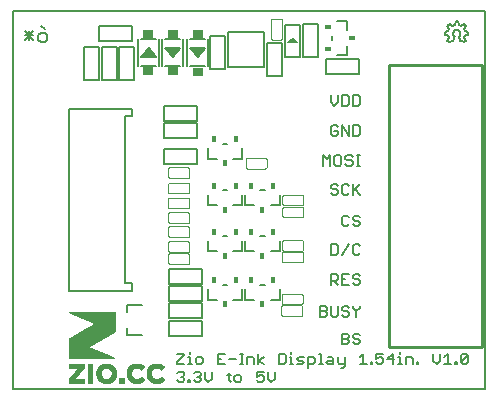
<source format=gto>
G75*
%MOIN*%
%OFA0B0*%
%FSLAX25Y25*%
%IPPOS*%
%LPD*%
%AMOC8*
5,1,8,0,0,1.08239X$1,22.5*
%
%ADD10C,0.00600*%
%ADD11C,0.00500*%
%ADD12R,0.03346X0.02953*%
%ADD13C,0.00300*%
%ADD14R,0.01800X0.02300*%
%ADD15C,0.01000*%
%ADD16R,0.02300X0.01800*%
%ADD17C,0.00010*%
D10*
X0008065Y0003100D02*
X0008065Y0129084D01*
X0165545Y0129074D01*
X0165545Y0003100D01*
X0008065Y0003100D01*
X0017335Y0118678D02*
X0016601Y0119412D01*
X0016601Y0120880D01*
X0017335Y0121614D01*
X0018803Y0121614D01*
X0019537Y0120880D01*
X0019537Y0119412D01*
X0018803Y0118678D01*
X0017335Y0118678D01*
X0014933Y0119412D02*
X0011997Y0122348D01*
X0011997Y0120880D02*
X0014933Y0120880D01*
X0014933Y0122348D02*
X0011997Y0119412D01*
X0013465Y0119412D02*
X0013465Y0122348D01*
X0017335Y0123816D02*
X0018803Y0123082D01*
X0152165Y0122000D02*
X0153265Y0122200D01*
X0153565Y0123100D01*
X0152965Y0124000D01*
X0153665Y0124700D01*
X0154565Y0124000D01*
X0155365Y0124400D01*
X0155665Y0125500D01*
X0156565Y0125500D01*
X0156765Y0124400D01*
X0157565Y0124000D01*
X0158465Y0124700D01*
X0159165Y0124000D01*
X0158565Y0123100D01*
X0158965Y0122200D01*
X0159965Y0122000D01*
X0159965Y0121100D01*
X0158965Y0120900D01*
X0158565Y0120000D01*
X0159165Y0119100D01*
X0158465Y0118500D01*
X0157665Y0119100D01*
X0157265Y0118900D01*
X0156665Y0120500D01*
X0155465Y0120500D02*
X0154865Y0118900D01*
X0154465Y0119100D01*
X0153665Y0118500D01*
X0152965Y0119100D01*
X0153565Y0120000D01*
X0153165Y0120900D01*
X0152165Y0121100D01*
X0152165Y0122000D01*
X0155465Y0120500D02*
X0155406Y0120536D01*
X0155350Y0120575D01*
X0155295Y0120618D01*
X0155243Y0120663D01*
X0155194Y0120711D01*
X0155148Y0120762D01*
X0155104Y0120816D01*
X0155064Y0120872D01*
X0155027Y0120930D01*
X0154993Y0120990D01*
X0154963Y0121052D01*
X0154937Y0121116D01*
X0154914Y0121181D01*
X0154895Y0121247D01*
X0154879Y0121314D01*
X0154868Y0121382D01*
X0154860Y0121450D01*
X0154856Y0121519D01*
X0154857Y0121588D01*
X0154861Y0121657D01*
X0154869Y0121725D01*
X0154881Y0121793D01*
X0154897Y0121860D01*
X0154916Y0121926D01*
X0154939Y0121991D01*
X0154966Y0122055D01*
X0154997Y0122116D01*
X0155031Y0122176D01*
X0155068Y0122234D01*
X0155109Y0122290D01*
X0155153Y0122343D01*
X0155199Y0122394D01*
X0155249Y0122442D01*
X0155301Y0122487D01*
X0155356Y0122529D01*
X0155412Y0122568D01*
X0155472Y0122603D01*
X0155533Y0122635D01*
X0155595Y0122664D01*
X0155659Y0122689D01*
X0155725Y0122710D01*
X0155792Y0122728D01*
X0155859Y0122741D01*
X0155927Y0122751D01*
X0155996Y0122757D01*
X0156065Y0122759D01*
X0156134Y0122757D01*
X0156203Y0122751D01*
X0156271Y0122741D01*
X0156338Y0122728D01*
X0156405Y0122710D01*
X0156471Y0122689D01*
X0156535Y0122664D01*
X0156597Y0122635D01*
X0156658Y0122603D01*
X0156718Y0122568D01*
X0156774Y0122529D01*
X0156829Y0122487D01*
X0156881Y0122442D01*
X0156931Y0122394D01*
X0156977Y0122343D01*
X0157021Y0122290D01*
X0157062Y0122234D01*
X0157099Y0122176D01*
X0157133Y0122116D01*
X0157164Y0122055D01*
X0157191Y0121991D01*
X0157214Y0121926D01*
X0157233Y0121860D01*
X0157249Y0121793D01*
X0157261Y0121725D01*
X0157269Y0121657D01*
X0157273Y0121588D01*
X0157274Y0121519D01*
X0157270Y0121450D01*
X0157262Y0121382D01*
X0157251Y0121314D01*
X0157235Y0121247D01*
X0157216Y0121181D01*
X0157193Y0121116D01*
X0157167Y0121052D01*
X0157137Y0120990D01*
X0157103Y0120930D01*
X0157066Y0120872D01*
X0157026Y0120816D01*
X0156982Y0120762D01*
X0156936Y0120711D01*
X0156887Y0120663D01*
X0156835Y0120618D01*
X0156780Y0120575D01*
X0156724Y0120536D01*
X0156665Y0120500D01*
D11*
X0123565Y0113000D02*
X0123565Y0108000D01*
X0112565Y0108000D01*
X0112565Y0113000D01*
X0123565Y0113000D01*
X0119565Y0114150D02*
X0119565Y0117150D01*
X0119565Y0114150D02*
X0116065Y0114150D01*
X0114565Y0119150D02*
X0114565Y0120650D01*
X0119565Y0122650D02*
X0119565Y0125650D01*
X0116065Y0125650D01*
X0109765Y0124600D02*
X0104765Y0124600D01*
X0104765Y0113600D01*
X0109765Y0113600D01*
X0109765Y0124600D01*
X0103865Y0124250D02*
X0103865Y0113750D01*
X0098865Y0113750D01*
X0098865Y0124250D01*
X0103865Y0124250D01*
X0101365Y0119500D02*
X0100615Y0119000D01*
X0102115Y0119000D01*
X0101365Y0119500D01*
X0100615Y0119000D02*
X0099865Y0118500D01*
X0102865Y0118500D01*
X0102115Y0119000D01*
X0102365Y0118750D02*
X0100365Y0118750D01*
X0097665Y0118400D02*
X0097665Y0107400D01*
X0092665Y0107400D01*
X0092665Y0118400D01*
X0097665Y0118400D01*
X0091771Y0122106D02*
X0079960Y0122106D01*
X0079960Y0110294D01*
X0091771Y0110294D01*
X0091771Y0122106D01*
X0078965Y0120500D02*
X0073965Y0120500D01*
X0073965Y0109500D01*
X0078965Y0109500D01*
X0078965Y0120500D01*
X0073165Y0119500D02*
X0073165Y0110500D01*
X0072165Y0110500D02*
X0067165Y0110500D01*
X0066165Y0110500D02*
X0066165Y0119500D01*
X0067165Y0119500D02*
X0072165Y0119500D01*
X0072165Y0116500D02*
X0069665Y0113500D01*
X0067665Y0116500D01*
X0071665Y0116000D01*
X0069665Y0114000D01*
X0068165Y0116500D01*
X0071165Y0116000D01*
X0069665Y0114500D01*
X0068665Y0116000D01*
X0069165Y0116000D01*
X0070165Y0115500D01*
X0069665Y0115500D01*
X0069665Y0115000D02*
X0069165Y0116000D01*
X0070665Y0116000D01*
X0070165Y0115500D01*
X0069665Y0115000D01*
X0069665Y0113500D02*
X0067165Y0116500D01*
X0067665Y0116500D01*
X0068165Y0116500D01*
X0072165Y0116500D01*
X0064865Y0119600D02*
X0064865Y0110600D01*
X0063865Y0110600D02*
X0058865Y0110600D01*
X0057865Y0110600D02*
X0057865Y0119600D01*
X0056865Y0119600D02*
X0056865Y0110600D01*
X0055865Y0110600D02*
X0050865Y0110600D01*
X0049865Y0110600D02*
X0049865Y0119600D01*
X0050865Y0119600D02*
X0055865Y0119600D01*
X0058865Y0119600D02*
X0063865Y0119600D01*
X0063865Y0116600D02*
X0059865Y0116600D01*
X0062865Y0116100D01*
X0061365Y0114600D01*
X0060365Y0116100D01*
X0060865Y0116100D01*
X0061865Y0115600D01*
X0061365Y0115600D01*
X0061365Y0115100D02*
X0060865Y0116100D01*
X0062365Y0116100D01*
X0061865Y0115600D01*
X0061365Y0115100D01*
X0061365Y0114100D02*
X0059865Y0116600D01*
X0059365Y0116600D01*
X0063365Y0116100D01*
X0061365Y0114100D01*
X0061365Y0113600D02*
X0059365Y0116600D01*
X0058865Y0116600D01*
X0061365Y0113600D01*
X0063865Y0116600D01*
X0055865Y0113600D02*
X0055365Y0113600D01*
X0051365Y0114100D01*
X0053365Y0116100D01*
X0054865Y0113600D01*
X0051865Y0114100D01*
X0053365Y0115600D01*
X0054365Y0114100D01*
X0053865Y0114100D01*
X0052865Y0114600D01*
X0053365Y0114600D01*
X0052865Y0114600D02*
X0053365Y0115100D01*
X0053865Y0114100D01*
X0052365Y0114100D01*
X0052865Y0114600D01*
X0053365Y0116600D02*
X0050865Y0113600D01*
X0054865Y0113600D01*
X0055365Y0113600D01*
X0053365Y0116600D01*
X0055865Y0113600D01*
X0048365Y0117100D02*
X0048365Y0106100D01*
X0043365Y0106100D01*
X0043365Y0117100D01*
X0048365Y0117100D01*
X0047765Y0119100D02*
X0036765Y0119100D01*
X0036765Y0124100D01*
X0047765Y0124100D01*
X0047765Y0119100D01*
X0042665Y0117100D02*
X0037665Y0117100D01*
X0037665Y0106100D01*
X0042665Y0106100D01*
X0042665Y0117100D01*
X0036665Y0117100D02*
X0031665Y0117100D01*
X0031665Y0106100D01*
X0036665Y0106100D01*
X0036665Y0117100D01*
X0058365Y0097400D02*
X0069365Y0097400D01*
X0069365Y0092400D01*
X0058365Y0092400D01*
X0058365Y0097400D01*
X0058365Y0091700D02*
X0069365Y0091700D01*
X0069365Y0086700D01*
X0058365Y0086700D01*
X0058365Y0091700D01*
X0047829Y0094045D02*
X0047829Y0096407D01*
X0026963Y0096407D01*
X0026963Y0035777D01*
X0047829Y0035777D01*
X0047829Y0038139D01*
X0045467Y0038139D01*
X0045467Y0094045D01*
X0047829Y0094045D01*
X0058365Y0083000D02*
X0069365Y0083000D01*
X0069365Y0078000D01*
X0058365Y0078000D01*
X0058365Y0083000D01*
X0073015Y0083200D02*
X0073015Y0079700D01*
X0076015Y0079700D01*
X0081515Y0079700D02*
X0084515Y0079700D01*
X0084515Y0083200D01*
X0079515Y0084700D02*
X0078015Y0084700D01*
X0078115Y0069200D02*
X0079615Y0069200D01*
X0084615Y0067700D02*
X0084615Y0064200D01*
X0081615Y0064200D01*
X0085515Y0064200D02*
X0085515Y0067700D01*
X0085515Y0064200D02*
X0088515Y0064200D01*
X0094015Y0064200D02*
X0097015Y0064200D01*
X0097015Y0067700D01*
X0092015Y0069200D02*
X0090515Y0069200D01*
X0076115Y0064200D02*
X0073115Y0064200D01*
X0073115Y0067700D01*
X0078015Y0053900D02*
X0079515Y0053900D01*
X0084515Y0052400D02*
X0084515Y0048900D01*
X0081515Y0048900D01*
X0085515Y0048900D02*
X0085515Y0052400D01*
X0085515Y0048900D02*
X0088515Y0048900D01*
X0094015Y0048900D02*
X0097015Y0048900D01*
X0097015Y0052400D01*
X0092015Y0053900D02*
X0090515Y0053900D01*
X0076015Y0048900D02*
X0073015Y0048900D01*
X0073015Y0052400D01*
X0071065Y0042900D02*
X0071065Y0037900D01*
X0060065Y0037900D01*
X0060065Y0042900D01*
X0071065Y0042900D01*
X0071065Y0037200D02*
X0071065Y0032200D01*
X0060065Y0032200D01*
X0060065Y0037200D01*
X0071065Y0037200D01*
X0073015Y0036200D02*
X0073015Y0032700D01*
X0076015Y0032700D01*
X0071065Y0031500D02*
X0071065Y0026500D01*
X0060065Y0026500D01*
X0060065Y0031500D01*
X0071065Y0031500D01*
X0071065Y0025700D02*
X0071065Y0020700D01*
X0060065Y0020700D01*
X0060065Y0025700D01*
X0071065Y0025700D01*
X0081515Y0032700D02*
X0084515Y0032700D01*
X0084515Y0036200D01*
X0085515Y0036200D02*
X0085515Y0032700D01*
X0088515Y0032700D01*
X0090515Y0037700D02*
X0092015Y0037700D01*
X0097015Y0036200D02*
X0097015Y0032700D01*
X0094015Y0032700D01*
X0079515Y0037700D02*
X0078015Y0037700D01*
X0078755Y0014753D02*
X0076420Y0014753D01*
X0076420Y0011250D01*
X0078755Y0011250D01*
X0077588Y0013001D02*
X0076420Y0013001D01*
X0080103Y0013001D02*
X0082438Y0013001D01*
X0083786Y0014753D02*
X0084954Y0014753D01*
X0084370Y0014753D02*
X0084370Y0011250D01*
X0083786Y0011250D02*
X0084954Y0011250D01*
X0086242Y0011250D02*
X0086242Y0013585D01*
X0087993Y0013585D01*
X0088577Y0013001D01*
X0088577Y0011250D01*
X0089925Y0011250D02*
X0089925Y0014753D01*
X0091676Y0013585D02*
X0089925Y0012418D01*
X0091676Y0011250D01*
X0091646Y0008753D02*
X0089311Y0008753D01*
X0089311Y0007001D01*
X0090479Y0007585D01*
X0091062Y0007585D01*
X0091646Y0007001D01*
X0091646Y0005834D01*
X0091062Y0005250D01*
X0089895Y0005250D01*
X0089311Y0005834D01*
X0092994Y0006418D02*
X0092994Y0008753D01*
X0092994Y0006418D02*
X0094162Y0005250D01*
X0095329Y0006418D01*
X0095329Y0008753D01*
X0096677Y0011250D02*
X0098429Y0011250D01*
X0099013Y0011834D01*
X0099013Y0014169D01*
X0098429Y0014753D01*
X0096677Y0014753D01*
X0096677Y0011250D01*
X0100360Y0011250D02*
X0101528Y0011250D01*
X0100944Y0011250D02*
X0100944Y0013585D01*
X0100360Y0013585D01*
X0100944Y0014753D02*
X0100944Y0015337D01*
X0102816Y0013001D02*
X0103400Y0013585D01*
X0105151Y0013585D01*
X0104567Y0012418D02*
X0103400Y0012418D01*
X0102816Y0013001D01*
X0104567Y0012418D02*
X0105151Y0011834D01*
X0104567Y0011250D01*
X0102816Y0011250D01*
X0106499Y0011250D02*
X0108250Y0011250D01*
X0108834Y0011834D01*
X0108834Y0013001D01*
X0108250Y0013585D01*
X0106499Y0013585D01*
X0106499Y0010082D01*
X0110182Y0011250D02*
X0111350Y0011250D01*
X0110766Y0011250D02*
X0110766Y0014753D01*
X0110182Y0014753D01*
X0113221Y0013585D02*
X0114389Y0013585D01*
X0114973Y0013001D01*
X0114973Y0011250D01*
X0113221Y0011250D01*
X0112638Y0011834D01*
X0113221Y0012418D01*
X0114973Y0012418D01*
X0116321Y0011834D02*
X0116321Y0013585D01*
X0116321Y0011834D02*
X0116904Y0011250D01*
X0118656Y0011250D01*
X0118656Y0010666D02*
X0118072Y0010082D01*
X0117488Y0010082D01*
X0118656Y0010666D02*
X0118656Y0013585D01*
X0119500Y0017950D02*
X0117749Y0017950D01*
X0117749Y0021453D01*
X0119500Y0021453D01*
X0120084Y0020869D01*
X0120084Y0020285D01*
X0119500Y0019701D01*
X0117749Y0019701D01*
X0119500Y0019701D02*
X0120084Y0019118D01*
X0120084Y0018534D01*
X0119500Y0017950D01*
X0121432Y0018534D02*
X0122016Y0017950D01*
X0123183Y0017950D01*
X0123767Y0018534D01*
X0123767Y0019118D01*
X0123183Y0019701D01*
X0122016Y0019701D01*
X0121432Y0020285D01*
X0121432Y0020869D01*
X0122016Y0021453D01*
X0123183Y0021453D01*
X0123767Y0020869D01*
X0124855Y0014753D02*
X0124855Y0011250D01*
X0126022Y0011250D02*
X0123687Y0011250D01*
X0123687Y0013585D02*
X0124855Y0014753D01*
X0127370Y0011834D02*
X0127954Y0011834D01*
X0127954Y0011250D01*
X0127370Y0011250D01*
X0127370Y0011834D01*
X0129212Y0011834D02*
X0129795Y0011250D01*
X0130963Y0011250D01*
X0131547Y0011834D01*
X0131547Y0013001D01*
X0130963Y0013585D01*
X0130379Y0013585D01*
X0129212Y0013001D01*
X0129212Y0014753D01*
X0131547Y0014753D01*
X0132895Y0013001D02*
X0135230Y0013001D01*
X0136578Y0013585D02*
X0137162Y0013585D01*
X0137162Y0011250D01*
X0136578Y0011250D02*
X0137746Y0011250D01*
X0139033Y0011250D02*
X0139033Y0013585D01*
X0140785Y0013585D01*
X0141369Y0013001D01*
X0141369Y0011250D01*
X0142717Y0011250D02*
X0142717Y0011834D01*
X0143300Y0011834D01*
X0143300Y0011250D01*
X0142717Y0011250D01*
X0148241Y0012418D02*
X0148241Y0014753D01*
X0148241Y0012418D02*
X0149409Y0011250D01*
X0150577Y0012418D01*
X0150577Y0014753D01*
X0151924Y0013585D02*
X0153092Y0014753D01*
X0153092Y0011250D01*
X0151924Y0011250D02*
X0154260Y0011250D01*
X0155608Y0011250D02*
X0155608Y0011834D01*
X0156191Y0011834D01*
X0156191Y0011250D01*
X0155608Y0011250D01*
X0157449Y0011834D02*
X0159784Y0014169D01*
X0159784Y0011834D01*
X0159201Y0011250D01*
X0158033Y0011250D01*
X0157449Y0011834D01*
X0157449Y0014169D01*
X0158033Y0014753D01*
X0159201Y0014753D01*
X0159784Y0014169D01*
X0137162Y0014753D02*
X0137162Y0015337D01*
X0134646Y0014753D02*
X0132895Y0013001D01*
X0134646Y0011250D02*
X0134646Y0014753D01*
X0122600Y0027050D02*
X0122600Y0028801D01*
X0123767Y0029969D01*
X0123767Y0030553D01*
X0122600Y0028801D02*
X0121432Y0029969D01*
X0121432Y0030553D01*
X0120084Y0029969D02*
X0119500Y0030553D01*
X0118333Y0030553D01*
X0117749Y0029969D01*
X0117749Y0029385D01*
X0118333Y0028801D01*
X0119500Y0028801D01*
X0120084Y0028218D01*
X0120084Y0027634D01*
X0119500Y0027050D01*
X0118333Y0027050D01*
X0117749Y0027634D01*
X0116401Y0027634D02*
X0116401Y0030553D01*
X0114066Y0030553D02*
X0114066Y0027634D01*
X0114649Y0027050D01*
X0115817Y0027050D01*
X0116401Y0027634D01*
X0112718Y0027634D02*
X0112134Y0027050D01*
X0110383Y0027050D01*
X0110383Y0030553D01*
X0112134Y0030553D01*
X0112718Y0029969D01*
X0112718Y0029385D01*
X0112134Y0028801D01*
X0110383Y0028801D01*
X0112134Y0028801D02*
X0112718Y0028218D01*
X0112718Y0027634D01*
X0114066Y0037750D02*
X0114066Y0041253D01*
X0115817Y0041253D01*
X0116401Y0040669D01*
X0116401Y0039501D01*
X0115817Y0038918D01*
X0114066Y0038918D01*
X0115233Y0038918D02*
X0116401Y0037750D01*
X0117749Y0037750D02*
X0120084Y0037750D01*
X0121432Y0038334D02*
X0122016Y0037750D01*
X0123183Y0037750D01*
X0123767Y0038334D01*
X0123767Y0038918D01*
X0123183Y0039501D01*
X0122016Y0039501D01*
X0121432Y0040085D01*
X0121432Y0040669D01*
X0122016Y0041253D01*
X0123183Y0041253D01*
X0123767Y0040669D01*
X0120084Y0041253D02*
X0117749Y0041253D01*
X0117749Y0037750D01*
X0117749Y0039501D02*
X0118916Y0039501D01*
X0117749Y0047650D02*
X0120084Y0051153D01*
X0121432Y0050569D02*
X0121432Y0048234D01*
X0122016Y0047650D01*
X0123183Y0047650D01*
X0123767Y0048234D01*
X0123767Y0050569D02*
X0123183Y0051153D01*
X0122016Y0051153D01*
X0121432Y0050569D01*
X0116401Y0050569D02*
X0116401Y0048234D01*
X0115817Y0047650D01*
X0114066Y0047650D01*
X0114066Y0051153D01*
X0115817Y0051153D01*
X0116401Y0050569D01*
X0118333Y0057250D02*
X0119500Y0057250D01*
X0120084Y0057834D01*
X0121432Y0057834D02*
X0122016Y0057250D01*
X0123183Y0057250D01*
X0123767Y0057834D01*
X0123767Y0058418D01*
X0123183Y0059001D01*
X0122016Y0059001D01*
X0121432Y0059585D01*
X0121432Y0060169D01*
X0122016Y0060753D01*
X0123183Y0060753D01*
X0123767Y0060169D01*
X0120084Y0060169D02*
X0119500Y0060753D01*
X0118333Y0060753D01*
X0117749Y0060169D01*
X0117749Y0057834D01*
X0118333Y0057250D01*
X0118333Y0067750D02*
X0119500Y0067750D01*
X0120084Y0068334D01*
X0121432Y0068918D02*
X0123767Y0071253D01*
X0122016Y0069501D02*
X0123767Y0067750D01*
X0121432Y0067750D02*
X0121432Y0071253D01*
X0120084Y0070669D02*
X0119500Y0071253D01*
X0118333Y0071253D01*
X0117749Y0070669D01*
X0117749Y0068334D01*
X0118333Y0067750D01*
X0116401Y0068334D02*
X0115817Y0067750D01*
X0114649Y0067750D01*
X0114066Y0068334D01*
X0114649Y0069501D02*
X0115817Y0069501D01*
X0116401Y0068918D01*
X0116401Y0068334D01*
X0114649Y0069501D02*
X0114066Y0070085D01*
X0114066Y0070669D01*
X0114649Y0071253D01*
X0115817Y0071253D01*
X0116401Y0070669D01*
X0115877Y0077450D02*
X0117045Y0077450D01*
X0117629Y0078034D01*
X0117629Y0080369D01*
X0117045Y0080953D01*
X0115877Y0080953D01*
X0115293Y0080369D01*
X0115293Y0078034D01*
X0115877Y0077450D01*
X0113946Y0077450D02*
X0113946Y0080953D01*
X0112778Y0079785D01*
X0111610Y0080953D01*
X0111610Y0077450D01*
X0118977Y0078034D02*
X0119560Y0077450D01*
X0120728Y0077450D01*
X0121312Y0078034D01*
X0121312Y0078618D01*
X0120728Y0079201D01*
X0119560Y0079201D01*
X0118977Y0079785D01*
X0118977Y0080369D01*
X0119560Y0080953D01*
X0120728Y0080953D01*
X0121312Y0080369D01*
X0122660Y0080953D02*
X0123827Y0080953D01*
X0123243Y0080953D02*
X0123243Y0077450D01*
X0122660Y0077450D02*
X0123827Y0077450D01*
X0123183Y0087350D02*
X0121432Y0087350D01*
X0121432Y0090853D01*
X0123183Y0090853D01*
X0123767Y0090269D01*
X0123767Y0087934D01*
X0123183Y0087350D01*
X0120084Y0087350D02*
X0120084Y0090853D01*
X0117749Y0090853D02*
X0120084Y0087350D01*
X0117749Y0087350D02*
X0117749Y0090853D01*
X0116401Y0090269D02*
X0115817Y0090853D01*
X0114649Y0090853D01*
X0114066Y0090269D01*
X0114066Y0087934D01*
X0114649Y0087350D01*
X0115817Y0087350D01*
X0116401Y0087934D01*
X0116401Y0089101D01*
X0115233Y0089101D01*
X0115233Y0097450D02*
X0116401Y0098618D01*
X0116401Y0100953D01*
X0117749Y0100953D02*
X0119500Y0100953D01*
X0120084Y0100369D01*
X0120084Y0098034D01*
X0119500Y0097450D01*
X0117749Y0097450D01*
X0117749Y0100953D01*
X0121432Y0100953D02*
X0121432Y0097450D01*
X0123183Y0097450D01*
X0123767Y0098034D01*
X0123767Y0100369D01*
X0123183Y0100953D01*
X0121432Y0100953D01*
X0115233Y0097450D02*
X0114066Y0098618D01*
X0114066Y0100953D01*
X0051206Y0031118D02*
X0046088Y0031118D01*
X0046088Y0028559D01*
X0046088Y0023441D02*
X0046088Y0020882D01*
X0051206Y0020882D01*
X0062915Y0014753D02*
X0065250Y0014753D01*
X0065250Y0014169D01*
X0062915Y0011834D01*
X0062915Y0011250D01*
X0065250Y0011250D01*
X0066598Y0011250D02*
X0067766Y0011250D01*
X0067182Y0011250D02*
X0067182Y0013585D01*
X0066598Y0013585D01*
X0067182Y0014753D02*
X0067182Y0015337D01*
X0069054Y0013001D02*
X0069054Y0011834D01*
X0069637Y0011250D01*
X0070805Y0011250D01*
X0071389Y0011834D01*
X0071389Y0013001D01*
X0070805Y0013585D01*
X0069637Y0013585D01*
X0069054Y0013001D01*
X0069024Y0008753D02*
X0070191Y0008753D01*
X0070775Y0008169D01*
X0070775Y0007585D01*
X0070191Y0007001D01*
X0070775Y0006418D01*
X0070775Y0005834D01*
X0070191Y0005250D01*
X0069024Y0005250D01*
X0068440Y0005834D01*
X0067182Y0005834D02*
X0067182Y0005250D01*
X0066598Y0005250D01*
X0066598Y0005834D01*
X0067182Y0005834D01*
X0065250Y0005834D02*
X0064667Y0005250D01*
X0063499Y0005250D01*
X0062915Y0005834D01*
X0064083Y0007001D02*
X0064667Y0007001D01*
X0065250Y0006418D01*
X0065250Y0005834D01*
X0064667Y0007001D02*
X0065250Y0007585D01*
X0065250Y0008169D01*
X0064667Y0008753D01*
X0063499Y0008753D01*
X0062915Y0008169D01*
X0068440Y0008169D02*
X0069024Y0008753D01*
X0069607Y0007001D02*
X0070191Y0007001D01*
X0072123Y0006418D02*
X0073291Y0005250D01*
X0074458Y0006418D01*
X0074458Y0008753D01*
X0072123Y0008753D02*
X0072123Y0006418D01*
X0079489Y0007585D02*
X0080657Y0007585D01*
X0080073Y0008169D02*
X0080073Y0005834D01*
X0080657Y0005250D01*
X0081945Y0005834D02*
X0082528Y0005250D01*
X0083696Y0005250D01*
X0084280Y0005834D01*
X0084280Y0007001D01*
X0083696Y0007585D01*
X0082528Y0007585D01*
X0081945Y0007001D01*
X0081945Y0005834D01*
D12*
X0069764Y0108799D03*
X0061464Y0108899D03*
X0053267Y0108899D03*
X0053267Y0121301D03*
X0061464Y0121301D03*
X0069764Y0121201D03*
D13*
X0094215Y0119900D02*
X0094215Y0125900D01*
X0094217Y0125944D01*
X0094223Y0125987D01*
X0094232Y0126029D01*
X0094245Y0126071D01*
X0094262Y0126111D01*
X0094282Y0126150D01*
X0094305Y0126187D01*
X0094332Y0126221D01*
X0094361Y0126254D01*
X0094394Y0126283D01*
X0094428Y0126310D01*
X0094465Y0126333D01*
X0094504Y0126353D01*
X0094544Y0126370D01*
X0094586Y0126383D01*
X0094628Y0126392D01*
X0094671Y0126398D01*
X0094715Y0126400D01*
X0097215Y0126400D01*
X0097259Y0126398D01*
X0097302Y0126392D01*
X0097344Y0126383D01*
X0097386Y0126370D01*
X0097426Y0126353D01*
X0097465Y0126333D01*
X0097502Y0126310D01*
X0097536Y0126283D01*
X0097569Y0126254D01*
X0097598Y0126221D01*
X0097625Y0126187D01*
X0097648Y0126150D01*
X0097668Y0126111D01*
X0097685Y0126071D01*
X0097698Y0126029D01*
X0097707Y0125987D01*
X0097713Y0125944D01*
X0097715Y0125900D01*
X0097715Y0119900D01*
X0097713Y0119856D01*
X0097707Y0119813D01*
X0097698Y0119771D01*
X0097685Y0119729D01*
X0097668Y0119689D01*
X0097648Y0119650D01*
X0097625Y0119613D01*
X0097598Y0119579D01*
X0097569Y0119546D01*
X0097536Y0119517D01*
X0097502Y0119490D01*
X0097465Y0119467D01*
X0097426Y0119447D01*
X0097386Y0119430D01*
X0097344Y0119417D01*
X0097302Y0119408D01*
X0097259Y0119402D01*
X0097215Y0119400D01*
X0094715Y0119400D01*
X0094671Y0119402D01*
X0094628Y0119408D01*
X0094586Y0119417D01*
X0094544Y0119430D01*
X0094504Y0119447D01*
X0094465Y0119467D01*
X0094428Y0119490D01*
X0094394Y0119517D01*
X0094361Y0119546D01*
X0094332Y0119579D01*
X0094305Y0119613D01*
X0094282Y0119650D01*
X0094262Y0119689D01*
X0094245Y0119729D01*
X0094232Y0119771D01*
X0094223Y0119813D01*
X0094217Y0119856D01*
X0094215Y0119900D01*
X0092165Y0079950D02*
X0086165Y0079950D01*
X0086121Y0079948D01*
X0086078Y0079942D01*
X0086036Y0079933D01*
X0085994Y0079920D01*
X0085954Y0079903D01*
X0085915Y0079883D01*
X0085878Y0079860D01*
X0085844Y0079833D01*
X0085811Y0079804D01*
X0085782Y0079771D01*
X0085755Y0079737D01*
X0085732Y0079700D01*
X0085712Y0079661D01*
X0085695Y0079621D01*
X0085682Y0079579D01*
X0085673Y0079537D01*
X0085667Y0079494D01*
X0085665Y0079450D01*
X0085665Y0076950D01*
X0085667Y0076906D01*
X0085673Y0076863D01*
X0085682Y0076821D01*
X0085695Y0076779D01*
X0085712Y0076739D01*
X0085732Y0076700D01*
X0085755Y0076663D01*
X0085782Y0076629D01*
X0085811Y0076596D01*
X0085844Y0076567D01*
X0085878Y0076540D01*
X0085915Y0076517D01*
X0085954Y0076497D01*
X0085994Y0076480D01*
X0086036Y0076467D01*
X0086078Y0076458D01*
X0086121Y0076452D01*
X0086165Y0076450D01*
X0092165Y0076450D01*
X0092209Y0076452D01*
X0092252Y0076458D01*
X0092294Y0076467D01*
X0092336Y0076480D01*
X0092376Y0076497D01*
X0092415Y0076517D01*
X0092452Y0076540D01*
X0092486Y0076567D01*
X0092519Y0076596D01*
X0092548Y0076629D01*
X0092575Y0076663D01*
X0092598Y0076700D01*
X0092618Y0076739D01*
X0092635Y0076779D01*
X0092648Y0076821D01*
X0092657Y0076863D01*
X0092663Y0076906D01*
X0092665Y0076950D01*
X0092665Y0079450D01*
X0092663Y0079494D01*
X0092657Y0079537D01*
X0092648Y0079579D01*
X0092635Y0079621D01*
X0092618Y0079661D01*
X0092598Y0079700D01*
X0092575Y0079737D01*
X0092548Y0079771D01*
X0092519Y0079804D01*
X0092486Y0079833D01*
X0092452Y0079860D01*
X0092415Y0079883D01*
X0092376Y0079903D01*
X0092336Y0079920D01*
X0092294Y0079933D01*
X0092252Y0079942D01*
X0092209Y0079948D01*
X0092165Y0079950D01*
X0098465Y0067650D02*
X0104465Y0067650D01*
X0104509Y0067648D01*
X0104552Y0067642D01*
X0104594Y0067633D01*
X0104636Y0067620D01*
X0104676Y0067603D01*
X0104715Y0067583D01*
X0104752Y0067560D01*
X0104786Y0067533D01*
X0104819Y0067504D01*
X0104848Y0067471D01*
X0104875Y0067437D01*
X0104898Y0067400D01*
X0104918Y0067361D01*
X0104935Y0067321D01*
X0104948Y0067279D01*
X0104957Y0067237D01*
X0104963Y0067194D01*
X0104965Y0067150D01*
X0104965Y0064650D01*
X0104963Y0064606D01*
X0104957Y0064563D01*
X0104948Y0064521D01*
X0104935Y0064479D01*
X0104918Y0064439D01*
X0104898Y0064400D01*
X0104875Y0064363D01*
X0104848Y0064329D01*
X0104819Y0064296D01*
X0104786Y0064267D01*
X0104752Y0064240D01*
X0104715Y0064217D01*
X0104676Y0064197D01*
X0104636Y0064180D01*
X0104594Y0064167D01*
X0104552Y0064158D01*
X0104509Y0064152D01*
X0104465Y0064150D01*
X0098465Y0064150D01*
X0098421Y0064152D01*
X0098378Y0064158D01*
X0098336Y0064167D01*
X0098294Y0064180D01*
X0098254Y0064197D01*
X0098215Y0064217D01*
X0098178Y0064240D01*
X0098144Y0064267D01*
X0098111Y0064296D01*
X0098082Y0064329D01*
X0098055Y0064363D01*
X0098032Y0064400D01*
X0098012Y0064439D01*
X0097995Y0064479D01*
X0097982Y0064521D01*
X0097973Y0064563D01*
X0097967Y0064606D01*
X0097965Y0064650D01*
X0097965Y0067150D01*
X0097967Y0067194D01*
X0097973Y0067237D01*
X0097982Y0067279D01*
X0097995Y0067321D01*
X0098012Y0067361D01*
X0098032Y0067400D01*
X0098055Y0067437D01*
X0098082Y0067471D01*
X0098111Y0067504D01*
X0098144Y0067533D01*
X0098178Y0067560D01*
X0098215Y0067583D01*
X0098254Y0067603D01*
X0098294Y0067620D01*
X0098336Y0067633D01*
X0098378Y0067642D01*
X0098421Y0067648D01*
X0098465Y0067650D01*
X0098465Y0063650D02*
X0104465Y0063650D01*
X0104509Y0063648D01*
X0104552Y0063642D01*
X0104594Y0063633D01*
X0104636Y0063620D01*
X0104676Y0063603D01*
X0104715Y0063583D01*
X0104752Y0063560D01*
X0104786Y0063533D01*
X0104819Y0063504D01*
X0104848Y0063471D01*
X0104875Y0063437D01*
X0104898Y0063400D01*
X0104918Y0063361D01*
X0104935Y0063321D01*
X0104948Y0063279D01*
X0104957Y0063237D01*
X0104963Y0063194D01*
X0104965Y0063150D01*
X0104965Y0060650D01*
X0104963Y0060606D01*
X0104957Y0060563D01*
X0104948Y0060521D01*
X0104935Y0060479D01*
X0104918Y0060439D01*
X0104898Y0060400D01*
X0104875Y0060363D01*
X0104848Y0060329D01*
X0104819Y0060296D01*
X0104786Y0060267D01*
X0104752Y0060240D01*
X0104715Y0060217D01*
X0104676Y0060197D01*
X0104636Y0060180D01*
X0104594Y0060167D01*
X0104552Y0060158D01*
X0104509Y0060152D01*
X0104465Y0060150D01*
X0098465Y0060150D01*
X0098421Y0060152D01*
X0098378Y0060158D01*
X0098336Y0060167D01*
X0098294Y0060180D01*
X0098254Y0060197D01*
X0098215Y0060217D01*
X0098178Y0060240D01*
X0098144Y0060267D01*
X0098111Y0060296D01*
X0098082Y0060329D01*
X0098055Y0060363D01*
X0098032Y0060400D01*
X0098012Y0060439D01*
X0097995Y0060479D01*
X0097982Y0060521D01*
X0097973Y0060563D01*
X0097967Y0060606D01*
X0097965Y0060650D01*
X0097965Y0063150D01*
X0097967Y0063194D01*
X0097973Y0063237D01*
X0097982Y0063279D01*
X0097995Y0063321D01*
X0098012Y0063361D01*
X0098032Y0063400D01*
X0098055Y0063437D01*
X0098082Y0063471D01*
X0098111Y0063504D01*
X0098144Y0063533D01*
X0098178Y0063560D01*
X0098215Y0063583D01*
X0098254Y0063603D01*
X0098294Y0063620D01*
X0098336Y0063633D01*
X0098378Y0063642D01*
X0098421Y0063648D01*
X0098465Y0063650D01*
X0098365Y0052550D02*
X0104365Y0052550D01*
X0104409Y0052548D01*
X0104452Y0052542D01*
X0104494Y0052533D01*
X0104536Y0052520D01*
X0104576Y0052503D01*
X0104615Y0052483D01*
X0104652Y0052460D01*
X0104686Y0052433D01*
X0104719Y0052404D01*
X0104748Y0052371D01*
X0104775Y0052337D01*
X0104798Y0052300D01*
X0104818Y0052261D01*
X0104835Y0052221D01*
X0104848Y0052179D01*
X0104857Y0052137D01*
X0104863Y0052094D01*
X0104865Y0052050D01*
X0104865Y0049550D01*
X0104863Y0049506D01*
X0104857Y0049463D01*
X0104848Y0049421D01*
X0104835Y0049379D01*
X0104818Y0049339D01*
X0104798Y0049300D01*
X0104775Y0049263D01*
X0104748Y0049229D01*
X0104719Y0049196D01*
X0104686Y0049167D01*
X0104652Y0049140D01*
X0104615Y0049117D01*
X0104576Y0049097D01*
X0104536Y0049080D01*
X0104494Y0049067D01*
X0104452Y0049058D01*
X0104409Y0049052D01*
X0104365Y0049050D01*
X0098365Y0049050D01*
X0098265Y0048650D02*
X0104265Y0048650D01*
X0104309Y0048648D01*
X0104352Y0048642D01*
X0104394Y0048633D01*
X0104436Y0048620D01*
X0104476Y0048603D01*
X0104515Y0048583D01*
X0104552Y0048560D01*
X0104586Y0048533D01*
X0104619Y0048504D01*
X0104648Y0048471D01*
X0104675Y0048437D01*
X0104698Y0048400D01*
X0104718Y0048361D01*
X0104735Y0048321D01*
X0104748Y0048279D01*
X0104757Y0048237D01*
X0104763Y0048194D01*
X0104765Y0048150D01*
X0104765Y0045650D01*
X0104763Y0045606D01*
X0104757Y0045563D01*
X0104748Y0045521D01*
X0104735Y0045479D01*
X0104718Y0045439D01*
X0104698Y0045400D01*
X0104675Y0045363D01*
X0104648Y0045329D01*
X0104619Y0045296D01*
X0104586Y0045267D01*
X0104552Y0045240D01*
X0104515Y0045217D01*
X0104476Y0045197D01*
X0104436Y0045180D01*
X0104394Y0045167D01*
X0104352Y0045158D01*
X0104309Y0045152D01*
X0104265Y0045150D01*
X0098265Y0045150D01*
X0098221Y0045152D01*
X0098178Y0045158D01*
X0098136Y0045167D01*
X0098094Y0045180D01*
X0098054Y0045197D01*
X0098015Y0045217D01*
X0097978Y0045240D01*
X0097944Y0045267D01*
X0097911Y0045296D01*
X0097882Y0045329D01*
X0097855Y0045363D01*
X0097832Y0045400D01*
X0097812Y0045439D01*
X0097795Y0045479D01*
X0097782Y0045521D01*
X0097773Y0045563D01*
X0097767Y0045606D01*
X0097765Y0045650D01*
X0097765Y0048150D01*
X0097767Y0048194D01*
X0097773Y0048237D01*
X0097782Y0048279D01*
X0097795Y0048321D01*
X0097812Y0048361D01*
X0097832Y0048400D01*
X0097855Y0048437D01*
X0097882Y0048471D01*
X0097911Y0048504D01*
X0097944Y0048533D01*
X0097978Y0048560D01*
X0098015Y0048583D01*
X0098054Y0048603D01*
X0098094Y0048620D01*
X0098136Y0048633D01*
X0098178Y0048642D01*
X0098221Y0048648D01*
X0098265Y0048650D01*
X0098365Y0049050D02*
X0098321Y0049052D01*
X0098278Y0049058D01*
X0098236Y0049067D01*
X0098194Y0049080D01*
X0098154Y0049097D01*
X0098115Y0049117D01*
X0098078Y0049140D01*
X0098044Y0049167D01*
X0098011Y0049196D01*
X0097982Y0049229D01*
X0097955Y0049263D01*
X0097932Y0049300D01*
X0097912Y0049339D01*
X0097895Y0049379D01*
X0097882Y0049421D01*
X0097873Y0049463D01*
X0097867Y0049506D01*
X0097865Y0049550D01*
X0097865Y0052050D01*
X0097867Y0052094D01*
X0097873Y0052137D01*
X0097882Y0052179D01*
X0097895Y0052221D01*
X0097912Y0052261D01*
X0097932Y0052300D01*
X0097955Y0052337D01*
X0097982Y0052371D01*
X0098011Y0052404D01*
X0098044Y0052433D01*
X0098078Y0052460D01*
X0098115Y0052483D01*
X0098154Y0052503D01*
X0098194Y0052520D01*
X0098236Y0052533D01*
X0098278Y0052542D01*
X0098321Y0052548D01*
X0098365Y0052550D01*
X0098165Y0034750D02*
X0104165Y0034750D01*
X0104209Y0034748D01*
X0104252Y0034742D01*
X0104294Y0034733D01*
X0104336Y0034720D01*
X0104376Y0034703D01*
X0104415Y0034683D01*
X0104452Y0034660D01*
X0104486Y0034633D01*
X0104519Y0034604D01*
X0104548Y0034571D01*
X0104575Y0034537D01*
X0104598Y0034500D01*
X0104618Y0034461D01*
X0104635Y0034421D01*
X0104648Y0034379D01*
X0104657Y0034337D01*
X0104663Y0034294D01*
X0104665Y0034250D01*
X0104665Y0031750D01*
X0104663Y0031706D01*
X0104657Y0031663D01*
X0104648Y0031621D01*
X0104635Y0031579D01*
X0104618Y0031539D01*
X0104598Y0031500D01*
X0104575Y0031463D01*
X0104548Y0031429D01*
X0104519Y0031396D01*
X0104486Y0031367D01*
X0104452Y0031340D01*
X0104415Y0031317D01*
X0104376Y0031297D01*
X0104336Y0031280D01*
X0104294Y0031267D01*
X0104252Y0031258D01*
X0104209Y0031252D01*
X0104165Y0031250D01*
X0098165Y0031250D01*
X0098065Y0030850D02*
X0104065Y0030850D01*
X0104109Y0030848D01*
X0104152Y0030842D01*
X0104194Y0030833D01*
X0104236Y0030820D01*
X0104276Y0030803D01*
X0104315Y0030783D01*
X0104352Y0030760D01*
X0104386Y0030733D01*
X0104419Y0030704D01*
X0104448Y0030671D01*
X0104475Y0030637D01*
X0104498Y0030600D01*
X0104518Y0030561D01*
X0104535Y0030521D01*
X0104548Y0030479D01*
X0104557Y0030437D01*
X0104563Y0030394D01*
X0104565Y0030350D01*
X0104565Y0027850D01*
X0104563Y0027806D01*
X0104557Y0027763D01*
X0104548Y0027721D01*
X0104535Y0027679D01*
X0104518Y0027639D01*
X0104498Y0027600D01*
X0104475Y0027563D01*
X0104448Y0027529D01*
X0104419Y0027496D01*
X0104386Y0027467D01*
X0104352Y0027440D01*
X0104315Y0027417D01*
X0104276Y0027397D01*
X0104236Y0027380D01*
X0104194Y0027367D01*
X0104152Y0027358D01*
X0104109Y0027352D01*
X0104065Y0027350D01*
X0098065Y0027350D01*
X0098021Y0027352D01*
X0097978Y0027358D01*
X0097936Y0027367D01*
X0097894Y0027380D01*
X0097854Y0027397D01*
X0097815Y0027417D01*
X0097778Y0027440D01*
X0097744Y0027467D01*
X0097711Y0027496D01*
X0097682Y0027529D01*
X0097655Y0027563D01*
X0097632Y0027600D01*
X0097612Y0027639D01*
X0097595Y0027679D01*
X0097582Y0027721D01*
X0097573Y0027763D01*
X0097567Y0027806D01*
X0097565Y0027850D01*
X0097565Y0030350D01*
X0097567Y0030394D01*
X0097573Y0030437D01*
X0097582Y0030479D01*
X0097595Y0030521D01*
X0097612Y0030561D01*
X0097632Y0030600D01*
X0097655Y0030637D01*
X0097682Y0030671D01*
X0097711Y0030704D01*
X0097744Y0030733D01*
X0097778Y0030760D01*
X0097815Y0030783D01*
X0097854Y0030803D01*
X0097894Y0030820D01*
X0097936Y0030833D01*
X0097978Y0030842D01*
X0098021Y0030848D01*
X0098065Y0030850D01*
X0098165Y0031250D02*
X0098121Y0031252D01*
X0098078Y0031258D01*
X0098036Y0031267D01*
X0097994Y0031280D01*
X0097954Y0031297D01*
X0097915Y0031317D01*
X0097878Y0031340D01*
X0097844Y0031367D01*
X0097811Y0031396D01*
X0097782Y0031429D01*
X0097755Y0031463D01*
X0097732Y0031500D01*
X0097712Y0031539D01*
X0097695Y0031579D01*
X0097682Y0031621D01*
X0097673Y0031663D01*
X0097667Y0031706D01*
X0097665Y0031750D01*
X0097665Y0034250D01*
X0097667Y0034294D01*
X0097673Y0034337D01*
X0097682Y0034379D01*
X0097695Y0034421D01*
X0097712Y0034461D01*
X0097732Y0034500D01*
X0097755Y0034537D01*
X0097782Y0034571D01*
X0097811Y0034604D01*
X0097844Y0034633D01*
X0097878Y0034660D01*
X0097915Y0034683D01*
X0097954Y0034703D01*
X0097994Y0034720D01*
X0098036Y0034733D01*
X0098078Y0034742D01*
X0098121Y0034748D01*
X0098165Y0034750D01*
X0066865Y0045150D02*
X0066865Y0047650D01*
X0066863Y0047694D01*
X0066857Y0047737D01*
X0066848Y0047779D01*
X0066835Y0047821D01*
X0066818Y0047861D01*
X0066798Y0047900D01*
X0066775Y0047937D01*
X0066748Y0047971D01*
X0066719Y0048004D01*
X0066686Y0048033D01*
X0066652Y0048060D01*
X0066615Y0048083D01*
X0066576Y0048103D01*
X0066536Y0048120D01*
X0066494Y0048133D01*
X0066452Y0048142D01*
X0066409Y0048148D01*
X0066365Y0048150D01*
X0060365Y0048150D01*
X0060365Y0048650D02*
X0066365Y0048650D01*
X0066409Y0048652D01*
X0066452Y0048658D01*
X0066494Y0048667D01*
X0066536Y0048680D01*
X0066576Y0048697D01*
X0066615Y0048717D01*
X0066652Y0048740D01*
X0066686Y0048767D01*
X0066719Y0048796D01*
X0066748Y0048829D01*
X0066775Y0048863D01*
X0066798Y0048900D01*
X0066818Y0048939D01*
X0066835Y0048979D01*
X0066848Y0049021D01*
X0066857Y0049063D01*
X0066863Y0049106D01*
X0066865Y0049150D01*
X0066865Y0051650D01*
X0066863Y0051694D01*
X0066857Y0051737D01*
X0066848Y0051779D01*
X0066835Y0051821D01*
X0066818Y0051861D01*
X0066798Y0051900D01*
X0066775Y0051937D01*
X0066748Y0051971D01*
X0066719Y0052004D01*
X0066686Y0052033D01*
X0066652Y0052060D01*
X0066615Y0052083D01*
X0066576Y0052103D01*
X0066536Y0052120D01*
X0066494Y0052133D01*
X0066452Y0052142D01*
X0066409Y0052148D01*
X0066365Y0052150D01*
X0060365Y0052150D01*
X0060321Y0052148D01*
X0060278Y0052142D01*
X0060236Y0052133D01*
X0060194Y0052120D01*
X0060154Y0052103D01*
X0060115Y0052083D01*
X0060078Y0052060D01*
X0060044Y0052033D01*
X0060011Y0052004D01*
X0059982Y0051971D01*
X0059955Y0051937D01*
X0059932Y0051900D01*
X0059912Y0051861D01*
X0059895Y0051821D01*
X0059882Y0051779D01*
X0059873Y0051737D01*
X0059867Y0051694D01*
X0059865Y0051650D01*
X0059865Y0049150D01*
X0059867Y0049106D01*
X0059873Y0049063D01*
X0059882Y0049021D01*
X0059895Y0048979D01*
X0059912Y0048939D01*
X0059932Y0048900D01*
X0059955Y0048863D01*
X0059982Y0048829D01*
X0060011Y0048796D01*
X0060044Y0048767D01*
X0060078Y0048740D01*
X0060115Y0048717D01*
X0060154Y0048697D01*
X0060194Y0048680D01*
X0060236Y0048667D01*
X0060278Y0048658D01*
X0060321Y0048652D01*
X0060365Y0048650D01*
X0060365Y0048150D02*
X0060321Y0048148D01*
X0060278Y0048142D01*
X0060236Y0048133D01*
X0060194Y0048120D01*
X0060154Y0048103D01*
X0060115Y0048083D01*
X0060078Y0048060D01*
X0060044Y0048033D01*
X0060011Y0048004D01*
X0059982Y0047971D01*
X0059955Y0047937D01*
X0059932Y0047900D01*
X0059912Y0047861D01*
X0059895Y0047821D01*
X0059882Y0047779D01*
X0059873Y0047737D01*
X0059867Y0047694D01*
X0059865Y0047650D01*
X0059865Y0045150D01*
X0059867Y0045106D01*
X0059873Y0045063D01*
X0059882Y0045021D01*
X0059895Y0044979D01*
X0059912Y0044939D01*
X0059932Y0044900D01*
X0059955Y0044863D01*
X0059982Y0044829D01*
X0060011Y0044796D01*
X0060044Y0044767D01*
X0060078Y0044740D01*
X0060115Y0044717D01*
X0060154Y0044697D01*
X0060194Y0044680D01*
X0060236Y0044667D01*
X0060278Y0044658D01*
X0060321Y0044652D01*
X0060365Y0044650D01*
X0066365Y0044650D01*
X0066409Y0044652D01*
X0066452Y0044658D01*
X0066494Y0044667D01*
X0066536Y0044680D01*
X0066576Y0044697D01*
X0066615Y0044717D01*
X0066652Y0044740D01*
X0066686Y0044767D01*
X0066719Y0044796D01*
X0066748Y0044829D01*
X0066775Y0044863D01*
X0066798Y0044900D01*
X0066818Y0044939D01*
X0066835Y0044979D01*
X0066848Y0045021D01*
X0066857Y0045063D01*
X0066863Y0045106D01*
X0066865Y0045150D01*
X0066365Y0053650D02*
X0060365Y0053650D01*
X0060321Y0053652D01*
X0060278Y0053658D01*
X0060236Y0053667D01*
X0060194Y0053680D01*
X0060154Y0053697D01*
X0060115Y0053717D01*
X0060078Y0053740D01*
X0060044Y0053767D01*
X0060011Y0053796D01*
X0059982Y0053829D01*
X0059955Y0053863D01*
X0059932Y0053900D01*
X0059912Y0053939D01*
X0059895Y0053979D01*
X0059882Y0054021D01*
X0059873Y0054063D01*
X0059867Y0054106D01*
X0059865Y0054150D01*
X0059865Y0056650D01*
X0059867Y0056694D01*
X0059873Y0056737D01*
X0059882Y0056779D01*
X0059895Y0056821D01*
X0059912Y0056861D01*
X0059932Y0056900D01*
X0059955Y0056937D01*
X0059982Y0056971D01*
X0060011Y0057004D01*
X0060044Y0057033D01*
X0060078Y0057060D01*
X0060115Y0057083D01*
X0060154Y0057103D01*
X0060194Y0057120D01*
X0060236Y0057133D01*
X0060278Y0057142D01*
X0060321Y0057148D01*
X0060365Y0057150D01*
X0066365Y0057150D01*
X0066409Y0057148D01*
X0066452Y0057142D01*
X0066494Y0057133D01*
X0066536Y0057120D01*
X0066576Y0057103D01*
X0066615Y0057083D01*
X0066652Y0057060D01*
X0066686Y0057033D01*
X0066719Y0057004D01*
X0066748Y0056971D01*
X0066775Y0056937D01*
X0066798Y0056900D01*
X0066818Y0056861D01*
X0066835Y0056821D01*
X0066848Y0056779D01*
X0066857Y0056737D01*
X0066863Y0056694D01*
X0066865Y0056650D01*
X0066865Y0054150D01*
X0066863Y0054106D01*
X0066857Y0054063D01*
X0066848Y0054021D01*
X0066835Y0053979D01*
X0066818Y0053939D01*
X0066798Y0053900D01*
X0066775Y0053863D01*
X0066748Y0053829D01*
X0066719Y0053796D01*
X0066686Y0053767D01*
X0066652Y0053740D01*
X0066615Y0053717D01*
X0066576Y0053697D01*
X0066536Y0053680D01*
X0066494Y0053667D01*
X0066452Y0053658D01*
X0066409Y0053652D01*
X0066365Y0053650D01*
X0066365Y0058350D02*
X0060365Y0058350D01*
X0060321Y0058352D01*
X0060278Y0058358D01*
X0060236Y0058367D01*
X0060194Y0058380D01*
X0060154Y0058397D01*
X0060115Y0058417D01*
X0060078Y0058440D01*
X0060044Y0058467D01*
X0060011Y0058496D01*
X0059982Y0058529D01*
X0059955Y0058563D01*
X0059932Y0058600D01*
X0059912Y0058639D01*
X0059895Y0058679D01*
X0059882Y0058721D01*
X0059873Y0058763D01*
X0059867Y0058806D01*
X0059865Y0058850D01*
X0059865Y0061350D01*
X0059867Y0061394D01*
X0059873Y0061437D01*
X0059882Y0061479D01*
X0059895Y0061521D01*
X0059912Y0061561D01*
X0059932Y0061600D01*
X0059955Y0061637D01*
X0059982Y0061671D01*
X0060011Y0061704D01*
X0060044Y0061733D01*
X0060078Y0061760D01*
X0060115Y0061783D01*
X0060154Y0061803D01*
X0060194Y0061820D01*
X0060236Y0061833D01*
X0060278Y0061842D01*
X0060321Y0061848D01*
X0060365Y0061850D01*
X0066365Y0061850D01*
X0066409Y0061848D01*
X0066452Y0061842D01*
X0066494Y0061833D01*
X0066536Y0061820D01*
X0066576Y0061803D01*
X0066615Y0061783D01*
X0066652Y0061760D01*
X0066686Y0061733D01*
X0066719Y0061704D01*
X0066748Y0061671D01*
X0066775Y0061637D01*
X0066798Y0061600D01*
X0066818Y0061561D01*
X0066835Y0061521D01*
X0066848Y0061479D01*
X0066857Y0061437D01*
X0066863Y0061394D01*
X0066865Y0061350D01*
X0066865Y0058850D01*
X0066863Y0058806D01*
X0066857Y0058763D01*
X0066848Y0058721D01*
X0066835Y0058679D01*
X0066818Y0058639D01*
X0066798Y0058600D01*
X0066775Y0058563D01*
X0066748Y0058529D01*
X0066719Y0058496D01*
X0066686Y0058467D01*
X0066652Y0058440D01*
X0066615Y0058417D01*
X0066576Y0058397D01*
X0066536Y0058380D01*
X0066494Y0058367D01*
X0066452Y0058358D01*
X0066409Y0058352D01*
X0066365Y0058350D01*
X0066365Y0063250D02*
X0060365Y0063250D01*
X0060321Y0063252D01*
X0060278Y0063258D01*
X0060236Y0063267D01*
X0060194Y0063280D01*
X0060154Y0063297D01*
X0060115Y0063317D01*
X0060078Y0063340D01*
X0060044Y0063367D01*
X0060011Y0063396D01*
X0059982Y0063429D01*
X0059955Y0063463D01*
X0059932Y0063500D01*
X0059912Y0063539D01*
X0059895Y0063579D01*
X0059882Y0063621D01*
X0059873Y0063663D01*
X0059867Y0063706D01*
X0059865Y0063750D01*
X0059865Y0066250D01*
X0059867Y0066294D01*
X0059873Y0066337D01*
X0059882Y0066379D01*
X0059895Y0066421D01*
X0059912Y0066461D01*
X0059932Y0066500D01*
X0059955Y0066537D01*
X0059982Y0066571D01*
X0060011Y0066604D01*
X0060044Y0066633D01*
X0060078Y0066660D01*
X0060115Y0066683D01*
X0060154Y0066703D01*
X0060194Y0066720D01*
X0060236Y0066733D01*
X0060278Y0066742D01*
X0060321Y0066748D01*
X0060365Y0066750D01*
X0066365Y0066750D01*
X0066409Y0066748D01*
X0066452Y0066742D01*
X0066494Y0066733D01*
X0066536Y0066720D01*
X0066576Y0066703D01*
X0066615Y0066683D01*
X0066652Y0066660D01*
X0066686Y0066633D01*
X0066719Y0066604D01*
X0066748Y0066571D01*
X0066775Y0066537D01*
X0066798Y0066500D01*
X0066818Y0066461D01*
X0066835Y0066421D01*
X0066848Y0066379D01*
X0066857Y0066337D01*
X0066863Y0066294D01*
X0066865Y0066250D01*
X0066865Y0063750D01*
X0066863Y0063706D01*
X0066857Y0063663D01*
X0066848Y0063621D01*
X0066835Y0063579D01*
X0066818Y0063539D01*
X0066798Y0063500D01*
X0066775Y0063463D01*
X0066748Y0063429D01*
X0066719Y0063396D01*
X0066686Y0063367D01*
X0066652Y0063340D01*
X0066615Y0063317D01*
X0066576Y0063297D01*
X0066536Y0063280D01*
X0066494Y0063267D01*
X0066452Y0063258D01*
X0066409Y0063252D01*
X0066365Y0063250D01*
X0066365Y0068150D02*
X0060365Y0068150D01*
X0060321Y0068152D01*
X0060278Y0068158D01*
X0060236Y0068167D01*
X0060194Y0068180D01*
X0060154Y0068197D01*
X0060115Y0068217D01*
X0060078Y0068240D01*
X0060044Y0068267D01*
X0060011Y0068296D01*
X0059982Y0068329D01*
X0059955Y0068363D01*
X0059932Y0068400D01*
X0059912Y0068439D01*
X0059895Y0068479D01*
X0059882Y0068521D01*
X0059873Y0068563D01*
X0059867Y0068606D01*
X0059865Y0068650D01*
X0059865Y0071150D01*
X0059867Y0071194D01*
X0059873Y0071237D01*
X0059882Y0071279D01*
X0059895Y0071321D01*
X0059912Y0071361D01*
X0059932Y0071400D01*
X0059955Y0071437D01*
X0059982Y0071471D01*
X0060011Y0071504D01*
X0060044Y0071533D01*
X0060078Y0071560D01*
X0060115Y0071583D01*
X0060154Y0071603D01*
X0060194Y0071620D01*
X0060236Y0071633D01*
X0060278Y0071642D01*
X0060321Y0071648D01*
X0060365Y0071650D01*
X0066365Y0071650D01*
X0066409Y0071648D01*
X0066452Y0071642D01*
X0066494Y0071633D01*
X0066536Y0071620D01*
X0066576Y0071603D01*
X0066615Y0071583D01*
X0066652Y0071560D01*
X0066686Y0071533D01*
X0066719Y0071504D01*
X0066748Y0071471D01*
X0066775Y0071437D01*
X0066798Y0071400D01*
X0066818Y0071361D01*
X0066835Y0071321D01*
X0066848Y0071279D01*
X0066857Y0071237D01*
X0066863Y0071194D01*
X0066865Y0071150D01*
X0066865Y0068650D01*
X0066863Y0068606D01*
X0066857Y0068563D01*
X0066848Y0068521D01*
X0066835Y0068479D01*
X0066818Y0068439D01*
X0066798Y0068400D01*
X0066775Y0068363D01*
X0066748Y0068329D01*
X0066719Y0068296D01*
X0066686Y0068267D01*
X0066652Y0068240D01*
X0066615Y0068217D01*
X0066576Y0068197D01*
X0066536Y0068180D01*
X0066494Y0068167D01*
X0066452Y0068158D01*
X0066409Y0068152D01*
X0066365Y0068150D01*
X0066365Y0073350D02*
X0060365Y0073350D01*
X0060321Y0073352D01*
X0060278Y0073358D01*
X0060236Y0073367D01*
X0060194Y0073380D01*
X0060154Y0073397D01*
X0060115Y0073417D01*
X0060078Y0073440D01*
X0060044Y0073467D01*
X0060011Y0073496D01*
X0059982Y0073529D01*
X0059955Y0073563D01*
X0059932Y0073600D01*
X0059912Y0073639D01*
X0059895Y0073679D01*
X0059882Y0073721D01*
X0059873Y0073763D01*
X0059867Y0073806D01*
X0059865Y0073850D01*
X0059865Y0076350D01*
X0059867Y0076394D01*
X0059873Y0076437D01*
X0059882Y0076479D01*
X0059895Y0076521D01*
X0059912Y0076561D01*
X0059932Y0076600D01*
X0059955Y0076637D01*
X0059982Y0076671D01*
X0060011Y0076704D01*
X0060044Y0076733D01*
X0060078Y0076760D01*
X0060115Y0076783D01*
X0060154Y0076803D01*
X0060194Y0076820D01*
X0060236Y0076833D01*
X0060278Y0076842D01*
X0060321Y0076848D01*
X0060365Y0076850D01*
X0066365Y0076850D01*
X0066409Y0076848D01*
X0066452Y0076842D01*
X0066494Y0076833D01*
X0066536Y0076820D01*
X0066576Y0076803D01*
X0066615Y0076783D01*
X0066652Y0076760D01*
X0066686Y0076733D01*
X0066719Y0076704D01*
X0066748Y0076671D01*
X0066775Y0076637D01*
X0066798Y0076600D01*
X0066818Y0076561D01*
X0066835Y0076521D01*
X0066848Y0076479D01*
X0066857Y0076437D01*
X0066863Y0076394D01*
X0066865Y0076350D01*
X0066865Y0073850D01*
X0066863Y0073806D01*
X0066857Y0073763D01*
X0066848Y0073721D01*
X0066835Y0073679D01*
X0066818Y0073639D01*
X0066798Y0073600D01*
X0066775Y0073563D01*
X0066748Y0073529D01*
X0066719Y0073496D01*
X0066686Y0073467D01*
X0066652Y0073440D01*
X0066615Y0073417D01*
X0066576Y0073397D01*
X0066536Y0073380D01*
X0066494Y0073367D01*
X0066452Y0073358D01*
X0066409Y0073352D01*
X0066365Y0073350D01*
D14*
X0075165Y0070650D03*
X0082565Y0070650D03*
X0087565Y0070650D03*
X0094965Y0070650D03*
X0091265Y0062750D03*
X0087565Y0055350D03*
X0082465Y0055350D03*
X0075065Y0055350D03*
X0078865Y0062750D03*
X0094965Y0055350D03*
X0091265Y0047450D03*
X0087565Y0039150D03*
X0082465Y0039150D03*
X0075065Y0039150D03*
X0078765Y0031250D03*
X0091265Y0031250D03*
X0094965Y0039150D03*
X0078765Y0047450D03*
X0078765Y0078250D03*
X0075065Y0086150D03*
X0082465Y0086150D03*
D15*
X0133565Y0111124D02*
X0164565Y0111124D01*
X0164565Y0017124D01*
X0133565Y0017124D01*
X0133565Y0111124D01*
D16*
X0121015Y0119900D03*
X0113115Y0116200D03*
X0113115Y0123600D03*
D17*
X0041983Y0028578D02*
X0040221Y0028578D01*
X0039634Y0028578D01*
X0036698Y0028578D01*
X0036111Y0028577D01*
X0032587Y0028577D01*
X0031999Y0028576D01*
X0029063Y0028576D01*
X0028476Y0028576D01*
X0026714Y0028576D01*
X0027089Y0028417D01*
X0027643Y0028185D01*
X0028196Y0027952D01*
X0028750Y0027720D01*
X0029304Y0027487D01*
X0029858Y0027255D01*
X0030411Y0027022D01*
X0030965Y0026790D01*
X0031519Y0026557D01*
X0032094Y0026316D01*
X0032668Y0026075D01*
X0033242Y0025833D01*
X0033816Y0025590D01*
X0034389Y0025346D01*
X0034961Y0025097D01*
X0035477Y0024802D01*
X0034984Y0024517D01*
X0034492Y0024232D01*
X0034000Y0023947D01*
X0033508Y0023661D01*
X0033016Y0023376D01*
X0032524Y0023091D01*
X0032031Y0022805D01*
X0031539Y0022520D01*
X0031047Y0022234D01*
X0030566Y0021955D01*
X0030084Y0021675D01*
X0029603Y0021396D01*
X0040691Y0021396D01*
X0040705Y0021405D02*
X0029618Y0021405D01*
X0029632Y0021413D02*
X0040720Y0021413D01*
X0040735Y0021422D02*
X0029647Y0021422D01*
X0029662Y0021430D02*
X0040749Y0021430D01*
X0040764Y0021439D02*
X0029676Y0021439D01*
X0029691Y0021447D02*
X0040779Y0021447D01*
X0040793Y0021456D02*
X0029706Y0021456D01*
X0029721Y0021464D02*
X0040808Y0021464D01*
X0040823Y0021473D02*
X0029735Y0021473D01*
X0029750Y0021481D02*
X0040837Y0021481D01*
X0040852Y0021490D02*
X0029765Y0021490D01*
X0029779Y0021498D02*
X0040867Y0021498D01*
X0040882Y0021507D02*
X0029794Y0021507D01*
X0029809Y0021515D02*
X0040896Y0021515D01*
X0040911Y0021524D02*
X0029823Y0021524D01*
X0029838Y0021532D02*
X0040926Y0021532D01*
X0040940Y0021541D02*
X0029853Y0021541D01*
X0029867Y0021549D02*
X0040955Y0021549D01*
X0040965Y0021555D02*
X0041473Y0021848D01*
X0041979Y0022141D01*
X0041979Y0022678D01*
X0041980Y0023215D01*
X0041981Y0023751D01*
X0041981Y0024287D01*
X0041981Y0024823D01*
X0041981Y0025360D01*
X0041982Y0025896D01*
X0041982Y0026433D01*
X0041983Y0026969D01*
X0041983Y0027506D01*
X0041983Y0028042D01*
X0041983Y0028578D01*
X0041983Y0028573D02*
X0026721Y0028573D01*
X0026741Y0028565D02*
X0041983Y0028565D01*
X0041983Y0028556D02*
X0026761Y0028556D01*
X0026781Y0028548D02*
X0041983Y0028548D01*
X0041983Y0028539D02*
X0026801Y0028539D01*
X0026821Y0028531D02*
X0041983Y0028531D01*
X0041983Y0028522D02*
X0026841Y0028522D01*
X0026861Y0028514D02*
X0041983Y0028514D01*
X0041983Y0028505D02*
X0026882Y0028505D01*
X0026902Y0028497D02*
X0041983Y0028497D01*
X0041983Y0028488D02*
X0026922Y0028488D01*
X0026942Y0028480D02*
X0041983Y0028480D01*
X0041983Y0028471D02*
X0026962Y0028471D01*
X0026982Y0028463D02*
X0041983Y0028463D01*
X0041983Y0028454D02*
X0027002Y0028454D01*
X0027022Y0028446D02*
X0041983Y0028446D01*
X0041983Y0028437D02*
X0027042Y0028437D01*
X0027063Y0028428D02*
X0041983Y0028428D01*
X0041983Y0028420D02*
X0027083Y0028420D01*
X0027103Y0028411D02*
X0041983Y0028411D01*
X0041983Y0028403D02*
X0027123Y0028403D01*
X0027143Y0028394D02*
X0041983Y0028394D01*
X0041983Y0028386D02*
X0027164Y0028386D01*
X0027184Y0028377D02*
X0041983Y0028377D01*
X0041983Y0028369D02*
X0027204Y0028369D01*
X0027225Y0028360D02*
X0041983Y0028360D01*
X0041983Y0028352D02*
X0027245Y0028352D01*
X0027265Y0028343D02*
X0041983Y0028343D01*
X0041983Y0028335D02*
X0027285Y0028335D01*
X0027306Y0028326D02*
X0041983Y0028326D01*
X0041983Y0028318D02*
X0027326Y0028318D01*
X0027346Y0028309D02*
X0041983Y0028309D01*
X0041983Y0028301D02*
X0027366Y0028301D01*
X0027387Y0028292D02*
X0041983Y0028292D01*
X0041983Y0028284D02*
X0027407Y0028284D01*
X0027427Y0028275D02*
X0041983Y0028275D01*
X0041983Y0028267D02*
X0027448Y0028267D01*
X0027468Y0028258D02*
X0041983Y0028258D01*
X0041983Y0028250D02*
X0027488Y0028250D01*
X0027508Y0028241D02*
X0041983Y0028241D01*
X0041983Y0028233D02*
X0027529Y0028233D01*
X0027549Y0028224D02*
X0041983Y0028224D01*
X0041983Y0028216D02*
X0027569Y0028216D01*
X0027590Y0028207D02*
X0041983Y0028207D01*
X0041983Y0028199D02*
X0027610Y0028199D01*
X0027630Y0028190D02*
X0041983Y0028190D01*
X0041983Y0028182D02*
X0027650Y0028182D01*
X0027671Y0028173D02*
X0041983Y0028173D01*
X0041983Y0028165D02*
X0027691Y0028165D01*
X0027711Y0028156D02*
X0041983Y0028156D01*
X0041983Y0028148D02*
X0027731Y0028148D01*
X0027752Y0028139D02*
X0041983Y0028139D01*
X0041983Y0028131D02*
X0027772Y0028131D01*
X0027792Y0028122D02*
X0041983Y0028122D01*
X0041983Y0028113D02*
X0027812Y0028113D01*
X0027833Y0028105D02*
X0041983Y0028105D01*
X0041983Y0028096D02*
X0027853Y0028096D01*
X0027873Y0028088D02*
X0041983Y0028088D01*
X0041983Y0028079D02*
X0027893Y0028079D01*
X0027914Y0028071D02*
X0041983Y0028071D01*
X0041983Y0028062D02*
X0027934Y0028062D01*
X0027954Y0028054D02*
X0041983Y0028054D01*
X0041983Y0028045D02*
X0027974Y0028045D01*
X0027995Y0028037D02*
X0041983Y0028037D01*
X0041983Y0028028D02*
X0028015Y0028028D01*
X0028035Y0028020D02*
X0041983Y0028020D01*
X0041983Y0028011D02*
X0028055Y0028011D01*
X0028076Y0028003D02*
X0041983Y0028003D01*
X0041983Y0027994D02*
X0028096Y0027994D01*
X0028116Y0027986D02*
X0041983Y0027986D01*
X0041983Y0027977D02*
X0028136Y0027977D01*
X0028157Y0027969D02*
X0041983Y0027969D01*
X0041983Y0027960D02*
X0028177Y0027960D01*
X0028197Y0027952D02*
X0041983Y0027952D01*
X0041983Y0027943D02*
X0028217Y0027943D01*
X0028238Y0027935D02*
X0041983Y0027935D01*
X0041983Y0027926D02*
X0028258Y0027926D01*
X0028278Y0027918D02*
X0041983Y0027918D01*
X0041983Y0027909D02*
X0028299Y0027909D01*
X0028319Y0027901D02*
X0041983Y0027901D01*
X0041983Y0027892D02*
X0028339Y0027892D01*
X0028359Y0027884D02*
X0041983Y0027884D01*
X0041983Y0027875D02*
X0028380Y0027875D01*
X0028400Y0027867D02*
X0041983Y0027867D01*
X0041983Y0027858D02*
X0028420Y0027858D01*
X0028441Y0027850D02*
X0041983Y0027850D01*
X0041983Y0027841D02*
X0028461Y0027841D01*
X0028481Y0027833D02*
X0041983Y0027833D01*
X0041983Y0027824D02*
X0028501Y0027824D01*
X0028522Y0027816D02*
X0041983Y0027816D01*
X0041983Y0027807D02*
X0028542Y0027807D01*
X0028562Y0027798D02*
X0041983Y0027798D01*
X0041983Y0027790D02*
X0028582Y0027790D01*
X0028603Y0027781D02*
X0041983Y0027781D01*
X0041983Y0027773D02*
X0028623Y0027773D01*
X0028643Y0027764D02*
X0041983Y0027764D01*
X0041983Y0027756D02*
X0028664Y0027756D01*
X0028684Y0027747D02*
X0041983Y0027747D01*
X0041983Y0027739D02*
X0028704Y0027739D01*
X0028724Y0027730D02*
X0041983Y0027730D01*
X0041983Y0027722D02*
X0028745Y0027722D01*
X0028765Y0027713D02*
X0041983Y0027713D01*
X0041983Y0027705D02*
X0028785Y0027705D01*
X0028806Y0027696D02*
X0041983Y0027696D01*
X0041983Y0027688D02*
X0028826Y0027688D01*
X0028846Y0027679D02*
X0041983Y0027679D01*
X0041983Y0027671D02*
X0028866Y0027671D01*
X0028887Y0027662D02*
X0041983Y0027662D01*
X0041983Y0027654D02*
X0028907Y0027654D01*
X0028927Y0027645D02*
X0041983Y0027645D01*
X0041983Y0027637D02*
X0028948Y0027637D01*
X0028968Y0027628D02*
X0041983Y0027628D01*
X0041983Y0027620D02*
X0028988Y0027620D01*
X0029009Y0027611D02*
X0041983Y0027611D01*
X0041983Y0027603D02*
X0029029Y0027603D01*
X0029049Y0027594D02*
X0041983Y0027594D01*
X0041983Y0027586D02*
X0029070Y0027586D01*
X0029090Y0027577D02*
X0041983Y0027577D01*
X0041983Y0027569D02*
X0029110Y0027569D01*
X0029130Y0027560D02*
X0041983Y0027560D01*
X0041983Y0027552D02*
X0029151Y0027552D01*
X0029171Y0027543D02*
X0041983Y0027543D01*
X0041983Y0027535D02*
X0029191Y0027535D01*
X0029212Y0027526D02*
X0041983Y0027526D01*
X0041983Y0027518D02*
X0029232Y0027518D01*
X0029252Y0027509D02*
X0041983Y0027509D01*
X0041983Y0027500D02*
X0029273Y0027500D01*
X0029293Y0027492D02*
X0041983Y0027492D01*
X0041983Y0027483D02*
X0029313Y0027483D01*
X0029333Y0027475D02*
X0041983Y0027475D01*
X0041983Y0027466D02*
X0029354Y0027466D01*
X0029374Y0027458D02*
X0041983Y0027458D01*
X0041983Y0027449D02*
X0029394Y0027449D01*
X0029414Y0027441D02*
X0041983Y0027441D01*
X0041983Y0027432D02*
X0029435Y0027432D01*
X0029455Y0027424D02*
X0041983Y0027424D01*
X0041983Y0027415D02*
X0029475Y0027415D01*
X0029495Y0027407D02*
X0041983Y0027407D01*
X0041983Y0027398D02*
X0029516Y0027398D01*
X0029536Y0027390D02*
X0041983Y0027390D01*
X0041983Y0027381D02*
X0029556Y0027381D01*
X0029576Y0027373D02*
X0041983Y0027373D01*
X0041983Y0027364D02*
X0029597Y0027364D01*
X0029617Y0027356D02*
X0041983Y0027356D01*
X0041983Y0027347D02*
X0029637Y0027347D01*
X0029657Y0027339D02*
X0041983Y0027339D01*
X0041983Y0027330D02*
X0029678Y0027330D01*
X0029698Y0027322D02*
X0041983Y0027322D01*
X0041983Y0027313D02*
X0029718Y0027313D01*
X0029738Y0027305D02*
X0041983Y0027305D01*
X0041983Y0027296D02*
X0029759Y0027296D01*
X0029779Y0027288D02*
X0041983Y0027288D01*
X0041983Y0027279D02*
X0029799Y0027279D01*
X0029819Y0027271D02*
X0041983Y0027271D01*
X0041983Y0027262D02*
X0029840Y0027262D01*
X0029860Y0027254D02*
X0041983Y0027254D01*
X0041983Y0027245D02*
X0029880Y0027245D01*
X0029901Y0027237D02*
X0041983Y0027237D01*
X0041983Y0027228D02*
X0029921Y0027228D01*
X0029941Y0027220D02*
X0041983Y0027220D01*
X0041983Y0027211D02*
X0029961Y0027211D01*
X0029982Y0027203D02*
X0041983Y0027203D01*
X0041983Y0027194D02*
X0030002Y0027194D01*
X0030022Y0027185D02*
X0041983Y0027185D01*
X0041983Y0027177D02*
X0030042Y0027177D01*
X0030063Y0027168D02*
X0041983Y0027168D01*
X0041983Y0027160D02*
X0030083Y0027160D01*
X0030103Y0027151D02*
X0041983Y0027151D01*
X0041983Y0027143D02*
X0030124Y0027143D01*
X0030144Y0027134D02*
X0041983Y0027134D01*
X0041983Y0027126D02*
X0030164Y0027126D01*
X0030184Y0027117D02*
X0041983Y0027117D01*
X0041983Y0027109D02*
X0030205Y0027109D01*
X0030225Y0027100D02*
X0041983Y0027100D01*
X0041983Y0027092D02*
X0030245Y0027092D01*
X0030266Y0027083D02*
X0041983Y0027083D01*
X0041983Y0027075D02*
X0030286Y0027075D01*
X0030306Y0027066D02*
X0041983Y0027066D01*
X0041983Y0027058D02*
X0030326Y0027058D01*
X0030347Y0027049D02*
X0041983Y0027049D01*
X0041983Y0027041D02*
X0030367Y0027041D01*
X0030387Y0027032D02*
X0041983Y0027032D01*
X0041983Y0027024D02*
X0030407Y0027024D01*
X0030428Y0027015D02*
X0041983Y0027015D01*
X0041983Y0027007D02*
X0030448Y0027007D01*
X0030468Y0026998D02*
X0041983Y0026998D01*
X0041983Y0026990D02*
X0030489Y0026990D01*
X0030509Y0026981D02*
X0041983Y0026981D01*
X0041983Y0026973D02*
X0030529Y0026973D01*
X0030549Y0026964D02*
X0041983Y0026964D01*
X0041983Y0026956D02*
X0030570Y0026956D01*
X0030590Y0026947D02*
X0041983Y0026947D01*
X0041983Y0026939D02*
X0030610Y0026939D01*
X0030631Y0026930D02*
X0041983Y0026930D01*
X0041983Y0026922D02*
X0030651Y0026922D01*
X0030671Y0026913D02*
X0041983Y0026913D01*
X0041983Y0026905D02*
X0030691Y0026905D01*
X0030712Y0026896D02*
X0041983Y0026896D01*
X0041983Y0026887D02*
X0030732Y0026887D01*
X0030752Y0026879D02*
X0041982Y0026879D01*
X0041982Y0026870D02*
X0030772Y0026870D01*
X0030793Y0026862D02*
X0041982Y0026862D01*
X0041982Y0026853D02*
X0030813Y0026853D01*
X0030833Y0026845D02*
X0041982Y0026845D01*
X0041982Y0026836D02*
X0030854Y0026836D01*
X0030874Y0026828D02*
X0041982Y0026828D01*
X0041982Y0026819D02*
X0030894Y0026819D01*
X0030914Y0026811D02*
X0041982Y0026811D01*
X0041982Y0026802D02*
X0030935Y0026802D01*
X0030955Y0026794D02*
X0041982Y0026794D01*
X0041982Y0026785D02*
X0030975Y0026785D01*
X0030996Y0026777D02*
X0041982Y0026777D01*
X0041982Y0026768D02*
X0031016Y0026768D01*
X0031036Y0026760D02*
X0041982Y0026760D01*
X0041982Y0026751D02*
X0031056Y0026751D01*
X0031077Y0026743D02*
X0041982Y0026743D01*
X0041982Y0026734D02*
X0031097Y0026734D01*
X0031117Y0026726D02*
X0041982Y0026726D01*
X0041982Y0026717D02*
X0031137Y0026717D01*
X0031158Y0026709D02*
X0041982Y0026709D01*
X0041982Y0026700D02*
X0031178Y0026700D01*
X0031198Y0026692D02*
X0041982Y0026692D01*
X0041982Y0026683D02*
X0031219Y0026683D01*
X0031239Y0026675D02*
X0041982Y0026675D01*
X0041982Y0026666D02*
X0031259Y0026666D01*
X0031279Y0026658D02*
X0041982Y0026658D01*
X0041982Y0026649D02*
X0031300Y0026649D01*
X0031320Y0026641D02*
X0041982Y0026641D01*
X0041982Y0026632D02*
X0031340Y0026632D01*
X0031360Y0026624D02*
X0041982Y0026624D01*
X0041982Y0026615D02*
X0031381Y0026615D01*
X0031401Y0026607D02*
X0041982Y0026607D01*
X0041982Y0026598D02*
X0031421Y0026598D01*
X0031442Y0026590D02*
X0041982Y0026590D01*
X0041982Y0026581D02*
X0031462Y0026581D01*
X0031482Y0026572D02*
X0041982Y0026572D01*
X0041982Y0026564D02*
X0031502Y0026564D01*
X0031523Y0026555D02*
X0041982Y0026555D01*
X0041982Y0026547D02*
X0031543Y0026547D01*
X0031563Y0026538D02*
X0041982Y0026538D01*
X0041982Y0026530D02*
X0031584Y0026530D01*
X0031604Y0026521D02*
X0041982Y0026521D01*
X0041982Y0026513D02*
X0031624Y0026513D01*
X0031644Y0026504D02*
X0041982Y0026504D01*
X0041982Y0026496D02*
X0031665Y0026496D01*
X0031685Y0026487D02*
X0041982Y0026487D01*
X0041982Y0026479D02*
X0031705Y0026479D01*
X0031726Y0026470D02*
X0041982Y0026470D01*
X0041982Y0026462D02*
X0031746Y0026462D01*
X0031766Y0026453D02*
X0041982Y0026453D01*
X0041982Y0026445D02*
X0031787Y0026445D01*
X0031807Y0026436D02*
X0041982Y0026436D01*
X0041982Y0026428D02*
X0031827Y0026428D01*
X0031847Y0026419D02*
X0041982Y0026419D01*
X0041982Y0026411D02*
X0031868Y0026411D01*
X0031888Y0026402D02*
X0041982Y0026402D01*
X0041982Y0026394D02*
X0031908Y0026394D01*
X0031929Y0026385D02*
X0041982Y0026385D01*
X0041982Y0026377D02*
X0031949Y0026377D01*
X0031969Y0026368D02*
X0041982Y0026368D01*
X0041982Y0026360D02*
X0031989Y0026360D01*
X0032010Y0026351D02*
X0041982Y0026351D01*
X0041982Y0026343D02*
X0032030Y0026343D01*
X0032050Y0026334D02*
X0041982Y0026334D01*
X0041982Y0026326D02*
X0032071Y0026326D01*
X0032091Y0026317D02*
X0041982Y0026317D01*
X0041982Y0026309D02*
X0032111Y0026309D01*
X0032131Y0026300D02*
X0041982Y0026300D01*
X0041982Y0026292D02*
X0032152Y0026292D01*
X0032172Y0026283D02*
X0041982Y0026283D01*
X0041982Y0026275D02*
X0032192Y0026275D01*
X0032213Y0026266D02*
X0041982Y0026266D01*
X0041982Y0026257D02*
X0032233Y0026257D01*
X0032253Y0026249D02*
X0041982Y0026249D01*
X0041982Y0026240D02*
X0032273Y0026240D01*
X0032294Y0026232D02*
X0041982Y0026232D01*
X0041982Y0026223D02*
X0032314Y0026223D01*
X0032334Y0026215D02*
X0041982Y0026215D01*
X0041982Y0026206D02*
X0032354Y0026206D01*
X0032375Y0026198D02*
X0041982Y0026198D01*
X0041982Y0026189D02*
X0032395Y0026189D01*
X0032415Y0026181D02*
X0041982Y0026181D01*
X0041982Y0026172D02*
X0032435Y0026172D01*
X0032456Y0026164D02*
X0041982Y0026164D01*
X0041982Y0026155D02*
X0032476Y0026155D01*
X0032496Y0026147D02*
X0041982Y0026147D01*
X0041982Y0026138D02*
X0032517Y0026138D01*
X0032537Y0026130D02*
X0041982Y0026130D01*
X0041982Y0026121D02*
X0032557Y0026121D01*
X0032577Y0026113D02*
X0041982Y0026113D01*
X0041982Y0026104D02*
X0032598Y0026104D01*
X0032618Y0026096D02*
X0041982Y0026096D01*
X0041982Y0026087D02*
X0032638Y0026087D01*
X0032658Y0026079D02*
X0041982Y0026079D01*
X0041982Y0026070D02*
X0032679Y0026070D01*
X0032699Y0026062D02*
X0041982Y0026062D01*
X0041982Y0026053D02*
X0032719Y0026053D01*
X0032739Y0026045D02*
X0041982Y0026045D01*
X0041982Y0026036D02*
X0032759Y0026036D01*
X0032780Y0026028D02*
X0041982Y0026028D01*
X0041982Y0026019D02*
X0032800Y0026019D01*
X0032820Y0026011D02*
X0041982Y0026011D01*
X0041982Y0026002D02*
X0032840Y0026002D01*
X0032860Y0025994D02*
X0041982Y0025994D01*
X0041982Y0025985D02*
X0032881Y0025985D01*
X0032901Y0025977D02*
X0041982Y0025977D01*
X0041982Y0025968D02*
X0032921Y0025968D01*
X0032941Y0025959D02*
X0041982Y0025959D01*
X0041982Y0025951D02*
X0032961Y0025951D01*
X0032982Y0025942D02*
X0041982Y0025942D01*
X0041982Y0025934D02*
X0033002Y0025934D01*
X0033022Y0025925D02*
X0041982Y0025925D01*
X0041982Y0025917D02*
X0033042Y0025917D01*
X0033062Y0025908D02*
X0041982Y0025908D01*
X0041982Y0025900D02*
X0033083Y0025900D01*
X0033103Y0025891D02*
X0041982Y0025891D01*
X0041982Y0025883D02*
X0033123Y0025883D01*
X0033143Y0025874D02*
X0041982Y0025874D01*
X0041982Y0025866D02*
X0033163Y0025866D01*
X0033184Y0025857D02*
X0041982Y0025857D01*
X0041982Y0025849D02*
X0033204Y0025849D01*
X0033224Y0025840D02*
X0041982Y0025840D01*
X0041982Y0025832D02*
X0033244Y0025832D01*
X0033264Y0025823D02*
X0041982Y0025823D01*
X0041982Y0025815D02*
X0033284Y0025815D01*
X0033305Y0025806D02*
X0041982Y0025806D01*
X0041982Y0025798D02*
X0033325Y0025798D01*
X0033345Y0025789D02*
X0041982Y0025789D01*
X0041982Y0025781D02*
X0033365Y0025781D01*
X0033385Y0025772D02*
X0041982Y0025772D01*
X0041982Y0025764D02*
X0033405Y0025764D01*
X0033426Y0025755D02*
X0041982Y0025755D01*
X0041982Y0025747D02*
X0033446Y0025747D01*
X0033466Y0025738D02*
X0041982Y0025738D01*
X0041982Y0025730D02*
X0033486Y0025730D01*
X0033506Y0025721D02*
X0041982Y0025721D01*
X0041982Y0025713D02*
X0033526Y0025713D01*
X0033547Y0025704D02*
X0041982Y0025704D01*
X0041982Y0025696D02*
X0033567Y0025696D01*
X0033587Y0025687D02*
X0041982Y0025687D01*
X0041982Y0025679D02*
X0033607Y0025679D01*
X0033627Y0025670D02*
X0041982Y0025670D01*
X0041982Y0025662D02*
X0033647Y0025662D01*
X0033668Y0025653D02*
X0041982Y0025653D01*
X0041982Y0025644D02*
X0033688Y0025644D01*
X0033708Y0025636D02*
X0041982Y0025636D01*
X0041982Y0025627D02*
X0033728Y0025627D01*
X0033748Y0025619D02*
X0041982Y0025619D01*
X0041982Y0025610D02*
X0033768Y0025610D01*
X0033789Y0025602D02*
X0041982Y0025602D01*
X0041982Y0025593D02*
X0033809Y0025593D01*
X0033829Y0025585D02*
X0041982Y0025585D01*
X0041982Y0025576D02*
X0033849Y0025576D01*
X0033869Y0025568D02*
X0041982Y0025568D01*
X0041982Y0025559D02*
X0033889Y0025559D01*
X0033909Y0025551D02*
X0041982Y0025551D01*
X0041982Y0025542D02*
X0033929Y0025542D01*
X0033949Y0025534D02*
X0041982Y0025534D01*
X0041982Y0025525D02*
X0033969Y0025525D01*
X0033989Y0025517D02*
X0041982Y0025517D01*
X0041982Y0025508D02*
X0034009Y0025508D01*
X0034029Y0025500D02*
X0041982Y0025500D01*
X0041981Y0025491D02*
X0034048Y0025491D01*
X0034068Y0025483D02*
X0041981Y0025483D01*
X0041981Y0025474D02*
X0034088Y0025474D01*
X0034108Y0025466D02*
X0041981Y0025466D01*
X0041981Y0025457D02*
X0034128Y0025457D01*
X0034148Y0025449D02*
X0041981Y0025449D01*
X0041981Y0025440D02*
X0034168Y0025440D01*
X0034188Y0025432D02*
X0041981Y0025432D01*
X0041981Y0025423D02*
X0034208Y0025423D01*
X0034228Y0025415D02*
X0041981Y0025415D01*
X0041981Y0025406D02*
X0034248Y0025406D01*
X0034268Y0025398D02*
X0041981Y0025398D01*
X0041981Y0025389D02*
X0034288Y0025389D01*
X0034308Y0025381D02*
X0041981Y0025381D01*
X0041981Y0025372D02*
X0034328Y0025372D01*
X0034348Y0025364D02*
X0041981Y0025364D01*
X0041981Y0025355D02*
X0034368Y0025355D01*
X0034388Y0025347D02*
X0041981Y0025347D01*
X0041981Y0025338D02*
X0034408Y0025338D01*
X0034427Y0025329D02*
X0041981Y0025329D01*
X0041981Y0025321D02*
X0034447Y0025321D01*
X0034466Y0025312D02*
X0041981Y0025312D01*
X0041981Y0025304D02*
X0034486Y0025304D01*
X0034505Y0025295D02*
X0041981Y0025295D01*
X0041981Y0025287D02*
X0034525Y0025287D01*
X0034544Y0025278D02*
X0041981Y0025278D01*
X0041981Y0025270D02*
X0034564Y0025270D01*
X0034583Y0025261D02*
X0041981Y0025261D01*
X0041981Y0025253D02*
X0034603Y0025253D01*
X0034623Y0025244D02*
X0041981Y0025244D01*
X0041981Y0025236D02*
X0034642Y0025236D01*
X0034662Y0025227D02*
X0041981Y0025227D01*
X0041981Y0025219D02*
X0034681Y0025219D01*
X0034701Y0025210D02*
X0041981Y0025210D01*
X0041981Y0025202D02*
X0034720Y0025202D01*
X0034740Y0025193D02*
X0041981Y0025193D01*
X0041981Y0025185D02*
X0034759Y0025185D01*
X0034779Y0025176D02*
X0041981Y0025176D01*
X0041981Y0025168D02*
X0034799Y0025168D01*
X0034818Y0025159D02*
X0041981Y0025159D01*
X0041981Y0025151D02*
X0034838Y0025151D01*
X0034857Y0025142D02*
X0041981Y0025142D01*
X0041981Y0025134D02*
X0034877Y0025134D01*
X0034896Y0025125D02*
X0041981Y0025125D01*
X0041981Y0025117D02*
X0034916Y0025117D01*
X0034935Y0025108D02*
X0041981Y0025108D01*
X0041981Y0025100D02*
X0034955Y0025100D01*
X0034971Y0025091D02*
X0041981Y0025091D01*
X0041981Y0025083D02*
X0034986Y0025083D01*
X0035001Y0025074D02*
X0041981Y0025074D01*
X0041981Y0025066D02*
X0035016Y0025066D01*
X0035031Y0025057D02*
X0041981Y0025057D01*
X0041981Y0025049D02*
X0035046Y0025049D01*
X0035061Y0025040D02*
X0041981Y0025040D01*
X0041981Y0025031D02*
X0035076Y0025031D01*
X0035090Y0025023D02*
X0041981Y0025023D01*
X0041981Y0025014D02*
X0035105Y0025014D01*
X0035120Y0025006D02*
X0041981Y0025006D01*
X0041981Y0024997D02*
X0035135Y0024997D01*
X0035150Y0024989D02*
X0041981Y0024989D01*
X0041981Y0024980D02*
X0035165Y0024980D01*
X0035180Y0024972D02*
X0041981Y0024972D01*
X0041981Y0024963D02*
X0035195Y0024963D01*
X0035210Y0024955D02*
X0041981Y0024955D01*
X0041981Y0024946D02*
X0035225Y0024946D01*
X0035239Y0024938D02*
X0041981Y0024938D01*
X0041981Y0024929D02*
X0035254Y0024929D01*
X0035269Y0024921D02*
X0041981Y0024921D01*
X0041981Y0024912D02*
X0035284Y0024912D01*
X0035299Y0024904D02*
X0041981Y0024904D01*
X0041981Y0024895D02*
X0035314Y0024895D01*
X0035329Y0024887D02*
X0041981Y0024887D01*
X0041981Y0024878D02*
X0035344Y0024878D01*
X0035359Y0024870D02*
X0041981Y0024870D01*
X0041981Y0024861D02*
X0035373Y0024861D01*
X0035388Y0024853D02*
X0041981Y0024853D01*
X0041981Y0024844D02*
X0035403Y0024844D01*
X0035418Y0024836D02*
X0041981Y0024836D01*
X0041981Y0024827D02*
X0035433Y0024827D01*
X0035448Y0024819D02*
X0041981Y0024819D01*
X0041981Y0024810D02*
X0035463Y0024810D01*
X0035476Y0024802D02*
X0041981Y0024802D01*
X0041981Y0024793D02*
X0035461Y0024793D01*
X0035447Y0024785D02*
X0041981Y0024785D01*
X0041981Y0024776D02*
X0035432Y0024776D01*
X0035417Y0024768D02*
X0041981Y0024768D01*
X0041981Y0024759D02*
X0035403Y0024759D01*
X0035388Y0024751D02*
X0041981Y0024751D01*
X0041981Y0024742D02*
X0035373Y0024742D01*
X0035358Y0024734D02*
X0041981Y0024734D01*
X0041981Y0024725D02*
X0035344Y0024725D01*
X0035329Y0024716D02*
X0041981Y0024716D01*
X0041981Y0024708D02*
X0035314Y0024708D01*
X0035300Y0024699D02*
X0041981Y0024699D01*
X0041981Y0024691D02*
X0035285Y0024691D01*
X0035270Y0024682D02*
X0041981Y0024682D01*
X0041981Y0024674D02*
X0035255Y0024674D01*
X0035241Y0024665D02*
X0041981Y0024665D01*
X0041981Y0024657D02*
X0035226Y0024657D01*
X0035211Y0024648D02*
X0041981Y0024648D01*
X0041981Y0024640D02*
X0035197Y0024640D01*
X0035182Y0024631D02*
X0041981Y0024631D01*
X0041981Y0024623D02*
X0035167Y0024623D01*
X0035153Y0024614D02*
X0041981Y0024614D01*
X0041981Y0024606D02*
X0035138Y0024606D01*
X0035123Y0024597D02*
X0041981Y0024597D01*
X0041981Y0024589D02*
X0035108Y0024589D01*
X0035094Y0024580D02*
X0041981Y0024580D01*
X0041981Y0024572D02*
X0035079Y0024572D01*
X0035064Y0024563D02*
X0041981Y0024563D01*
X0041981Y0024555D02*
X0035050Y0024555D01*
X0035035Y0024546D02*
X0041981Y0024546D01*
X0041981Y0024538D02*
X0035020Y0024538D01*
X0035005Y0024529D02*
X0041981Y0024529D01*
X0041981Y0024521D02*
X0034991Y0024521D01*
X0034976Y0024512D02*
X0041981Y0024512D01*
X0041981Y0024504D02*
X0034961Y0024504D01*
X0034947Y0024495D02*
X0041981Y0024495D01*
X0041981Y0024487D02*
X0034932Y0024487D01*
X0034917Y0024478D02*
X0041981Y0024478D01*
X0041981Y0024470D02*
X0034902Y0024470D01*
X0034888Y0024461D02*
X0041981Y0024461D01*
X0041981Y0024453D02*
X0034873Y0024453D01*
X0034858Y0024444D02*
X0041981Y0024444D01*
X0041981Y0024436D02*
X0034844Y0024436D01*
X0034829Y0024427D02*
X0041981Y0024427D01*
X0041981Y0024419D02*
X0034814Y0024419D01*
X0034799Y0024410D02*
X0041981Y0024410D01*
X0041981Y0024401D02*
X0034785Y0024401D01*
X0034770Y0024393D02*
X0041981Y0024393D01*
X0041981Y0024384D02*
X0034755Y0024384D01*
X0034741Y0024376D02*
X0041981Y0024376D01*
X0041981Y0024367D02*
X0034726Y0024367D01*
X0034711Y0024359D02*
X0041981Y0024359D01*
X0041981Y0024350D02*
X0034696Y0024350D01*
X0034682Y0024342D02*
X0041981Y0024342D01*
X0041981Y0024333D02*
X0034667Y0024333D01*
X0034652Y0024325D02*
X0041981Y0024325D01*
X0041981Y0024316D02*
X0034638Y0024316D01*
X0034623Y0024308D02*
X0041981Y0024308D01*
X0041981Y0024299D02*
X0034608Y0024299D01*
X0034593Y0024291D02*
X0041981Y0024291D01*
X0041981Y0024282D02*
X0034579Y0024282D01*
X0034564Y0024274D02*
X0041981Y0024274D01*
X0041981Y0024265D02*
X0034549Y0024265D01*
X0034535Y0024257D02*
X0041981Y0024257D01*
X0041981Y0024248D02*
X0034520Y0024248D01*
X0034505Y0024240D02*
X0041981Y0024240D01*
X0041981Y0024231D02*
X0034490Y0024231D01*
X0034476Y0024223D02*
X0041981Y0024223D01*
X0041981Y0024214D02*
X0034461Y0024214D01*
X0034446Y0024206D02*
X0041981Y0024206D01*
X0041981Y0024197D02*
X0034432Y0024197D01*
X0034417Y0024189D02*
X0041981Y0024189D01*
X0041981Y0024180D02*
X0034402Y0024180D01*
X0034388Y0024172D02*
X0041981Y0024172D01*
X0041981Y0024163D02*
X0034373Y0024163D01*
X0034358Y0024155D02*
X0041981Y0024155D01*
X0041981Y0024146D02*
X0034344Y0024146D01*
X0034329Y0024138D02*
X0041981Y0024138D01*
X0041981Y0024129D02*
X0034314Y0024129D01*
X0034299Y0024121D02*
X0041981Y0024121D01*
X0041981Y0024112D02*
X0034285Y0024112D01*
X0034270Y0024103D02*
X0041981Y0024103D01*
X0041981Y0024095D02*
X0034255Y0024095D01*
X0034241Y0024086D02*
X0041981Y0024086D01*
X0041981Y0024078D02*
X0034226Y0024078D01*
X0034211Y0024069D02*
X0041981Y0024069D01*
X0041981Y0024061D02*
X0034197Y0024061D01*
X0034182Y0024052D02*
X0041981Y0024052D01*
X0041981Y0024044D02*
X0034167Y0024044D01*
X0034152Y0024035D02*
X0041981Y0024035D01*
X0041981Y0024027D02*
X0034138Y0024027D01*
X0034123Y0024018D02*
X0041981Y0024018D01*
X0041981Y0024010D02*
X0034108Y0024010D01*
X0034094Y0024001D02*
X0041981Y0024001D01*
X0041981Y0023993D02*
X0034079Y0023993D01*
X0034064Y0023984D02*
X0041981Y0023984D01*
X0041981Y0023976D02*
X0034050Y0023976D01*
X0034035Y0023967D02*
X0041981Y0023967D01*
X0041981Y0023959D02*
X0034020Y0023959D01*
X0034006Y0023950D02*
X0041981Y0023950D01*
X0041981Y0023942D02*
X0033991Y0023942D01*
X0033976Y0023933D02*
X0041981Y0023933D01*
X0041981Y0023925D02*
X0033961Y0023925D01*
X0033947Y0023916D02*
X0041981Y0023916D01*
X0041981Y0023908D02*
X0033932Y0023908D01*
X0033917Y0023899D02*
X0041981Y0023899D01*
X0041981Y0023891D02*
X0033903Y0023891D01*
X0033888Y0023882D02*
X0041981Y0023882D01*
X0041981Y0023874D02*
X0033873Y0023874D01*
X0033859Y0023865D02*
X0041981Y0023865D01*
X0041981Y0023857D02*
X0033844Y0023857D01*
X0033829Y0023848D02*
X0041981Y0023848D01*
X0041981Y0023840D02*
X0033815Y0023840D01*
X0033800Y0023831D02*
X0041981Y0023831D01*
X0041981Y0023823D02*
X0033785Y0023823D01*
X0033771Y0023814D02*
X0041981Y0023814D01*
X0041981Y0023806D02*
X0033756Y0023806D01*
X0033741Y0023797D02*
X0041981Y0023797D01*
X0041981Y0023788D02*
X0033727Y0023788D01*
X0033712Y0023780D02*
X0041981Y0023780D01*
X0041981Y0023771D02*
X0033697Y0023771D01*
X0033683Y0023763D02*
X0041981Y0023763D01*
X0041981Y0023754D02*
X0033668Y0023754D01*
X0033653Y0023746D02*
X0041981Y0023746D01*
X0041981Y0023737D02*
X0033639Y0023737D01*
X0033624Y0023729D02*
X0041981Y0023729D01*
X0041981Y0023720D02*
X0033609Y0023720D01*
X0033595Y0023712D02*
X0041981Y0023712D01*
X0041981Y0023703D02*
X0033580Y0023703D01*
X0033565Y0023695D02*
X0041981Y0023695D01*
X0041981Y0023686D02*
X0033550Y0023686D01*
X0033536Y0023678D02*
X0041981Y0023678D01*
X0041981Y0023669D02*
X0033521Y0023669D01*
X0033506Y0023661D02*
X0041981Y0023661D01*
X0041981Y0023652D02*
X0033492Y0023652D01*
X0033477Y0023644D02*
X0041981Y0023644D01*
X0041981Y0023635D02*
X0033462Y0023635D01*
X0033448Y0023627D02*
X0041981Y0023627D01*
X0041981Y0023618D02*
X0033433Y0023618D01*
X0033418Y0023610D02*
X0041981Y0023610D01*
X0041981Y0023601D02*
X0033404Y0023601D01*
X0033389Y0023593D02*
X0041981Y0023593D01*
X0041981Y0023584D02*
X0033374Y0023584D01*
X0033360Y0023576D02*
X0041981Y0023576D01*
X0041980Y0023567D02*
X0033345Y0023567D01*
X0033330Y0023559D02*
X0041980Y0023559D01*
X0041980Y0023550D02*
X0033316Y0023550D01*
X0033301Y0023542D02*
X0041980Y0023542D01*
X0041980Y0023533D02*
X0033287Y0023533D01*
X0033272Y0023525D02*
X0041980Y0023525D01*
X0041980Y0023516D02*
X0033257Y0023516D01*
X0033243Y0023508D02*
X0041980Y0023508D01*
X0041980Y0023499D02*
X0033228Y0023499D01*
X0033213Y0023491D02*
X0041980Y0023491D01*
X0041980Y0023482D02*
X0033199Y0023482D01*
X0033184Y0023473D02*
X0041980Y0023473D01*
X0041980Y0023465D02*
X0033169Y0023465D01*
X0033155Y0023456D02*
X0041980Y0023456D01*
X0041980Y0023448D02*
X0033140Y0023448D01*
X0033125Y0023439D02*
X0041980Y0023439D01*
X0041980Y0023431D02*
X0033111Y0023431D01*
X0033096Y0023422D02*
X0041980Y0023422D01*
X0041980Y0023414D02*
X0033081Y0023414D01*
X0033067Y0023405D02*
X0041980Y0023405D01*
X0041980Y0023397D02*
X0033052Y0023397D01*
X0033037Y0023388D02*
X0041980Y0023388D01*
X0041980Y0023380D02*
X0033023Y0023380D01*
X0033008Y0023371D02*
X0041980Y0023371D01*
X0041980Y0023363D02*
X0032993Y0023363D01*
X0032979Y0023354D02*
X0041980Y0023354D01*
X0041980Y0023346D02*
X0032964Y0023346D01*
X0032949Y0023337D02*
X0041980Y0023337D01*
X0041980Y0023329D02*
X0032934Y0023329D01*
X0032920Y0023320D02*
X0041980Y0023320D01*
X0041980Y0023312D02*
X0032905Y0023312D01*
X0032890Y0023303D02*
X0041980Y0023303D01*
X0041980Y0023295D02*
X0032876Y0023295D01*
X0032861Y0023286D02*
X0041980Y0023286D01*
X0041980Y0023278D02*
X0032846Y0023278D01*
X0032832Y0023269D02*
X0041980Y0023269D01*
X0041980Y0023261D02*
X0032817Y0023261D01*
X0032802Y0023252D02*
X0041980Y0023252D01*
X0041980Y0023244D02*
X0032788Y0023244D01*
X0032773Y0023235D02*
X0041980Y0023235D01*
X0041980Y0023227D02*
X0032758Y0023227D01*
X0032743Y0023218D02*
X0041980Y0023218D01*
X0041980Y0023210D02*
X0032729Y0023210D01*
X0032714Y0023201D02*
X0041980Y0023201D01*
X0041980Y0023193D02*
X0032699Y0023193D01*
X0032685Y0023184D02*
X0041980Y0023184D01*
X0041980Y0023175D02*
X0032670Y0023175D01*
X0032655Y0023167D02*
X0041980Y0023167D01*
X0041980Y0023158D02*
X0032641Y0023158D01*
X0032626Y0023150D02*
X0041980Y0023150D01*
X0041980Y0023141D02*
X0032611Y0023141D01*
X0032596Y0023133D02*
X0041980Y0023133D01*
X0041980Y0023124D02*
X0032582Y0023124D01*
X0032567Y0023116D02*
X0041980Y0023116D01*
X0041980Y0023107D02*
X0032552Y0023107D01*
X0032538Y0023099D02*
X0041980Y0023099D01*
X0041980Y0023090D02*
X0032523Y0023090D01*
X0032508Y0023082D02*
X0041980Y0023082D01*
X0041980Y0023073D02*
X0032494Y0023073D01*
X0032479Y0023065D02*
X0041980Y0023065D01*
X0041980Y0023056D02*
X0032464Y0023056D01*
X0032450Y0023048D02*
X0041980Y0023048D01*
X0041980Y0023039D02*
X0032435Y0023039D01*
X0032420Y0023031D02*
X0041980Y0023031D01*
X0041980Y0023022D02*
X0032406Y0023022D01*
X0032391Y0023014D02*
X0041980Y0023014D01*
X0041980Y0023005D02*
X0032376Y0023005D01*
X0032362Y0022997D02*
X0041980Y0022997D01*
X0041980Y0022988D02*
X0032347Y0022988D01*
X0032332Y0022980D02*
X0041980Y0022980D01*
X0041980Y0022971D02*
X0032317Y0022971D01*
X0032303Y0022963D02*
X0041980Y0022963D01*
X0041980Y0022954D02*
X0032288Y0022954D01*
X0032273Y0022946D02*
X0041980Y0022946D01*
X0041980Y0022937D02*
X0032259Y0022937D01*
X0032244Y0022929D02*
X0041980Y0022929D01*
X0041980Y0022920D02*
X0032229Y0022920D01*
X0032215Y0022912D02*
X0041980Y0022912D01*
X0041980Y0022903D02*
X0032200Y0022903D01*
X0032185Y0022895D02*
X0041980Y0022895D01*
X0041980Y0022886D02*
X0032171Y0022886D01*
X0032156Y0022878D02*
X0041980Y0022878D01*
X0041980Y0022869D02*
X0032141Y0022869D01*
X0032127Y0022860D02*
X0041980Y0022860D01*
X0041980Y0022852D02*
X0032112Y0022852D01*
X0032097Y0022843D02*
X0041980Y0022843D01*
X0041980Y0022835D02*
X0032083Y0022835D01*
X0032068Y0022826D02*
X0041980Y0022826D01*
X0041980Y0022818D02*
X0032053Y0022818D01*
X0032039Y0022809D02*
X0041980Y0022809D01*
X0041980Y0022801D02*
X0032024Y0022801D01*
X0032009Y0022792D02*
X0041980Y0022792D01*
X0041980Y0022784D02*
X0031995Y0022784D01*
X0031980Y0022775D02*
X0041980Y0022775D01*
X0041980Y0022767D02*
X0031965Y0022767D01*
X0031951Y0022758D02*
X0041980Y0022758D01*
X0041980Y0022750D02*
X0031936Y0022750D01*
X0031921Y0022741D02*
X0041980Y0022741D01*
X0041980Y0022733D02*
X0031907Y0022733D01*
X0031892Y0022724D02*
X0041980Y0022724D01*
X0041980Y0022716D02*
X0031877Y0022716D01*
X0031863Y0022707D02*
X0041980Y0022707D01*
X0041979Y0022699D02*
X0031848Y0022699D01*
X0031833Y0022690D02*
X0041979Y0022690D01*
X0041979Y0022682D02*
X0031819Y0022682D01*
X0031804Y0022673D02*
X0041979Y0022673D01*
X0041979Y0022665D02*
X0031789Y0022665D01*
X0031775Y0022656D02*
X0041979Y0022656D01*
X0041979Y0022648D02*
X0031760Y0022648D01*
X0031745Y0022639D02*
X0041979Y0022639D01*
X0041979Y0022631D02*
X0031731Y0022631D01*
X0031716Y0022622D02*
X0041979Y0022622D01*
X0041979Y0022614D02*
X0031701Y0022614D01*
X0031687Y0022605D02*
X0041979Y0022605D01*
X0041979Y0022597D02*
X0031672Y0022597D01*
X0031657Y0022588D02*
X0041979Y0022588D01*
X0041979Y0022580D02*
X0031643Y0022580D01*
X0031628Y0022571D02*
X0041979Y0022571D01*
X0041979Y0022562D02*
X0031613Y0022562D01*
X0031599Y0022554D02*
X0041979Y0022554D01*
X0041979Y0022545D02*
X0031584Y0022545D01*
X0031569Y0022537D02*
X0041979Y0022537D01*
X0041979Y0022528D02*
X0031555Y0022528D01*
X0031540Y0022520D02*
X0041979Y0022520D01*
X0041979Y0022511D02*
X0031525Y0022511D01*
X0031511Y0022503D02*
X0041979Y0022503D01*
X0041979Y0022494D02*
X0031496Y0022494D01*
X0031481Y0022486D02*
X0041979Y0022486D01*
X0041979Y0022477D02*
X0031467Y0022477D01*
X0031452Y0022469D02*
X0041979Y0022469D01*
X0041979Y0022460D02*
X0031437Y0022460D01*
X0031423Y0022452D02*
X0041979Y0022452D01*
X0041979Y0022443D02*
X0031408Y0022443D01*
X0031393Y0022435D02*
X0041979Y0022435D01*
X0041979Y0022426D02*
X0031379Y0022426D01*
X0031364Y0022418D02*
X0041979Y0022418D01*
X0041979Y0022409D02*
X0031349Y0022409D01*
X0031335Y0022401D02*
X0041979Y0022401D01*
X0041979Y0022392D02*
X0031320Y0022392D01*
X0031305Y0022384D02*
X0041979Y0022384D01*
X0041979Y0022375D02*
X0031291Y0022375D01*
X0031276Y0022367D02*
X0041979Y0022367D01*
X0041979Y0022358D02*
X0031261Y0022358D01*
X0031246Y0022350D02*
X0041979Y0022350D01*
X0041979Y0022341D02*
X0031232Y0022341D01*
X0031217Y0022333D02*
X0041979Y0022333D01*
X0041979Y0022324D02*
X0031202Y0022324D01*
X0031188Y0022316D02*
X0041979Y0022316D01*
X0041979Y0022307D02*
X0031173Y0022307D01*
X0031158Y0022299D02*
X0041979Y0022299D01*
X0041979Y0022290D02*
X0031144Y0022290D01*
X0031129Y0022282D02*
X0041979Y0022282D01*
X0041979Y0022273D02*
X0031114Y0022273D01*
X0031100Y0022265D02*
X0041979Y0022265D01*
X0041979Y0022256D02*
X0031085Y0022256D01*
X0031070Y0022247D02*
X0041979Y0022247D01*
X0041979Y0022239D02*
X0031056Y0022239D01*
X0031041Y0022230D02*
X0041979Y0022230D01*
X0041979Y0022222D02*
X0031026Y0022222D01*
X0031012Y0022213D02*
X0041979Y0022213D01*
X0041979Y0022205D02*
X0030997Y0022205D01*
X0030982Y0022196D02*
X0041979Y0022196D01*
X0041979Y0022188D02*
X0030968Y0022188D01*
X0030953Y0022179D02*
X0041979Y0022179D01*
X0041979Y0022171D02*
X0030938Y0022171D01*
X0030924Y0022162D02*
X0041979Y0022162D01*
X0041979Y0022154D02*
X0030909Y0022154D01*
X0030894Y0022145D02*
X0041979Y0022145D01*
X0041971Y0022137D02*
X0030880Y0022137D01*
X0030865Y0022128D02*
X0041957Y0022128D01*
X0041942Y0022120D02*
X0030850Y0022120D01*
X0030836Y0022111D02*
X0041927Y0022111D01*
X0041913Y0022103D02*
X0030821Y0022103D01*
X0030806Y0022094D02*
X0041898Y0022094D01*
X0041883Y0022086D02*
X0030792Y0022086D01*
X0030777Y0022077D02*
X0041868Y0022077D01*
X0041854Y0022069D02*
X0030762Y0022069D01*
X0030748Y0022060D02*
X0041839Y0022060D01*
X0041824Y0022052D02*
X0030733Y0022052D01*
X0030718Y0022043D02*
X0041809Y0022043D01*
X0041795Y0022035D02*
X0030704Y0022035D01*
X0030689Y0022026D02*
X0041780Y0022026D01*
X0041765Y0022018D02*
X0030674Y0022018D01*
X0030660Y0022009D02*
X0041751Y0022009D01*
X0041736Y0022001D02*
X0030645Y0022001D01*
X0030630Y0021992D02*
X0041721Y0021992D01*
X0041706Y0021984D02*
X0030616Y0021984D01*
X0030601Y0021975D02*
X0041692Y0021975D01*
X0041677Y0021967D02*
X0030586Y0021967D01*
X0030572Y0021958D02*
X0041662Y0021958D01*
X0041648Y0021950D02*
X0030557Y0021950D01*
X0030542Y0021941D02*
X0041633Y0021941D01*
X0041618Y0021932D02*
X0030528Y0021932D01*
X0030513Y0021924D02*
X0041603Y0021924D01*
X0041589Y0021915D02*
X0030498Y0021915D01*
X0030484Y0021907D02*
X0041574Y0021907D01*
X0041559Y0021898D02*
X0030469Y0021898D01*
X0030454Y0021890D02*
X0041544Y0021890D01*
X0041530Y0021881D02*
X0030440Y0021881D01*
X0030425Y0021873D02*
X0041515Y0021873D01*
X0041500Y0021864D02*
X0030410Y0021864D01*
X0030396Y0021856D02*
X0041486Y0021856D01*
X0041471Y0021847D02*
X0030381Y0021847D01*
X0030366Y0021839D02*
X0041456Y0021839D01*
X0041441Y0021830D02*
X0030352Y0021830D01*
X0030337Y0021822D02*
X0041427Y0021822D01*
X0041412Y0021813D02*
X0030322Y0021813D01*
X0030308Y0021805D02*
X0041397Y0021805D01*
X0041382Y0021796D02*
X0030293Y0021796D01*
X0030278Y0021788D02*
X0041368Y0021788D01*
X0041353Y0021779D02*
X0030264Y0021779D01*
X0030249Y0021771D02*
X0041338Y0021771D01*
X0041323Y0021762D02*
X0030234Y0021762D01*
X0030220Y0021754D02*
X0041309Y0021754D01*
X0041294Y0021745D02*
X0030205Y0021745D01*
X0030190Y0021737D02*
X0041279Y0021737D01*
X0041265Y0021728D02*
X0030176Y0021728D01*
X0030161Y0021720D02*
X0041250Y0021720D01*
X0041235Y0021711D02*
X0030146Y0021711D01*
X0030132Y0021703D02*
X0041220Y0021703D01*
X0041206Y0021694D02*
X0030117Y0021694D01*
X0030102Y0021686D02*
X0041191Y0021686D01*
X0041176Y0021677D02*
X0030088Y0021677D01*
X0030073Y0021669D02*
X0041161Y0021669D01*
X0041147Y0021660D02*
X0030058Y0021660D01*
X0030044Y0021652D02*
X0041132Y0021652D01*
X0041117Y0021643D02*
X0030029Y0021643D01*
X0030014Y0021634D02*
X0041102Y0021634D01*
X0041088Y0021626D02*
X0030000Y0021626D01*
X0029985Y0021617D02*
X0041073Y0021617D01*
X0041058Y0021609D02*
X0029970Y0021609D01*
X0029955Y0021600D02*
X0041043Y0021600D01*
X0041029Y0021592D02*
X0029941Y0021592D01*
X0029926Y0021583D02*
X0041014Y0021583D01*
X0040999Y0021575D02*
X0029911Y0021575D01*
X0029897Y0021566D02*
X0040984Y0021566D01*
X0040970Y0021558D02*
X0029882Y0021558D01*
X0029603Y0021396D02*
X0029121Y0021116D01*
X0028640Y0020837D01*
X0028159Y0020558D01*
X0027678Y0020278D01*
X0027196Y0019999D01*
X0026714Y0019720D01*
X0026713Y0019184D01*
X0026711Y0018648D01*
X0026709Y0018112D01*
X0026708Y0017576D01*
X0026706Y0017040D01*
X0026704Y0016504D01*
X0026702Y0015968D01*
X0026700Y0015432D01*
X0026698Y0014896D01*
X0026696Y0014360D01*
X0026695Y0013825D01*
X0026693Y0013289D01*
X0029629Y0013289D01*
X0030217Y0013290D01*
X0034328Y0013290D01*
X0034910Y0013290D01*
X0035493Y0013290D01*
X0036076Y0013291D01*
X0036658Y0013292D01*
X0037241Y0013293D01*
X0037823Y0013295D01*
X0038406Y0013296D01*
X0038988Y0013298D01*
X0039571Y0013300D01*
X0040154Y0013303D01*
X0040736Y0013307D01*
X0041319Y0013313D01*
X0041900Y0013327D01*
X0041357Y0013559D01*
X0040813Y0013789D01*
X0040269Y0014018D01*
X0039724Y0014248D01*
X0039180Y0014477D01*
X0038636Y0014706D01*
X0038091Y0014935D01*
X0037546Y0015163D01*
X0037003Y0015391D01*
X0036459Y0015620D01*
X0035915Y0015848D01*
X0034828Y0016305D01*
X0026703Y0016305D01*
X0026703Y0016313D02*
X0034808Y0016313D01*
X0034828Y0016305D02*
X0034284Y0016534D01*
X0033741Y0016763D01*
X0033198Y0016995D01*
X0033588Y0017280D01*
X0034011Y0017530D01*
X0034501Y0017815D01*
X0034993Y0018099D01*
X0035483Y0018383D01*
X0035974Y0018668D01*
X0036466Y0018951D01*
X0036957Y0019236D01*
X0037448Y0019520D01*
X0037939Y0019804D01*
X0026860Y0019804D01*
X0026875Y0019813D02*
X0037954Y0019813D01*
X0037968Y0019821D02*
X0026889Y0019821D01*
X0026904Y0019830D02*
X0037983Y0019830D01*
X0037998Y0019838D02*
X0026919Y0019838D01*
X0026933Y0019847D02*
X0038013Y0019847D01*
X0038027Y0019855D02*
X0026948Y0019855D01*
X0026963Y0019864D02*
X0038042Y0019864D01*
X0038057Y0019872D02*
X0026977Y0019872D01*
X0026992Y0019881D02*
X0038071Y0019881D01*
X0038086Y0019889D02*
X0027007Y0019889D01*
X0027021Y0019898D02*
X0038101Y0019898D01*
X0038115Y0019906D02*
X0027036Y0019906D01*
X0027051Y0019915D02*
X0038130Y0019915D01*
X0038145Y0019923D02*
X0027065Y0019923D01*
X0027080Y0019932D02*
X0038160Y0019932D01*
X0038174Y0019940D02*
X0027095Y0019940D01*
X0027109Y0019949D02*
X0038189Y0019949D01*
X0038204Y0019957D02*
X0027124Y0019957D01*
X0027139Y0019966D02*
X0038218Y0019966D01*
X0038233Y0019974D02*
X0027153Y0019974D01*
X0027168Y0019983D02*
X0038248Y0019983D01*
X0038263Y0019991D02*
X0027183Y0019991D01*
X0027197Y0020000D02*
X0038277Y0020000D01*
X0038292Y0020008D02*
X0027212Y0020008D01*
X0027227Y0020017D02*
X0038307Y0020017D01*
X0038321Y0020025D02*
X0027241Y0020025D01*
X0027256Y0020034D02*
X0038336Y0020034D01*
X0038351Y0020042D02*
X0027271Y0020042D01*
X0027285Y0020051D02*
X0038365Y0020051D01*
X0038380Y0020059D02*
X0027300Y0020059D01*
X0027315Y0020068D02*
X0038395Y0020068D01*
X0038410Y0020076D02*
X0027329Y0020076D01*
X0027344Y0020085D02*
X0038424Y0020085D01*
X0038430Y0020088D02*
X0038937Y0020381D01*
X0039444Y0020675D01*
X0039951Y0020968D01*
X0040458Y0021261D01*
X0040965Y0021555D01*
X0040676Y0021388D02*
X0029588Y0021388D01*
X0029574Y0021379D02*
X0040661Y0021379D01*
X0040646Y0021371D02*
X0029559Y0021371D01*
X0029544Y0021362D02*
X0040632Y0021362D01*
X0040617Y0021354D02*
X0029530Y0021354D01*
X0029515Y0021345D02*
X0040602Y0021345D01*
X0040588Y0021337D02*
X0029500Y0021337D01*
X0029486Y0021328D02*
X0040573Y0021328D01*
X0040558Y0021319D02*
X0029471Y0021319D01*
X0029456Y0021311D02*
X0040544Y0021311D01*
X0040529Y0021302D02*
X0029442Y0021302D01*
X0029427Y0021294D02*
X0040514Y0021294D01*
X0040500Y0021285D02*
X0029412Y0021285D01*
X0029398Y0021277D02*
X0040485Y0021277D01*
X0040470Y0021268D02*
X0029383Y0021268D01*
X0029368Y0021260D02*
X0040455Y0021260D01*
X0040441Y0021251D02*
X0029354Y0021251D01*
X0029339Y0021243D02*
X0040426Y0021243D01*
X0040411Y0021234D02*
X0029324Y0021234D01*
X0029310Y0021226D02*
X0040397Y0021226D01*
X0040382Y0021217D02*
X0029295Y0021217D01*
X0029280Y0021209D02*
X0040367Y0021209D01*
X0040352Y0021200D02*
X0029266Y0021200D01*
X0029251Y0021192D02*
X0040338Y0021192D01*
X0040323Y0021183D02*
X0029236Y0021183D01*
X0029222Y0021175D02*
X0040308Y0021175D01*
X0040294Y0021166D02*
X0029207Y0021166D01*
X0029192Y0021158D02*
X0040279Y0021158D01*
X0040264Y0021149D02*
X0029178Y0021149D01*
X0029163Y0021141D02*
X0040249Y0021141D01*
X0040235Y0021132D02*
X0029148Y0021132D01*
X0029134Y0021124D02*
X0040220Y0021124D01*
X0040205Y0021115D02*
X0029119Y0021115D01*
X0029104Y0021107D02*
X0040191Y0021107D01*
X0040176Y0021098D02*
X0029090Y0021098D01*
X0029075Y0021090D02*
X0040161Y0021090D01*
X0040146Y0021081D02*
X0029060Y0021081D01*
X0029046Y0021073D02*
X0040132Y0021073D01*
X0040117Y0021064D02*
X0029031Y0021064D01*
X0029016Y0021056D02*
X0040102Y0021056D01*
X0040087Y0021047D02*
X0029002Y0021047D01*
X0028987Y0021039D02*
X0040073Y0021039D01*
X0040058Y0021030D02*
X0028972Y0021030D01*
X0028958Y0021022D02*
X0040043Y0021022D01*
X0040029Y0021013D02*
X0028943Y0021013D01*
X0028928Y0021004D02*
X0040014Y0021004D01*
X0039999Y0020996D02*
X0028914Y0020996D01*
X0028899Y0020987D02*
X0039984Y0020987D01*
X0039970Y0020979D02*
X0028884Y0020979D01*
X0028870Y0020970D02*
X0039955Y0020970D01*
X0039940Y0020962D02*
X0028855Y0020962D01*
X0028840Y0020953D02*
X0039926Y0020953D01*
X0039911Y0020945D02*
X0028826Y0020945D01*
X0028811Y0020936D02*
X0039896Y0020936D01*
X0039881Y0020928D02*
X0028796Y0020928D01*
X0028782Y0020919D02*
X0039867Y0020919D01*
X0039852Y0020911D02*
X0028767Y0020911D01*
X0028752Y0020902D02*
X0039837Y0020902D01*
X0039823Y0020894D02*
X0028738Y0020894D01*
X0028723Y0020885D02*
X0039808Y0020885D01*
X0039793Y0020877D02*
X0028708Y0020877D01*
X0028694Y0020868D02*
X0039778Y0020868D01*
X0039764Y0020860D02*
X0028679Y0020860D01*
X0028664Y0020851D02*
X0039749Y0020851D01*
X0039734Y0020843D02*
X0028650Y0020843D01*
X0028635Y0020834D02*
X0039720Y0020834D01*
X0039705Y0020826D02*
X0028620Y0020826D01*
X0028606Y0020817D02*
X0039690Y0020817D01*
X0039675Y0020809D02*
X0028591Y0020809D01*
X0028576Y0020800D02*
X0039661Y0020800D01*
X0039646Y0020792D02*
X0028562Y0020792D01*
X0028547Y0020783D02*
X0039631Y0020783D01*
X0039617Y0020775D02*
X0028532Y0020775D01*
X0028518Y0020766D02*
X0039602Y0020766D01*
X0039587Y0020758D02*
X0028503Y0020758D01*
X0028488Y0020749D02*
X0039573Y0020749D01*
X0039558Y0020741D02*
X0028474Y0020741D01*
X0028459Y0020732D02*
X0039543Y0020732D01*
X0039528Y0020724D02*
X0028444Y0020724D01*
X0028430Y0020715D02*
X0039514Y0020715D01*
X0039499Y0020706D02*
X0028415Y0020706D01*
X0028400Y0020698D02*
X0039484Y0020698D01*
X0039470Y0020689D02*
X0028386Y0020689D01*
X0028371Y0020681D02*
X0039455Y0020681D01*
X0039440Y0020672D02*
X0028356Y0020672D01*
X0028342Y0020664D02*
X0039425Y0020664D01*
X0039411Y0020655D02*
X0028327Y0020655D01*
X0028312Y0020647D02*
X0039396Y0020647D01*
X0039381Y0020638D02*
X0028298Y0020638D01*
X0028283Y0020630D02*
X0039367Y0020630D01*
X0039352Y0020621D02*
X0028268Y0020621D01*
X0028254Y0020613D02*
X0039337Y0020613D01*
X0039322Y0020604D02*
X0028239Y0020604D01*
X0028224Y0020596D02*
X0039308Y0020596D01*
X0039293Y0020587D02*
X0028210Y0020587D01*
X0028195Y0020579D02*
X0039278Y0020579D01*
X0039263Y0020570D02*
X0028180Y0020570D01*
X0028166Y0020562D02*
X0039249Y0020562D01*
X0039234Y0020553D02*
X0028151Y0020553D01*
X0028136Y0020545D02*
X0039219Y0020545D01*
X0039205Y0020536D02*
X0028122Y0020536D01*
X0028107Y0020528D02*
X0039190Y0020528D01*
X0039175Y0020519D02*
X0028092Y0020519D01*
X0028078Y0020511D02*
X0039160Y0020511D01*
X0039146Y0020502D02*
X0028063Y0020502D01*
X0028048Y0020494D02*
X0039131Y0020494D01*
X0039116Y0020485D02*
X0028034Y0020485D01*
X0028019Y0020477D02*
X0039102Y0020477D01*
X0039087Y0020468D02*
X0028005Y0020468D01*
X0027990Y0020460D02*
X0039072Y0020460D01*
X0039057Y0020451D02*
X0027975Y0020451D01*
X0027960Y0020443D02*
X0039043Y0020443D01*
X0039028Y0020434D02*
X0027946Y0020434D01*
X0027931Y0020426D02*
X0039013Y0020426D01*
X0038998Y0020417D02*
X0027916Y0020417D01*
X0027902Y0020409D02*
X0038984Y0020409D01*
X0038969Y0020400D02*
X0027887Y0020400D01*
X0027873Y0020391D02*
X0038954Y0020391D01*
X0038940Y0020383D02*
X0027858Y0020383D01*
X0027843Y0020374D02*
X0038925Y0020374D01*
X0038910Y0020366D02*
X0027829Y0020366D01*
X0027814Y0020357D02*
X0038895Y0020357D01*
X0038881Y0020349D02*
X0027799Y0020349D01*
X0027784Y0020340D02*
X0038866Y0020340D01*
X0038851Y0020332D02*
X0027770Y0020332D01*
X0027755Y0020323D02*
X0038837Y0020323D01*
X0038822Y0020315D02*
X0027741Y0020315D01*
X0027726Y0020306D02*
X0038807Y0020306D01*
X0038792Y0020298D02*
X0027711Y0020298D01*
X0027697Y0020289D02*
X0038778Y0020289D01*
X0038763Y0020281D02*
X0027682Y0020281D01*
X0027667Y0020272D02*
X0038748Y0020272D01*
X0038733Y0020264D02*
X0027652Y0020264D01*
X0027638Y0020255D02*
X0038719Y0020255D01*
X0038704Y0020247D02*
X0027623Y0020247D01*
X0027608Y0020238D02*
X0038689Y0020238D01*
X0038675Y0020230D02*
X0027594Y0020230D01*
X0027579Y0020221D02*
X0038660Y0020221D01*
X0038645Y0020213D02*
X0027564Y0020213D01*
X0027550Y0020204D02*
X0038630Y0020204D01*
X0038616Y0020196D02*
X0027535Y0020196D01*
X0027520Y0020187D02*
X0038601Y0020187D01*
X0038586Y0020179D02*
X0027506Y0020179D01*
X0027491Y0020170D02*
X0038572Y0020170D01*
X0038557Y0020162D02*
X0027476Y0020162D01*
X0027462Y0020153D02*
X0038542Y0020153D01*
X0038527Y0020145D02*
X0027447Y0020145D01*
X0027432Y0020136D02*
X0038513Y0020136D01*
X0038498Y0020128D02*
X0027418Y0020128D01*
X0027403Y0020119D02*
X0038483Y0020119D01*
X0038468Y0020111D02*
X0027388Y0020111D01*
X0027373Y0020102D02*
X0038454Y0020102D01*
X0038439Y0020094D02*
X0027359Y0020094D01*
X0026845Y0019796D02*
X0037924Y0019796D01*
X0037939Y0019804D02*
X0038430Y0020088D01*
X0037909Y0019787D02*
X0026831Y0019787D01*
X0026816Y0019778D02*
X0037895Y0019778D01*
X0037880Y0019770D02*
X0026801Y0019770D01*
X0026787Y0019761D02*
X0037865Y0019761D01*
X0037851Y0019753D02*
X0026772Y0019753D01*
X0026757Y0019744D02*
X0037836Y0019744D01*
X0037821Y0019736D02*
X0026743Y0019736D01*
X0026728Y0019727D02*
X0037806Y0019727D01*
X0037792Y0019719D02*
X0026714Y0019719D01*
X0026714Y0019710D02*
X0037777Y0019710D01*
X0037762Y0019702D02*
X0026714Y0019702D01*
X0026714Y0019693D02*
X0037747Y0019693D01*
X0037733Y0019685D02*
X0026714Y0019685D01*
X0026714Y0019676D02*
X0037718Y0019676D01*
X0037703Y0019668D02*
X0026714Y0019668D01*
X0026714Y0019659D02*
X0037688Y0019659D01*
X0037674Y0019651D02*
X0026714Y0019651D01*
X0026714Y0019642D02*
X0037659Y0019642D01*
X0037644Y0019634D02*
X0026714Y0019634D01*
X0026714Y0019625D02*
X0037629Y0019625D01*
X0037615Y0019617D02*
X0026714Y0019617D01*
X0026714Y0019608D02*
X0037600Y0019608D01*
X0037585Y0019600D02*
X0026714Y0019600D01*
X0026714Y0019591D02*
X0037570Y0019591D01*
X0037556Y0019583D02*
X0026714Y0019583D01*
X0026714Y0019574D02*
X0037541Y0019574D01*
X0037526Y0019566D02*
X0026714Y0019566D01*
X0026714Y0019557D02*
X0037512Y0019557D01*
X0037497Y0019549D02*
X0026714Y0019549D01*
X0026714Y0019540D02*
X0037482Y0019540D01*
X0037467Y0019532D02*
X0026714Y0019532D01*
X0026714Y0019523D02*
X0037453Y0019523D01*
X0037438Y0019515D02*
X0026714Y0019515D01*
X0026714Y0019506D02*
X0037423Y0019506D01*
X0037408Y0019498D02*
X0026714Y0019498D01*
X0026714Y0019489D02*
X0037394Y0019489D01*
X0037379Y0019481D02*
X0026714Y0019481D01*
X0026714Y0019472D02*
X0037364Y0019472D01*
X0037350Y0019463D02*
X0026714Y0019463D01*
X0026714Y0019455D02*
X0037335Y0019455D01*
X0037320Y0019446D02*
X0026714Y0019446D01*
X0026713Y0019438D02*
X0037306Y0019438D01*
X0037291Y0019429D02*
X0026713Y0019429D01*
X0026713Y0019421D02*
X0037276Y0019421D01*
X0037262Y0019412D02*
X0026713Y0019412D01*
X0026713Y0019404D02*
X0037247Y0019404D01*
X0037232Y0019395D02*
X0026713Y0019395D01*
X0026713Y0019387D02*
X0037218Y0019387D01*
X0037203Y0019378D02*
X0026713Y0019378D01*
X0026713Y0019370D02*
X0037188Y0019370D01*
X0037173Y0019361D02*
X0026713Y0019361D01*
X0026713Y0019353D02*
X0037159Y0019353D01*
X0037144Y0019344D02*
X0026713Y0019344D01*
X0026713Y0019336D02*
X0037129Y0019336D01*
X0037115Y0019327D02*
X0026713Y0019327D01*
X0026713Y0019319D02*
X0037100Y0019319D01*
X0037085Y0019310D02*
X0026713Y0019310D01*
X0026713Y0019302D02*
X0037071Y0019302D01*
X0037056Y0019293D02*
X0026713Y0019293D01*
X0026713Y0019285D02*
X0037041Y0019285D01*
X0037027Y0019276D02*
X0026713Y0019276D01*
X0026713Y0019268D02*
X0037012Y0019268D01*
X0036997Y0019259D02*
X0026713Y0019259D01*
X0026713Y0019251D02*
X0036983Y0019251D01*
X0036968Y0019242D02*
X0026713Y0019242D01*
X0026713Y0019234D02*
X0036953Y0019234D01*
X0036938Y0019225D02*
X0026713Y0019225D01*
X0026713Y0019217D02*
X0036924Y0019217D01*
X0036909Y0019208D02*
X0026713Y0019208D01*
X0026713Y0019200D02*
X0036894Y0019200D01*
X0036880Y0019191D02*
X0026713Y0019191D01*
X0026713Y0019183D02*
X0036865Y0019183D01*
X0036850Y0019174D02*
X0026713Y0019174D01*
X0026713Y0019166D02*
X0036835Y0019166D01*
X0036821Y0019157D02*
X0026713Y0019157D01*
X0026712Y0019148D02*
X0036806Y0019148D01*
X0036791Y0019140D02*
X0026712Y0019140D01*
X0026712Y0019131D02*
X0036777Y0019131D01*
X0036762Y0019123D02*
X0026712Y0019123D01*
X0026712Y0019114D02*
X0036747Y0019114D01*
X0036733Y0019106D02*
X0026712Y0019106D01*
X0026712Y0019097D02*
X0036718Y0019097D01*
X0036703Y0019089D02*
X0026712Y0019089D01*
X0026712Y0019080D02*
X0036688Y0019080D01*
X0036674Y0019072D02*
X0026712Y0019072D01*
X0026712Y0019063D02*
X0036659Y0019063D01*
X0036644Y0019055D02*
X0026712Y0019055D01*
X0026712Y0019046D02*
X0036630Y0019046D01*
X0036615Y0019038D02*
X0026712Y0019038D01*
X0026712Y0019029D02*
X0036600Y0019029D01*
X0036585Y0019021D02*
X0026712Y0019021D01*
X0026712Y0019012D02*
X0036571Y0019012D01*
X0036556Y0019004D02*
X0026712Y0019004D01*
X0026712Y0018995D02*
X0036541Y0018995D01*
X0036527Y0018987D02*
X0026712Y0018987D01*
X0026712Y0018978D02*
X0036512Y0018978D01*
X0036497Y0018970D02*
X0026712Y0018970D01*
X0026712Y0018961D02*
X0036482Y0018961D01*
X0036468Y0018953D02*
X0026712Y0018953D01*
X0026712Y0018944D02*
X0036453Y0018944D01*
X0036438Y0018936D02*
X0026712Y0018936D01*
X0026712Y0018927D02*
X0036424Y0018927D01*
X0036409Y0018919D02*
X0026712Y0018919D01*
X0026712Y0018910D02*
X0036394Y0018910D01*
X0036379Y0018902D02*
X0026712Y0018902D01*
X0026712Y0018893D02*
X0036365Y0018893D01*
X0036350Y0018885D02*
X0026712Y0018885D01*
X0026712Y0018876D02*
X0036335Y0018876D01*
X0036320Y0018868D02*
X0026712Y0018868D01*
X0026711Y0018859D02*
X0036306Y0018859D01*
X0036291Y0018850D02*
X0026711Y0018850D01*
X0026711Y0018842D02*
X0036276Y0018842D01*
X0036261Y0018833D02*
X0026711Y0018833D01*
X0026711Y0018825D02*
X0036247Y0018825D01*
X0036232Y0018816D02*
X0026711Y0018816D01*
X0026711Y0018808D02*
X0036217Y0018808D01*
X0036202Y0018799D02*
X0026711Y0018799D01*
X0026711Y0018791D02*
X0036188Y0018791D01*
X0036173Y0018782D02*
X0026711Y0018782D01*
X0026711Y0018774D02*
X0036158Y0018774D01*
X0036144Y0018765D02*
X0026711Y0018765D01*
X0026711Y0018757D02*
X0036129Y0018757D01*
X0036114Y0018748D02*
X0026711Y0018748D01*
X0026711Y0018740D02*
X0036099Y0018740D01*
X0036085Y0018731D02*
X0026711Y0018731D01*
X0026711Y0018723D02*
X0036070Y0018723D01*
X0036055Y0018714D02*
X0026711Y0018714D01*
X0026711Y0018706D02*
X0036040Y0018706D01*
X0036026Y0018697D02*
X0026711Y0018697D01*
X0026711Y0018689D02*
X0036011Y0018689D01*
X0035996Y0018680D02*
X0026711Y0018680D01*
X0026711Y0018672D02*
X0035981Y0018672D01*
X0035967Y0018663D02*
X0026711Y0018663D01*
X0026711Y0018655D02*
X0035952Y0018655D01*
X0035937Y0018646D02*
X0026711Y0018646D01*
X0026711Y0018638D02*
X0035923Y0018638D01*
X0035908Y0018629D02*
X0026711Y0018629D01*
X0026711Y0018621D02*
X0035893Y0018621D01*
X0035878Y0018612D02*
X0026711Y0018612D01*
X0026711Y0018604D02*
X0035864Y0018604D01*
X0035849Y0018595D02*
X0026711Y0018595D01*
X0026711Y0018587D02*
X0035834Y0018587D01*
X0035820Y0018578D02*
X0026710Y0018578D01*
X0026710Y0018570D02*
X0035805Y0018570D01*
X0035790Y0018561D02*
X0026710Y0018561D01*
X0026710Y0018553D02*
X0035775Y0018553D01*
X0035761Y0018544D02*
X0026710Y0018544D01*
X0026710Y0018535D02*
X0035746Y0018535D01*
X0035731Y0018527D02*
X0026710Y0018527D01*
X0026710Y0018518D02*
X0035717Y0018518D01*
X0035702Y0018510D02*
X0026710Y0018510D01*
X0026710Y0018501D02*
X0035687Y0018501D01*
X0035673Y0018493D02*
X0026710Y0018493D01*
X0026710Y0018484D02*
X0035658Y0018484D01*
X0035643Y0018476D02*
X0026710Y0018476D01*
X0026710Y0018467D02*
X0035628Y0018467D01*
X0035614Y0018459D02*
X0026710Y0018459D01*
X0026710Y0018450D02*
X0035599Y0018450D01*
X0035584Y0018442D02*
X0026710Y0018442D01*
X0026710Y0018433D02*
X0035570Y0018433D01*
X0035555Y0018425D02*
X0026710Y0018425D01*
X0026710Y0018416D02*
X0035540Y0018416D01*
X0035525Y0018408D02*
X0026710Y0018408D01*
X0026710Y0018399D02*
X0035511Y0018399D01*
X0035496Y0018391D02*
X0026710Y0018391D01*
X0026710Y0018382D02*
X0035481Y0018382D01*
X0035467Y0018374D02*
X0026710Y0018374D01*
X0026710Y0018365D02*
X0035452Y0018365D01*
X0035437Y0018357D02*
X0026710Y0018357D01*
X0026710Y0018348D02*
X0035423Y0018348D01*
X0035408Y0018340D02*
X0026710Y0018340D01*
X0026710Y0018331D02*
X0035393Y0018331D01*
X0035378Y0018323D02*
X0026710Y0018323D01*
X0026710Y0018314D02*
X0035364Y0018314D01*
X0035349Y0018306D02*
X0026710Y0018306D01*
X0026709Y0018297D02*
X0035334Y0018297D01*
X0035320Y0018289D02*
X0026709Y0018289D01*
X0026709Y0018280D02*
X0035305Y0018280D01*
X0035290Y0018272D02*
X0026709Y0018272D01*
X0026709Y0018263D02*
X0035276Y0018263D01*
X0035261Y0018255D02*
X0026709Y0018255D01*
X0026709Y0018246D02*
X0035246Y0018246D01*
X0035232Y0018238D02*
X0026709Y0018238D01*
X0026709Y0018229D02*
X0035217Y0018229D01*
X0035202Y0018220D02*
X0026709Y0018220D01*
X0026709Y0018212D02*
X0035188Y0018212D01*
X0035173Y0018203D02*
X0026709Y0018203D01*
X0026709Y0018195D02*
X0035158Y0018195D01*
X0035143Y0018186D02*
X0026709Y0018186D01*
X0026709Y0018178D02*
X0035129Y0018178D01*
X0035114Y0018169D02*
X0026709Y0018169D01*
X0026709Y0018161D02*
X0035099Y0018161D01*
X0035085Y0018152D02*
X0026709Y0018152D01*
X0026709Y0018144D02*
X0035070Y0018144D01*
X0035055Y0018135D02*
X0026709Y0018135D01*
X0026709Y0018127D02*
X0035041Y0018127D01*
X0035026Y0018118D02*
X0026709Y0018118D01*
X0026709Y0018110D02*
X0035011Y0018110D01*
X0034997Y0018101D02*
X0026709Y0018101D01*
X0026709Y0018093D02*
X0034982Y0018093D01*
X0034967Y0018084D02*
X0026709Y0018084D01*
X0026709Y0018076D02*
X0034952Y0018076D01*
X0034938Y0018067D02*
X0026709Y0018067D01*
X0026709Y0018059D02*
X0034923Y0018059D01*
X0034908Y0018050D02*
X0026709Y0018050D01*
X0026709Y0018042D02*
X0034894Y0018042D01*
X0034879Y0018033D02*
X0026709Y0018033D01*
X0026709Y0018025D02*
X0034864Y0018025D01*
X0034850Y0018016D02*
X0026709Y0018016D01*
X0026709Y0018008D02*
X0034835Y0018008D01*
X0034820Y0017999D02*
X0026709Y0017999D01*
X0026709Y0017991D02*
X0034805Y0017991D01*
X0034791Y0017982D02*
X0026709Y0017982D01*
X0026709Y0017974D02*
X0034776Y0017974D01*
X0034761Y0017965D02*
X0026709Y0017965D01*
X0026708Y0017957D02*
X0034747Y0017957D01*
X0034732Y0017948D02*
X0026708Y0017948D01*
X0026708Y0017940D02*
X0034717Y0017940D01*
X0034702Y0017931D02*
X0026708Y0017931D01*
X0026708Y0017922D02*
X0034688Y0017922D01*
X0034673Y0017914D02*
X0026708Y0017914D01*
X0026708Y0017905D02*
X0034658Y0017905D01*
X0034644Y0017897D02*
X0026708Y0017897D01*
X0026708Y0017888D02*
X0034629Y0017888D01*
X0034614Y0017880D02*
X0026708Y0017880D01*
X0026708Y0017871D02*
X0034599Y0017871D01*
X0034585Y0017863D02*
X0026708Y0017863D01*
X0026708Y0017854D02*
X0034570Y0017854D01*
X0034555Y0017846D02*
X0026708Y0017846D01*
X0026708Y0017837D02*
X0034541Y0017837D01*
X0034526Y0017829D02*
X0026708Y0017829D01*
X0026708Y0017820D02*
X0034511Y0017820D01*
X0034497Y0017812D02*
X0026708Y0017812D01*
X0026708Y0017803D02*
X0034482Y0017803D01*
X0034467Y0017795D02*
X0026708Y0017795D01*
X0026708Y0017786D02*
X0034452Y0017786D01*
X0034438Y0017778D02*
X0026708Y0017778D01*
X0026708Y0017769D02*
X0034423Y0017769D01*
X0034408Y0017761D02*
X0026708Y0017761D01*
X0026708Y0017752D02*
X0034394Y0017752D01*
X0034379Y0017744D02*
X0026708Y0017744D01*
X0026708Y0017735D02*
X0034364Y0017735D01*
X0034350Y0017727D02*
X0026708Y0017727D01*
X0026708Y0017718D02*
X0034335Y0017718D01*
X0034320Y0017710D02*
X0026708Y0017710D01*
X0026708Y0017701D02*
X0034306Y0017701D01*
X0034291Y0017693D02*
X0026708Y0017693D01*
X0026708Y0017684D02*
X0034276Y0017684D01*
X0034262Y0017676D02*
X0026708Y0017676D01*
X0026708Y0017667D02*
X0034247Y0017667D01*
X0034232Y0017659D02*
X0026708Y0017659D01*
X0026708Y0017650D02*
X0034217Y0017650D01*
X0034203Y0017642D02*
X0026708Y0017642D01*
X0026708Y0017633D02*
X0034188Y0017633D01*
X0034173Y0017625D02*
X0026708Y0017625D01*
X0026708Y0017616D02*
X0034159Y0017616D01*
X0034144Y0017607D02*
X0026708Y0017607D01*
X0026708Y0017599D02*
X0034129Y0017599D01*
X0034115Y0017590D02*
X0026708Y0017590D01*
X0026708Y0017582D02*
X0034100Y0017582D01*
X0034085Y0017573D02*
X0026708Y0017573D01*
X0026708Y0017565D02*
X0034071Y0017565D01*
X0034056Y0017556D02*
X0026708Y0017556D01*
X0026708Y0017548D02*
X0034041Y0017548D01*
X0034027Y0017539D02*
X0026707Y0017539D01*
X0026707Y0017531D02*
X0034012Y0017531D01*
X0033997Y0017522D02*
X0026707Y0017522D01*
X0026707Y0017514D02*
X0033983Y0017514D01*
X0033969Y0017505D02*
X0026707Y0017505D01*
X0026707Y0017497D02*
X0033954Y0017497D01*
X0033940Y0017488D02*
X0026707Y0017488D01*
X0026707Y0017480D02*
X0033926Y0017480D01*
X0033911Y0017471D02*
X0026707Y0017471D01*
X0026707Y0017463D02*
X0033897Y0017463D01*
X0033882Y0017454D02*
X0026707Y0017454D01*
X0026707Y0017446D02*
X0033868Y0017446D01*
X0033854Y0017437D02*
X0026707Y0017437D01*
X0026707Y0017429D02*
X0033839Y0017429D01*
X0033825Y0017420D02*
X0026707Y0017420D01*
X0026707Y0017412D02*
X0033811Y0017412D01*
X0033796Y0017403D02*
X0026707Y0017403D01*
X0026707Y0017395D02*
X0033782Y0017395D01*
X0033767Y0017386D02*
X0026707Y0017386D01*
X0026707Y0017378D02*
X0033753Y0017378D01*
X0033739Y0017369D02*
X0026707Y0017369D01*
X0026707Y0017361D02*
X0033724Y0017361D01*
X0033710Y0017352D02*
X0026707Y0017352D01*
X0026707Y0017344D02*
X0033696Y0017344D01*
X0033681Y0017335D02*
X0026707Y0017335D01*
X0026707Y0017327D02*
X0033667Y0017327D01*
X0033652Y0017318D02*
X0026707Y0017318D01*
X0026707Y0017309D02*
X0033638Y0017309D01*
X0033624Y0017301D02*
X0026707Y0017301D01*
X0026707Y0017292D02*
X0033609Y0017292D01*
X0033595Y0017284D02*
X0026707Y0017284D01*
X0026707Y0017275D02*
X0033582Y0017275D01*
X0033570Y0017267D02*
X0026707Y0017267D01*
X0026706Y0017258D02*
X0033559Y0017258D01*
X0033547Y0017250D02*
X0026706Y0017250D01*
X0026706Y0017241D02*
X0033535Y0017241D01*
X0033524Y0017233D02*
X0026706Y0017233D01*
X0026706Y0017224D02*
X0033512Y0017224D01*
X0033501Y0017216D02*
X0026706Y0017216D01*
X0026706Y0017207D02*
X0033489Y0017207D01*
X0033477Y0017199D02*
X0026706Y0017199D01*
X0026706Y0017190D02*
X0033466Y0017190D01*
X0033454Y0017182D02*
X0026706Y0017182D01*
X0026706Y0017173D02*
X0033442Y0017173D01*
X0033431Y0017165D02*
X0026706Y0017165D01*
X0026706Y0017156D02*
X0033419Y0017156D01*
X0033407Y0017148D02*
X0026706Y0017148D01*
X0026706Y0017139D02*
X0033396Y0017139D01*
X0033384Y0017131D02*
X0026706Y0017131D01*
X0026706Y0017122D02*
X0033373Y0017122D01*
X0033361Y0017114D02*
X0026706Y0017114D01*
X0026706Y0017105D02*
X0033349Y0017105D01*
X0033338Y0017097D02*
X0026706Y0017097D01*
X0026706Y0017088D02*
X0033326Y0017088D01*
X0033314Y0017080D02*
X0026706Y0017080D01*
X0026706Y0017071D02*
X0033303Y0017071D01*
X0033291Y0017063D02*
X0026706Y0017063D01*
X0026706Y0017054D02*
X0033280Y0017054D01*
X0033268Y0017046D02*
X0026706Y0017046D01*
X0026706Y0017037D02*
X0033256Y0017037D01*
X0033245Y0017029D02*
X0026706Y0017029D01*
X0026706Y0017020D02*
X0033233Y0017020D01*
X0033221Y0017012D02*
X0026706Y0017012D01*
X0026706Y0017003D02*
X0033210Y0017003D01*
X0033198Y0016994D02*
X0026706Y0016994D01*
X0026706Y0016986D02*
X0033218Y0016986D01*
X0033238Y0016977D02*
X0026706Y0016977D01*
X0026705Y0016969D02*
X0033258Y0016969D01*
X0033278Y0016960D02*
X0026705Y0016960D01*
X0026705Y0016952D02*
X0033298Y0016952D01*
X0033318Y0016943D02*
X0026705Y0016943D01*
X0026705Y0016935D02*
X0033338Y0016935D01*
X0033358Y0016926D02*
X0026705Y0016926D01*
X0026705Y0016918D02*
X0033378Y0016918D01*
X0033398Y0016909D02*
X0026705Y0016909D01*
X0026705Y0016901D02*
X0033418Y0016901D01*
X0033438Y0016892D02*
X0026705Y0016892D01*
X0026705Y0016884D02*
X0033458Y0016884D01*
X0033478Y0016875D02*
X0026705Y0016875D01*
X0026705Y0016867D02*
X0033498Y0016867D01*
X0033518Y0016858D02*
X0026705Y0016858D01*
X0026705Y0016850D02*
X0033538Y0016850D01*
X0033558Y0016841D02*
X0026705Y0016841D01*
X0026705Y0016833D02*
X0033578Y0016833D01*
X0033598Y0016824D02*
X0026705Y0016824D01*
X0026705Y0016816D02*
X0033618Y0016816D01*
X0033638Y0016807D02*
X0026705Y0016807D01*
X0026705Y0016799D02*
X0033658Y0016799D01*
X0033678Y0016790D02*
X0026705Y0016790D01*
X0026705Y0016782D02*
X0033698Y0016782D01*
X0033718Y0016773D02*
X0026705Y0016773D01*
X0026705Y0016765D02*
X0033738Y0016765D01*
X0033758Y0016756D02*
X0026705Y0016756D01*
X0026705Y0016748D02*
X0033778Y0016748D01*
X0033798Y0016739D02*
X0026705Y0016739D01*
X0026705Y0016731D02*
X0033818Y0016731D01*
X0033839Y0016722D02*
X0026705Y0016722D01*
X0026705Y0016714D02*
X0033859Y0016714D01*
X0033879Y0016705D02*
X0026705Y0016705D01*
X0026705Y0016697D02*
X0033899Y0016697D01*
X0033919Y0016688D02*
X0026705Y0016688D01*
X0026704Y0016679D02*
X0033940Y0016679D01*
X0033960Y0016671D02*
X0026704Y0016671D01*
X0026704Y0016662D02*
X0033980Y0016662D01*
X0034000Y0016654D02*
X0026704Y0016654D01*
X0026704Y0016645D02*
X0034020Y0016645D01*
X0034040Y0016637D02*
X0026704Y0016637D01*
X0026704Y0016628D02*
X0034061Y0016628D01*
X0034081Y0016620D02*
X0026704Y0016620D01*
X0026704Y0016611D02*
X0034101Y0016611D01*
X0034121Y0016603D02*
X0026704Y0016603D01*
X0026704Y0016594D02*
X0034141Y0016594D01*
X0034162Y0016586D02*
X0026704Y0016586D01*
X0026704Y0016577D02*
X0034182Y0016577D01*
X0034202Y0016569D02*
X0026704Y0016569D01*
X0026704Y0016560D02*
X0034222Y0016560D01*
X0034242Y0016552D02*
X0026704Y0016552D01*
X0026704Y0016543D02*
X0034262Y0016543D01*
X0034283Y0016535D02*
X0026704Y0016535D01*
X0026704Y0016526D02*
X0034303Y0016526D01*
X0034323Y0016518D02*
X0026704Y0016518D01*
X0026704Y0016509D02*
X0034343Y0016509D01*
X0034363Y0016501D02*
X0026704Y0016501D01*
X0026704Y0016492D02*
X0034384Y0016492D01*
X0034404Y0016484D02*
X0026704Y0016484D01*
X0026704Y0016475D02*
X0034424Y0016475D01*
X0034444Y0016467D02*
X0026704Y0016467D01*
X0026704Y0016458D02*
X0034465Y0016458D01*
X0034485Y0016450D02*
X0026704Y0016450D01*
X0026704Y0016441D02*
X0034505Y0016441D01*
X0034525Y0016433D02*
X0026704Y0016433D01*
X0026704Y0016424D02*
X0034545Y0016424D01*
X0034566Y0016416D02*
X0026704Y0016416D01*
X0026704Y0016407D02*
X0034586Y0016407D01*
X0034606Y0016399D02*
X0026703Y0016399D01*
X0026703Y0016390D02*
X0034626Y0016390D01*
X0034646Y0016381D02*
X0026703Y0016381D01*
X0026703Y0016373D02*
X0034667Y0016373D01*
X0034687Y0016364D02*
X0026703Y0016364D01*
X0026703Y0016356D02*
X0034707Y0016356D01*
X0034727Y0016347D02*
X0026703Y0016347D01*
X0026703Y0016339D02*
X0034748Y0016339D01*
X0034768Y0016330D02*
X0026703Y0016330D01*
X0026703Y0016322D02*
X0034788Y0016322D01*
X0034849Y0016296D02*
X0026703Y0016296D01*
X0026703Y0016288D02*
X0034869Y0016288D01*
X0034889Y0016279D02*
X0026703Y0016279D01*
X0026703Y0016271D02*
X0034909Y0016271D01*
X0034930Y0016262D02*
X0026703Y0016262D01*
X0026703Y0016254D02*
X0034950Y0016254D01*
X0034970Y0016245D02*
X0026703Y0016245D01*
X0026703Y0016237D02*
X0034990Y0016237D01*
X0035011Y0016228D02*
X0026703Y0016228D01*
X0026703Y0016220D02*
X0035031Y0016220D01*
X0035051Y0016211D02*
X0026703Y0016211D01*
X0026703Y0016203D02*
X0035071Y0016203D01*
X0035092Y0016194D02*
X0026703Y0016194D01*
X0026703Y0016186D02*
X0035112Y0016186D01*
X0035132Y0016177D02*
X0026703Y0016177D01*
X0026703Y0016169D02*
X0035152Y0016169D01*
X0035172Y0016160D02*
X0026703Y0016160D01*
X0026703Y0016152D02*
X0035193Y0016152D01*
X0035213Y0016143D02*
X0026703Y0016143D01*
X0026703Y0016135D02*
X0035233Y0016135D01*
X0035253Y0016126D02*
X0026703Y0016126D01*
X0026703Y0016118D02*
X0035274Y0016118D01*
X0035294Y0016109D02*
X0026702Y0016109D01*
X0026702Y0016101D02*
X0035314Y0016101D01*
X0035334Y0016092D02*
X0026702Y0016092D01*
X0026702Y0016084D02*
X0035355Y0016084D01*
X0035375Y0016075D02*
X0026702Y0016075D01*
X0026702Y0016066D02*
X0035395Y0016066D01*
X0035415Y0016058D02*
X0026702Y0016058D01*
X0026702Y0016049D02*
X0035436Y0016049D01*
X0035456Y0016041D02*
X0026702Y0016041D01*
X0026702Y0016032D02*
X0035476Y0016032D01*
X0035496Y0016024D02*
X0026702Y0016024D01*
X0026702Y0016015D02*
X0035516Y0016015D01*
X0035537Y0016007D02*
X0026702Y0016007D01*
X0026702Y0015998D02*
X0035557Y0015998D01*
X0035577Y0015990D02*
X0026702Y0015990D01*
X0026702Y0015981D02*
X0035597Y0015981D01*
X0035618Y0015973D02*
X0026702Y0015973D01*
X0026702Y0015964D02*
X0035638Y0015964D01*
X0035658Y0015956D02*
X0026702Y0015956D01*
X0026702Y0015947D02*
X0035678Y0015947D01*
X0035699Y0015939D02*
X0026702Y0015939D01*
X0026702Y0015930D02*
X0035719Y0015930D01*
X0035739Y0015922D02*
X0026702Y0015922D01*
X0026702Y0015913D02*
X0035759Y0015913D01*
X0035780Y0015905D02*
X0026702Y0015905D01*
X0026702Y0015896D02*
X0035800Y0015896D01*
X0035820Y0015888D02*
X0026702Y0015888D01*
X0026702Y0015879D02*
X0035840Y0015879D01*
X0035861Y0015871D02*
X0026702Y0015871D01*
X0026702Y0015862D02*
X0035881Y0015862D01*
X0035901Y0015854D02*
X0026702Y0015854D01*
X0026702Y0015845D02*
X0035921Y0015845D01*
X0035942Y0015837D02*
X0026702Y0015837D01*
X0026701Y0015828D02*
X0035962Y0015828D01*
X0035982Y0015820D02*
X0026701Y0015820D01*
X0026701Y0015811D02*
X0036002Y0015811D01*
X0036023Y0015803D02*
X0026701Y0015803D01*
X0026701Y0015794D02*
X0036043Y0015794D01*
X0036063Y0015786D02*
X0026701Y0015786D01*
X0026701Y0015777D02*
X0036084Y0015777D01*
X0036104Y0015769D02*
X0026701Y0015769D01*
X0026701Y0015760D02*
X0036124Y0015760D01*
X0036144Y0015751D02*
X0026701Y0015751D01*
X0026701Y0015743D02*
X0036165Y0015743D01*
X0036185Y0015734D02*
X0026701Y0015734D01*
X0026701Y0015726D02*
X0036205Y0015726D01*
X0036226Y0015717D02*
X0026701Y0015717D01*
X0026701Y0015709D02*
X0036246Y0015709D01*
X0036266Y0015700D02*
X0026701Y0015700D01*
X0026701Y0015692D02*
X0036287Y0015692D01*
X0036307Y0015683D02*
X0026701Y0015683D01*
X0026701Y0015675D02*
X0036327Y0015675D01*
X0036347Y0015666D02*
X0026701Y0015666D01*
X0026701Y0015658D02*
X0036368Y0015658D01*
X0036388Y0015649D02*
X0026701Y0015649D01*
X0026701Y0015641D02*
X0036408Y0015641D01*
X0036429Y0015632D02*
X0026701Y0015632D01*
X0026701Y0015624D02*
X0036449Y0015624D01*
X0036469Y0015615D02*
X0026701Y0015615D01*
X0026701Y0015607D02*
X0036489Y0015607D01*
X0036510Y0015598D02*
X0026701Y0015598D01*
X0026701Y0015590D02*
X0036530Y0015590D01*
X0036550Y0015581D02*
X0026701Y0015581D01*
X0026701Y0015573D02*
X0036570Y0015573D01*
X0036591Y0015564D02*
X0026701Y0015564D01*
X0026701Y0015556D02*
X0036611Y0015556D01*
X0036631Y0015547D02*
X0026701Y0015547D01*
X0026700Y0015539D02*
X0036651Y0015539D01*
X0036672Y0015530D02*
X0026700Y0015530D01*
X0026700Y0015522D02*
X0036692Y0015522D01*
X0036712Y0015513D02*
X0026700Y0015513D01*
X0026700Y0015505D02*
X0036732Y0015505D01*
X0036752Y0015496D02*
X0026700Y0015496D01*
X0026700Y0015488D02*
X0036773Y0015488D01*
X0036793Y0015479D02*
X0026700Y0015479D01*
X0026700Y0015471D02*
X0036813Y0015471D01*
X0036833Y0015462D02*
X0026700Y0015462D01*
X0026700Y0015453D02*
X0036854Y0015453D01*
X0036874Y0015445D02*
X0026700Y0015445D01*
X0026700Y0015436D02*
X0036894Y0015436D01*
X0036914Y0015428D02*
X0026700Y0015428D01*
X0026700Y0015419D02*
X0036935Y0015419D01*
X0036955Y0015411D02*
X0026700Y0015411D01*
X0026700Y0015402D02*
X0036975Y0015402D01*
X0036995Y0015394D02*
X0026700Y0015394D01*
X0026700Y0015385D02*
X0037016Y0015385D01*
X0037036Y0015377D02*
X0026700Y0015377D01*
X0026700Y0015368D02*
X0037056Y0015368D01*
X0037077Y0015360D02*
X0026700Y0015360D01*
X0026700Y0015351D02*
X0037097Y0015351D01*
X0037117Y0015343D02*
X0026700Y0015343D01*
X0026700Y0015334D02*
X0037137Y0015334D01*
X0037158Y0015326D02*
X0026700Y0015326D01*
X0026700Y0015317D02*
X0037178Y0015317D01*
X0037198Y0015309D02*
X0026700Y0015309D01*
X0026700Y0015300D02*
X0037219Y0015300D01*
X0037239Y0015292D02*
X0026700Y0015292D01*
X0026700Y0015283D02*
X0037259Y0015283D01*
X0037279Y0015275D02*
X0026700Y0015275D01*
X0026700Y0015266D02*
X0037300Y0015266D01*
X0037320Y0015258D02*
X0026699Y0015258D01*
X0026699Y0015249D02*
X0037340Y0015249D01*
X0037361Y0015241D02*
X0026699Y0015241D01*
X0026699Y0015232D02*
X0037381Y0015232D01*
X0037401Y0015224D02*
X0026699Y0015224D01*
X0026699Y0015215D02*
X0037421Y0015215D01*
X0037442Y0015207D02*
X0026699Y0015207D01*
X0026699Y0015198D02*
X0037462Y0015198D01*
X0037482Y0015190D02*
X0026699Y0015190D01*
X0026699Y0015181D02*
X0037503Y0015181D01*
X0037523Y0015173D02*
X0026699Y0015173D01*
X0026699Y0015164D02*
X0037543Y0015164D01*
X0037564Y0015156D02*
X0026699Y0015156D01*
X0026699Y0015147D02*
X0037584Y0015147D01*
X0037604Y0015138D02*
X0026699Y0015138D01*
X0026699Y0015130D02*
X0037625Y0015130D01*
X0037645Y0015121D02*
X0026699Y0015121D01*
X0026699Y0015113D02*
X0037665Y0015113D01*
X0037685Y0015104D02*
X0026699Y0015104D01*
X0026699Y0015096D02*
X0037706Y0015096D01*
X0037726Y0015087D02*
X0026699Y0015087D01*
X0026699Y0015079D02*
X0037746Y0015079D01*
X0037767Y0015070D02*
X0026699Y0015070D01*
X0026699Y0015062D02*
X0037787Y0015062D01*
X0037807Y0015053D02*
X0026699Y0015053D01*
X0026699Y0015045D02*
X0037828Y0015045D01*
X0037848Y0015036D02*
X0026699Y0015036D01*
X0026699Y0015028D02*
X0037868Y0015028D01*
X0037889Y0015019D02*
X0026699Y0015019D01*
X0026699Y0015011D02*
X0037909Y0015011D01*
X0037929Y0015002D02*
X0026699Y0015002D01*
X0026699Y0014994D02*
X0037950Y0014994D01*
X0037970Y0014985D02*
X0026699Y0014985D01*
X0026699Y0014977D02*
X0037990Y0014977D01*
X0038011Y0014968D02*
X0026698Y0014968D01*
X0026698Y0014960D02*
X0038031Y0014960D01*
X0038051Y0014951D02*
X0026698Y0014951D01*
X0026698Y0014943D02*
X0038071Y0014943D01*
X0038092Y0014934D02*
X0026698Y0014934D01*
X0026698Y0014926D02*
X0038112Y0014926D01*
X0038132Y0014917D02*
X0026698Y0014917D01*
X0026698Y0014909D02*
X0038153Y0014909D01*
X0038173Y0014900D02*
X0026698Y0014900D01*
X0026698Y0014892D02*
X0038193Y0014892D01*
X0038213Y0014883D02*
X0026698Y0014883D01*
X0026698Y0014875D02*
X0038234Y0014875D01*
X0038254Y0014866D02*
X0026698Y0014866D01*
X0026698Y0014858D02*
X0038274Y0014858D01*
X0038295Y0014849D02*
X0026698Y0014849D01*
X0026698Y0014841D02*
X0038315Y0014841D01*
X0038335Y0014832D02*
X0026698Y0014832D01*
X0026698Y0014823D02*
X0038355Y0014823D01*
X0038376Y0014815D02*
X0026698Y0014815D01*
X0026698Y0014806D02*
X0038396Y0014806D01*
X0038416Y0014798D02*
X0026698Y0014798D01*
X0026698Y0014789D02*
X0038437Y0014789D01*
X0038457Y0014781D02*
X0026698Y0014781D01*
X0026698Y0014772D02*
X0038477Y0014772D01*
X0038497Y0014764D02*
X0026698Y0014764D01*
X0026698Y0014755D02*
X0038518Y0014755D01*
X0038538Y0014747D02*
X0026698Y0014747D01*
X0026698Y0014738D02*
X0038558Y0014738D01*
X0038579Y0014730D02*
X0026698Y0014730D01*
X0026698Y0014721D02*
X0038599Y0014721D01*
X0038619Y0014713D02*
X0026698Y0014713D01*
X0026698Y0014704D02*
X0038639Y0014704D01*
X0038660Y0014696D02*
X0026698Y0014696D01*
X0026698Y0014687D02*
X0038680Y0014687D01*
X0038700Y0014679D02*
X0026697Y0014679D01*
X0026697Y0014670D02*
X0038720Y0014670D01*
X0038741Y0014662D02*
X0026697Y0014662D01*
X0026697Y0014653D02*
X0038761Y0014653D01*
X0038781Y0014645D02*
X0026697Y0014645D01*
X0026697Y0014636D02*
X0038802Y0014636D01*
X0038822Y0014628D02*
X0026697Y0014628D01*
X0026697Y0014619D02*
X0038842Y0014619D01*
X0038862Y0014611D02*
X0026697Y0014611D01*
X0026697Y0014602D02*
X0038883Y0014602D01*
X0038903Y0014594D02*
X0026697Y0014594D01*
X0026697Y0014585D02*
X0038923Y0014585D01*
X0038943Y0014577D02*
X0026697Y0014577D01*
X0026697Y0014568D02*
X0038964Y0014568D01*
X0038984Y0014560D02*
X0026697Y0014560D01*
X0026697Y0014551D02*
X0039004Y0014551D01*
X0039024Y0014543D02*
X0026697Y0014543D01*
X0026697Y0014534D02*
X0039045Y0014534D01*
X0039065Y0014525D02*
X0026697Y0014525D01*
X0026697Y0014517D02*
X0039085Y0014517D01*
X0039105Y0014508D02*
X0026697Y0014508D01*
X0026697Y0014500D02*
X0039126Y0014500D01*
X0039146Y0014491D02*
X0026697Y0014491D01*
X0026697Y0014483D02*
X0039166Y0014483D01*
X0039186Y0014474D02*
X0026697Y0014474D01*
X0026697Y0014466D02*
X0039207Y0014466D01*
X0039227Y0014457D02*
X0026697Y0014457D01*
X0026697Y0014449D02*
X0039247Y0014449D01*
X0039267Y0014440D02*
X0026697Y0014440D01*
X0026697Y0014432D02*
X0039288Y0014432D01*
X0039308Y0014423D02*
X0026697Y0014423D01*
X0026697Y0014415D02*
X0039328Y0014415D01*
X0039348Y0014406D02*
X0026697Y0014406D01*
X0026696Y0014398D02*
X0039368Y0014398D01*
X0039389Y0014389D02*
X0026696Y0014389D01*
X0026696Y0014381D02*
X0039409Y0014381D01*
X0039429Y0014372D02*
X0026696Y0014372D01*
X0026696Y0014364D02*
X0039449Y0014364D01*
X0039469Y0014355D02*
X0026696Y0014355D01*
X0026696Y0014347D02*
X0039490Y0014347D01*
X0039510Y0014338D02*
X0026696Y0014338D01*
X0026696Y0014330D02*
X0039530Y0014330D01*
X0039550Y0014321D02*
X0026696Y0014321D01*
X0026696Y0014313D02*
X0039570Y0014313D01*
X0039591Y0014304D02*
X0026696Y0014304D01*
X0026696Y0014296D02*
X0039611Y0014296D01*
X0039631Y0014287D02*
X0026696Y0014287D01*
X0026696Y0014279D02*
X0039651Y0014279D01*
X0039671Y0014270D02*
X0026696Y0014270D01*
X0026696Y0014262D02*
X0039692Y0014262D01*
X0039712Y0014253D02*
X0026696Y0014253D01*
X0026696Y0014245D02*
X0039732Y0014245D01*
X0039752Y0014236D02*
X0026696Y0014236D01*
X0026696Y0014228D02*
X0039772Y0014228D01*
X0039793Y0014219D02*
X0026696Y0014219D01*
X0026696Y0014210D02*
X0039813Y0014210D01*
X0039833Y0014202D02*
X0026696Y0014202D01*
X0026696Y0014193D02*
X0039853Y0014193D01*
X0039873Y0014185D02*
X0026696Y0014185D01*
X0026696Y0014176D02*
X0039894Y0014176D01*
X0039914Y0014168D02*
X0026696Y0014168D01*
X0026696Y0014159D02*
X0039934Y0014159D01*
X0039954Y0014151D02*
X0026696Y0014151D01*
X0026696Y0014142D02*
X0039974Y0014142D01*
X0039995Y0014134D02*
X0026696Y0014134D01*
X0026696Y0014125D02*
X0040015Y0014125D01*
X0040035Y0014117D02*
X0026696Y0014117D01*
X0026696Y0014108D02*
X0040055Y0014108D01*
X0040076Y0014100D02*
X0026696Y0014100D01*
X0026696Y0014091D02*
X0040096Y0014091D01*
X0040116Y0014083D02*
X0026696Y0014083D01*
X0026696Y0014074D02*
X0040136Y0014074D01*
X0040156Y0014066D02*
X0026696Y0014066D01*
X0026696Y0014057D02*
X0040177Y0014057D01*
X0040197Y0014049D02*
X0026696Y0014049D01*
X0026696Y0014040D02*
X0040217Y0014040D01*
X0040237Y0014032D02*
X0026696Y0014032D01*
X0026696Y0014023D02*
X0040257Y0014023D01*
X0040278Y0014015D02*
X0026696Y0014015D01*
X0026696Y0014006D02*
X0040298Y0014006D01*
X0040318Y0013998D02*
X0026696Y0013998D01*
X0026695Y0013989D02*
X0040338Y0013989D01*
X0040358Y0013981D02*
X0026695Y0013981D01*
X0026695Y0013972D02*
X0040379Y0013972D01*
X0040399Y0013964D02*
X0026695Y0013964D01*
X0026695Y0013955D02*
X0040419Y0013955D01*
X0040439Y0013947D02*
X0026695Y0013947D01*
X0026695Y0013938D02*
X0040459Y0013938D01*
X0040480Y0013930D02*
X0026695Y0013930D01*
X0026695Y0013921D02*
X0040500Y0013921D01*
X0040520Y0013912D02*
X0026695Y0013912D01*
X0026695Y0013904D02*
X0040540Y0013904D01*
X0040560Y0013895D02*
X0026695Y0013895D01*
X0026695Y0013887D02*
X0040581Y0013887D01*
X0040601Y0013878D02*
X0026695Y0013878D01*
X0026695Y0013870D02*
X0040621Y0013870D01*
X0040641Y0013861D02*
X0026695Y0013861D01*
X0026695Y0013853D02*
X0040661Y0013853D01*
X0040682Y0013844D02*
X0026695Y0013844D01*
X0026695Y0013836D02*
X0040702Y0013836D01*
X0040722Y0013827D02*
X0026695Y0013827D01*
X0026695Y0013819D02*
X0040742Y0013819D01*
X0040763Y0013810D02*
X0026695Y0013810D01*
X0026695Y0013802D02*
X0040783Y0013802D01*
X0040803Y0013793D02*
X0026695Y0013793D01*
X0026695Y0013785D02*
X0040823Y0013785D01*
X0040843Y0013776D02*
X0026695Y0013776D01*
X0026695Y0013768D02*
X0040863Y0013768D01*
X0040883Y0013759D02*
X0026695Y0013759D01*
X0026695Y0013751D02*
X0040904Y0013751D01*
X0040924Y0013742D02*
X0026695Y0013742D01*
X0026695Y0013734D02*
X0040944Y0013734D01*
X0040964Y0013725D02*
X0026695Y0013725D01*
X0026695Y0013717D02*
X0040984Y0013717D01*
X0041004Y0013708D02*
X0026695Y0013708D01*
X0026695Y0013700D02*
X0041024Y0013700D01*
X0041045Y0013691D02*
X0026695Y0013691D01*
X0026695Y0013683D02*
X0041065Y0013683D01*
X0041085Y0013674D02*
X0026695Y0013674D01*
X0026695Y0013666D02*
X0041105Y0013666D01*
X0041125Y0013657D02*
X0026695Y0013657D01*
X0026694Y0013649D02*
X0041145Y0013649D01*
X0041165Y0013640D02*
X0026694Y0013640D01*
X0026694Y0013632D02*
X0041185Y0013632D01*
X0041206Y0013623D02*
X0026694Y0013623D01*
X0026694Y0013615D02*
X0041226Y0013615D01*
X0041246Y0013606D02*
X0026694Y0013606D01*
X0026694Y0013597D02*
X0041266Y0013597D01*
X0041286Y0013589D02*
X0026694Y0013589D01*
X0026694Y0013580D02*
X0041306Y0013580D01*
X0041326Y0013572D02*
X0026694Y0013572D01*
X0026694Y0013563D02*
X0041346Y0013563D01*
X0041366Y0013555D02*
X0026694Y0013555D01*
X0026694Y0013546D02*
X0041386Y0013546D01*
X0041406Y0013538D02*
X0026694Y0013538D01*
X0026694Y0013529D02*
X0041426Y0013529D01*
X0041446Y0013521D02*
X0026694Y0013521D01*
X0026694Y0013512D02*
X0041466Y0013512D01*
X0041486Y0013504D02*
X0026694Y0013504D01*
X0026694Y0013495D02*
X0041506Y0013495D01*
X0041526Y0013487D02*
X0026694Y0013487D01*
X0026694Y0013478D02*
X0041546Y0013478D01*
X0041566Y0013470D02*
X0026694Y0013470D01*
X0026694Y0013461D02*
X0041586Y0013461D01*
X0041606Y0013453D02*
X0026694Y0013453D01*
X0026694Y0013444D02*
X0041626Y0013444D01*
X0041646Y0013436D02*
X0026694Y0013436D01*
X0026694Y0013427D02*
X0041666Y0013427D01*
X0041686Y0013419D02*
X0026694Y0013419D01*
X0026694Y0013410D02*
X0041705Y0013410D01*
X0041725Y0013402D02*
X0026694Y0013402D01*
X0026694Y0013393D02*
X0041745Y0013393D01*
X0041765Y0013385D02*
X0026694Y0013385D01*
X0026694Y0013376D02*
X0041785Y0013376D01*
X0041805Y0013368D02*
X0026694Y0013368D01*
X0026693Y0013359D02*
X0041825Y0013359D01*
X0041845Y0013351D02*
X0026693Y0013351D01*
X0026693Y0013342D02*
X0041865Y0013342D01*
X0041885Y0013334D02*
X0026693Y0013334D01*
X0026693Y0013325D02*
X0041817Y0013325D01*
X0041473Y0013317D02*
X0026693Y0013317D01*
X0026693Y0013308D02*
X0040833Y0013308D01*
X0039350Y0013300D02*
X0026693Y0013300D01*
X0026693Y0013291D02*
X0036145Y0013291D01*
X0034588Y0011310D02*
X0034250Y0011315D01*
X0033911Y0011321D01*
X0033573Y0011327D01*
X0033234Y0011333D01*
X0033234Y0005081D01*
X0034609Y0005081D01*
X0034608Y0005705D01*
X0033234Y0005705D01*
X0033234Y0005697D02*
X0034608Y0005697D01*
X0034608Y0005705D02*
X0034606Y0006327D01*
X0034603Y0006950D01*
X0034601Y0007573D01*
X0034599Y0008196D01*
X0034597Y0008818D01*
X0034595Y0009441D01*
X0034593Y0010064D01*
X0034591Y0010687D01*
X0034588Y0011310D01*
X0034588Y0011307D02*
X0033234Y0011307D01*
X0033234Y0011299D02*
X0034588Y0011299D01*
X0034588Y0011290D02*
X0033234Y0011290D01*
X0033234Y0011282D02*
X0034588Y0011282D01*
X0034588Y0011273D02*
X0033234Y0011273D01*
X0033234Y0011265D02*
X0034588Y0011265D01*
X0034588Y0011256D02*
X0033234Y0011256D01*
X0033234Y0011248D02*
X0034588Y0011248D01*
X0034589Y0011239D02*
X0033234Y0011239D01*
X0033234Y0011231D02*
X0034589Y0011231D01*
X0034589Y0011222D02*
X0033234Y0011222D01*
X0033234Y0011214D02*
X0034589Y0011214D01*
X0034589Y0011205D02*
X0033234Y0011205D01*
X0033234Y0011197D02*
X0034589Y0011197D01*
X0034589Y0011188D02*
X0033234Y0011188D01*
X0033234Y0011180D02*
X0034589Y0011180D01*
X0034589Y0011171D02*
X0033234Y0011171D01*
X0033234Y0011163D02*
X0034589Y0011163D01*
X0034589Y0011154D02*
X0033234Y0011154D01*
X0033234Y0011146D02*
X0034589Y0011146D01*
X0034589Y0011137D02*
X0033234Y0011137D01*
X0033234Y0011128D02*
X0034589Y0011128D01*
X0034589Y0011120D02*
X0033234Y0011120D01*
X0033234Y0011111D02*
X0034589Y0011111D01*
X0034589Y0011103D02*
X0033234Y0011103D01*
X0033234Y0011094D02*
X0034589Y0011094D01*
X0034589Y0011086D02*
X0033234Y0011086D01*
X0033234Y0011077D02*
X0034589Y0011077D01*
X0034589Y0011069D02*
X0033234Y0011069D01*
X0033234Y0011060D02*
X0034589Y0011060D01*
X0034589Y0011052D02*
X0033234Y0011052D01*
X0033234Y0011043D02*
X0034589Y0011043D01*
X0034589Y0011035D02*
X0033234Y0011035D01*
X0033234Y0011026D02*
X0034589Y0011026D01*
X0034589Y0011018D02*
X0033234Y0011018D01*
X0033234Y0011009D02*
X0034589Y0011009D01*
X0034589Y0011001D02*
X0033234Y0011001D01*
X0033234Y0010992D02*
X0034590Y0010992D01*
X0034590Y0010984D02*
X0033234Y0010984D01*
X0033234Y0010975D02*
X0034590Y0010975D01*
X0034590Y0010967D02*
X0033234Y0010967D01*
X0033234Y0010958D02*
X0034590Y0010958D01*
X0034590Y0010950D02*
X0033234Y0010950D01*
X0033234Y0010941D02*
X0034590Y0010941D01*
X0034590Y0010933D02*
X0033234Y0010933D01*
X0033234Y0010924D02*
X0034590Y0010924D01*
X0034590Y0010916D02*
X0033234Y0010916D01*
X0033234Y0010907D02*
X0034590Y0010907D01*
X0034590Y0010899D02*
X0033234Y0010899D01*
X0033234Y0010890D02*
X0034590Y0010890D01*
X0034590Y0010882D02*
X0033234Y0010882D01*
X0033234Y0010873D02*
X0034590Y0010873D01*
X0034590Y0010865D02*
X0033234Y0010865D01*
X0033234Y0010856D02*
X0034590Y0010856D01*
X0034590Y0010848D02*
X0033234Y0010848D01*
X0033234Y0010839D02*
X0034590Y0010839D01*
X0034590Y0010831D02*
X0033234Y0010831D01*
X0033234Y0010822D02*
X0034590Y0010822D01*
X0034590Y0010813D02*
X0033234Y0010813D01*
X0033234Y0010805D02*
X0034590Y0010805D01*
X0034590Y0010796D02*
X0033234Y0010796D01*
X0033234Y0010788D02*
X0034590Y0010788D01*
X0034590Y0010779D02*
X0033234Y0010779D01*
X0033234Y0010771D02*
X0034590Y0010771D01*
X0034590Y0010762D02*
X0033234Y0010762D01*
X0033234Y0010754D02*
X0034590Y0010754D01*
X0034590Y0010745D02*
X0033234Y0010745D01*
X0033234Y0010737D02*
X0034591Y0010737D01*
X0034591Y0010728D02*
X0033234Y0010728D01*
X0033234Y0010720D02*
X0034591Y0010720D01*
X0034591Y0010711D02*
X0033234Y0010711D01*
X0033234Y0010703D02*
X0034591Y0010703D01*
X0034591Y0010694D02*
X0033234Y0010694D01*
X0033234Y0010686D02*
X0034591Y0010686D01*
X0034591Y0010677D02*
X0033234Y0010677D01*
X0033234Y0010669D02*
X0034591Y0010669D01*
X0034591Y0010660D02*
X0033234Y0010660D01*
X0033234Y0010652D02*
X0034591Y0010652D01*
X0034591Y0010643D02*
X0033234Y0010643D01*
X0033234Y0010635D02*
X0034591Y0010635D01*
X0034591Y0010626D02*
X0033234Y0010626D01*
X0033234Y0010618D02*
X0034591Y0010618D01*
X0034591Y0010609D02*
X0033234Y0010609D01*
X0033234Y0010601D02*
X0034591Y0010601D01*
X0034591Y0010592D02*
X0033234Y0010592D01*
X0033234Y0010584D02*
X0034591Y0010584D01*
X0034591Y0010575D02*
X0033234Y0010575D01*
X0033234Y0010567D02*
X0034591Y0010567D01*
X0034591Y0010558D02*
X0033234Y0010558D01*
X0033234Y0010550D02*
X0034591Y0010550D01*
X0034591Y0010541D02*
X0033234Y0010541D01*
X0033234Y0010533D02*
X0034591Y0010533D01*
X0034591Y0010524D02*
X0033234Y0010524D01*
X0033234Y0010516D02*
X0034591Y0010516D01*
X0034591Y0010507D02*
X0033234Y0010507D01*
X0033234Y0010498D02*
X0034591Y0010498D01*
X0034591Y0010490D02*
X0033234Y0010490D01*
X0033234Y0010481D02*
X0034591Y0010481D01*
X0034591Y0010473D02*
X0033234Y0010473D01*
X0033234Y0010464D02*
X0034591Y0010464D01*
X0034591Y0010456D02*
X0033234Y0010456D01*
X0033234Y0010447D02*
X0034591Y0010447D01*
X0034591Y0010439D02*
X0033234Y0010439D01*
X0033234Y0010430D02*
X0034592Y0010430D01*
X0034592Y0010422D02*
X0033234Y0010422D01*
X0033234Y0010413D02*
X0034592Y0010413D01*
X0034592Y0010405D02*
X0033234Y0010405D01*
X0033234Y0010396D02*
X0034592Y0010396D01*
X0034592Y0010388D02*
X0033234Y0010388D01*
X0033234Y0010379D02*
X0034592Y0010379D01*
X0034592Y0010371D02*
X0033234Y0010371D01*
X0033234Y0010362D02*
X0034592Y0010362D01*
X0034592Y0010354D02*
X0033234Y0010354D01*
X0033234Y0010345D02*
X0034592Y0010345D01*
X0034592Y0010337D02*
X0033234Y0010337D01*
X0033234Y0010328D02*
X0034592Y0010328D01*
X0034592Y0010320D02*
X0033234Y0010320D01*
X0033234Y0010311D02*
X0034592Y0010311D01*
X0034592Y0010303D02*
X0033234Y0010303D01*
X0033234Y0010294D02*
X0034592Y0010294D01*
X0034592Y0010286D02*
X0033234Y0010286D01*
X0033234Y0010277D02*
X0034592Y0010277D01*
X0034592Y0010269D02*
X0033234Y0010269D01*
X0033234Y0010260D02*
X0034592Y0010260D01*
X0034592Y0010252D02*
X0033234Y0010252D01*
X0033234Y0010243D02*
X0034592Y0010243D01*
X0034592Y0010235D02*
X0033234Y0010235D01*
X0033234Y0010226D02*
X0034592Y0010226D01*
X0034592Y0010218D02*
X0033234Y0010218D01*
X0033234Y0010209D02*
X0034592Y0010209D01*
X0034592Y0010200D02*
X0033234Y0010200D01*
X0033234Y0010192D02*
X0034592Y0010192D01*
X0034592Y0010183D02*
X0033234Y0010183D01*
X0033234Y0010175D02*
X0034592Y0010175D01*
X0034592Y0010166D02*
X0033234Y0010166D01*
X0033234Y0010158D02*
X0034592Y0010158D01*
X0034592Y0010149D02*
X0033234Y0010149D01*
X0033234Y0010141D02*
X0034592Y0010141D01*
X0034592Y0010132D02*
X0033234Y0010132D01*
X0033234Y0010124D02*
X0034592Y0010124D01*
X0034592Y0010115D02*
X0033234Y0010115D01*
X0033234Y0010107D02*
X0034592Y0010107D01*
X0034593Y0010098D02*
X0033234Y0010098D01*
X0033234Y0010090D02*
X0034593Y0010090D01*
X0034593Y0010081D02*
X0033234Y0010081D01*
X0033234Y0010073D02*
X0034593Y0010073D01*
X0034593Y0010064D02*
X0033234Y0010064D01*
X0033234Y0010056D02*
X0034593Y0010056D01*
X0034593Y0010047D02*
X0033234Y0010047D01*
X0033234Y0010039D02*
X0034593Y0010039D01*
X0034593Y0010030D02*
X0033234Y0010030D01*
X0033234Y0010022D02*
X0034593Y0010022D01*
X0034593Y0010013D02*
X0033234Y0010013D01*
X0033234Y0010005D02*
X0034593Y0010005D01*
X0034593Y0009996D02*
X0033234Y0009996D01*
X0033234Y0009988D02*
X0034593Y0009988D01*
X0034593Y0009979D02*
X0033234Y0009979D01*
X0033234Y0009971D02*
X0034593Y0009971D01*
X0034593Y0009962D02*
X0033234Y0009962D01*
X0033234Y0009954D02*
X0034593Y0009954D01*
X0034593Y0009945D02*
X0033234Y0009945D01*
X0033234Y0009937D02*
X0034593Y0009937D01*
X0034593Y0009928D02*
X0033234Y0009928D01*
X0033234Y0009920D02*
X0034593Y0009920D01*
X0034593Y0009911D02*
X0033234Y0009911D01*
X0033234Y0009903D02*
X0034593Y0009903D01*
X0034593Y0009894D02*
X0033234Y0009894D01*
X0033234Y0009885D02*
X0034593Y0009885D01*
X0034593Y0009877D02*
X0033234Y0009877D01*
X0033234Y0009868D02*
X0034593Y0009868D01*
X0034593Y0009860D02*
X0033234Y0009860D01*
X0033234Y0009851D02*
X0034593Y0009851D01*
X0034594Y0009843D02*
X0033234Y0009843D01*
X0033234Y0009834D02*
X0034594Y0009834D01*
X0034594Y0009826D02*
X0033234Y0009826D01*
X0033234Y0009817D02*
X0034594Y0009817D01*
X0034594Y0009809D02*
X0033234Y0009809D01*
X0033234Y0009800D02*
X0034594Y0009800D01*
X0034594Y0009792D02*
X0033234Y0009792D01*
X0033234Y0009783D02*
X0034594Y0009783D01*
X0034594Y0009775D02*
X0033234Y0009775D01*
X0033234Y0009766D02*
X0034594Y0009766D01*
X0034594Y0009758D02*
X0033234Y0009758D01*
X0033234Y0009749D02*
X0034594Y0009749D01*
X0034594Y0009741D02*
X0033234Y0009741D01*
X0033234Y0009732D02*
X0034594Y0009732D01*
X0034594Y0009724D02*
X0033234Y0009724D01*
X0033234Y0009715D02*
X0034594Y0009715D01*
X0034594Y0009707D02*
X0033234Y0009707D01*
X0033234Y0009698D02*
X0034594Y0009698D01*
X0034594Y0009690D02*
X0033234Y0009690D01*
X0033234Y0009681D02*
X0034594Y0009681D01*
X0034594Y0009673D02*
X0033234Y0009673D01*
X0033234Y0009664D02*
X0034594Y0009664D01*
X0034594Y0009656D02*
X0033234Y0009656D01*
X0033234Y0009647D02*
X0034594Y0009647D01*
X0034594Y0009639D02*
X0033234Y0009639D01*
X0033234Y0009630D02*
X0034594Y0009630D01*
X0034594Y0009622D02*
X0033234Y0009622D01*
X0033234Y0009613D02*
X0034594Y0009613D01*
X0034594Y0009605D02*
X0033234Y0009605D01*
X0033234Y0009596D02*
X0034594Y0009596D01*
X0034595Y0009588D02*
X0033234Y0009588D01*
X0033234Y0009579D02*
X0034595Y0009579D01*
X0034595Y0009570D02*
X0033234Y0009570D01*
X0033234Y0009562D02*
X0034595Y0009562D01*
X0034595Y0009553D02*
X0033234Y0009553D01*
X0033234Y0009545D02*
X0034595Y0009545D01*
X0034595Y0009536D02*
X0033234Y0009536D01*
X0033234Y0009528D02*
X0034595Y0009528D01*
X0034595Y0009519D02*
X0033234Y0009519D01*
X0033234Y0009511D02*
X0034595Y0009511D01*
X0034595Y0009502D02*
X0033234Y0009502D01*
X0033234Y0009494D02*
X0034595Y0009494D01*
X0034595Y0009485D02*
X0033234Y0009485D01*
X0033234Y0009477D02*
X0034595Y0009477D01*
X0034595Y0009468D02*
X0033234Y0009468D01*
X0033234Y0009460D02*
X0034595Y0009460D01*
X0034595Y0009451D02*
X0033234Y0009451D01*
X0033234Y0009443D02*
X0034595Y0009443D01*
X0034595Y0009434D02*
X0033234Y0009434D01*
X0033234Y0009426D02*
X0034595Y0009426D01*
X0034595Y0009417D02*
X0033234Y0009417D01*
X0033234Y0009409D02*
X0034595Y0009409D01*
X0034595Y0009400D02*
X0033234Y0009400D01*
X0033234Y0009392D02*
X0034595Y0009392D01*
X0034595Y0009383D02*
X0033234Y0009383D01*
X0033234Y0009375D02*
X0034595Y0009375D01*
X0034595Y0009366D02*
X0033234Y0009366D01*
X0033234Y0009358D02*
X0034595Y0009358D01*
X0034595Y0009349D02*
X0033234Y0009349D01*
X0033234Y0009341D02*
X0034595Y0009341D01*
X0034595Y0009332D02*
X0033234Y0009332D01*
X0033234Y0009324D02*
X0034595Y0009324D01*
X0034595Y0009315D02*
X0033234Y0009315D01*
X0033234Y0009307D02*
X0034596Y0009307D01*
X0034596Y0009298D02*
X0033234Y0009298D01*
X0033234Y0009290D02*
X0034596Y0009290D01*
X0034596Y0009281D02*
X0033234Y0009281D01*
X0033234Y0009272D02*
X0034596Y0009272D01*
X0034596Y0009264D02*
X0033234Y0009264D01*
X0033234Y0009255D02*
X0034596Y0009255D01*
X0034596Y0009247D02*
X0033234Y0009247D01*
X0033234Y0009238D02*
X0034596Y0009238D01*
X0034596Y0009230D02*
X0033234Y0009230D01*
X0033234Y0009221D02*
X0034596Y0009221D01*
X0034596Y0009213D02*
X0033234Y0009213D01*
X0033234Y0009204D02*
X0034596Y0009204D01*
X0034596Y0009196D02*
X0033234Y0009196D01*
X0033234Y0009187D02*
X0034596Y0009187D01*
X0034596Y0009179D02*
X0033234Y0009179D01*
X0033234Y0009170D02*
X0034596Y0009170D01*
X0034596Y0009162D02*
X0033234Y0009162D01*
X0033234Y0009153D02*
X0034596Y0009153D01*
X0034596Y0009145D02*
X0033234Y0009145D01*
X0033234Y0009136D02*
X0034596Y0009136D01*
X0034596Y0009128D02*
X0033234Y0009128D01*
X0033234Y0009119D02*
X0034596Y0009119D01*
X0034596Y0009111D02*
X0033234Y0009111D01*
X0033234Y0009102D02*
X0034596Y0009102D01*
X0034596Y0009094D02*
X0033234Y0009094D01*
X0033234Y0009085D02*
X0034596Y0009085D01*
X0034596Y0009077D02*
X0033234Y0009077D01*
X0033234Y0009068D02*
X0034596Y0009068D01*
X0034596Y0009060D02*
X0033234Y0009060D01*
X0033234Y0009051D02*
X0034596Y0009051D01*
X0034596Y0009043D02*
X0033234Y0009043D01*
X0033234Y0009034D02*
X0034596Y0009034D01*
X0034596Y0009026D02*
X0033234Y0009026D01*
X0033234Y0009017D02*
X0034596Y0009017D01*
X0034596Y0009009D02*
X0033234Y0009009D01*
X0033234Y0009000D02*
X0034596Y0009000D01*
X0034596Y0008992D02*
X0033234Y0008992D01*
X0033234Y0008983D02*
X0034596Y0008983D01*
X0034597Y0008975D02*
X0033234Y0008975D01*
X0033234Y0008966D02*
X0034597Y0008966D01*
X0034597Y0008957D02*
X0033234Y0008957D01*
X0033234Y0008949D02*
X0034597Y0008949D01*
X0034597Y0008940D02*
X0033234Y0008940D01*
X0033234Y0008932D02*
X0034597Y0008932D01*
X0034597Y0008923D02*
X0033234Y0008923D01*
X0033234Y0008915D02*
X0034597Y0008915D01*
X0034597Y0008906D02*
X0033234Y0008906D01*
X0033234Y0008898D02*
X0034597Y0008898D01*
X0034597Y0008889D02*
X0033234Y0008889D01*
X0033234Y0008881D02*
X0034597Y0008881D01*
X0034597Y0008872D02*
X0033234Y0008872D01*
X0033234Y0008864D02*
X0034597Y0008864D01*
X0034597Y0008855D02*
X0033234Y0008855D01*
X0033234Y0008847D02*
X0034597Y0008847D01*
X0034597Y0008838D02*
X0033234Y0008838D01*
X0033234Y0008830D02*
X0034597Y0008830D01*
X0034597Y0008821D02*
X0033234Y0008821D01*
X0033234Y0008813D02*
X0034597Y0008813D01*
X0034597Y0008804D02*
X0033234Y0008804D01*
X0033234Y0008796D02*
X0034597Y0008796D01*
X0034597Y0008787D02*
X0033234Y0008787D01*
X0033234Y0008779D02*
X0034597Y0008779D01*
X0034597Y0008770D02*
X0033234Y0008770D01*
X0033234Y0008762D02*
X0034597Y0008762D01*
X0034597Y0008753D02*
X0033234Y0008753D01*
X0033234Y0008745D02*
X0034597Y0008745D01*
X0034597Y0008736D02*
X0033234Y0008736D01*
X0033234Y0008728D02*
X0034597Y0008728D01*
X0034597Y0008719D02*
X0033234Y0008719D01*
X0033234Y0008711D02*
X0034597Y0008711D01*
X0034597Y0008702D02*
X0033234Y0008702D01*
X0033234Y0008694D02*
X0034597Y0008694D01*
X0034597Y0008685D02*
X0033234Y0008685D01*
X0033234Y0008677D02*
X0034597Y0008677D01*
X0034597Y0008668D02*
X0033234Y0008668D01*
X0033234Y0008659D02*
X0034597Y0008659D01*
X0034597Y0008651D02*
X0033234Y0008651D01*
X0033234Y0008642D02*
X0034598Y0008642D01*
X0034598Y0008634D02*
X0033234Y0008634D01*
X0033234Y0008625D02*
X0034598Y0008625D01*
X0034598Y0008617D02*
X0033234Y0008617D01*
X0033234Y0008608D02*
X0034598Y0008608D01*
X0034598Y0008600D02*
X0033234Y0008600D01*
X0033234Y0008591D02*
X0034598Y0008591D01*
X0034598Y0008583D02*
X0033234Y0008583D01*
X0033234Y0008574D02*
X0034598Y0008574D01*
X0034598Y0008566D02*
X0033234Y0008566D01*
X0033234Y0008557D02*
X0034598Y0008557D01*
X0034598Y0008549D02*
X0033234Y0008549D01*
X0033234Y0008540D02*
X0034598Y0008540D01*
X0034598Y0008532D02*
X0033234Y0008532D01*
X0033234Y0008523D02*
X0034598Y0008523D01*
X0034598Y0008515D02*
X0033234Y0008515D01*
X0033234Y0008506D02*
X0034598Y0008506D01*
X0034598Y0008498D02*
X0033234Y0008498D01*
X0033234Y0008489D02*
X0034598Y0008489D01*
X0034598Y0008481D02*
X0033234Y0008481D01*
X0033234Y0008472D02*
X0034598Y0008472D01*
X0034598Y0008464D02*
X0033234Y0008464D01*
X0033234Y0008455D02*
X0034598Y0008455D01*
X0034598Y0008447D02*
X0033234Y0008447D01*
X0033234Y0008438D02*
X0034598Y0008438D01*
X0034598Y0008430D02*
X0033234Y0008430D01*
X0033234Y0008421D02*
X0034598Y0008421D01*
X0034598Y0008413D02*
X0033234Y0008413D01*
X0033234Y0008404D02*
X0034598Y0008404D01*
X0034598Y0008396D02*
X0033234Y0008396D01*
X0033234Y0008387D02*
X0034598Y0008387D01*
X0034598Y0008379D02*
X0033234Y0008379D01*
X0033234Y0008370D02*
X0034598Y0008370D01*
X0034598Y0008362D02*
X0033234Y0008362D01*
X0033234Y0008353D02*
X0034598Y0008353D01*
X0034598Y0008344D02*
X0033234Y0008344D01*
X0033234Y0008336D02*
X0034598Y0008336D01*
X0034598Y0008327D02*
X0033234Y0008327D01*
X0033234Y0008319D02*
X0034598Y0008319D01*
X0034599Y0008310D02*
X0033234Y0008310D01*
X0033234Y0008302D02*
X0034599Y0008302D01*
X0034599Y0008293D02*
X0033234Y0008293D01*
X0033234Y0008285D02*
X0034599Y0008285D01*
X0034599Y0008276D02*
X0033234Y0008276D01*
X0033234Y0008268D02*
X0034599Y0008268D01*
X0034599Y0008259D02*
X0033234Y0008259D01*
X0033234Y0008251D02*
X0034599Y0008251D01*
X0034599Y0008242D02*
X0033234Y0008242D01*
X0033234Y0008234D02*
X0034599Y0008234D01*
X0034599Y0008225D02*
X0033234Y0008225D01*
X0033234Y0008217D02*
X0034599Y0008217D01*
X0034599Y0008208D02*
X0033234Y0008208D01*
X0033234Y0008200D02*
X0034599Y0008200D01*
X0034599Y0008191D02*
X0033234Y0008191D01*
X0033234Y0008183D02*
X0034599Y0008183D01*
X0034599Y0008174D02*
X0033234Y0008174D01*
X0033234Y0008166D02*
X0034599Y0008166D01*
X0034599Y0008157D02*
X0033234Y0008157D01*
X0033234Y0008149D02*
X0034599Y0008149D01*
X0034599Y0008140D02*
X0033234Y0008140D01*
X0033234Y0008132D02*
X0034599Y0008132D01*
X0034599Y0008123D02*
X0033234Y0008123D01*
X0033234Y0008115D02*
X0034599Y0008115D01*
X0034599Y0008106D02*
X0033234Y0008106D01*
X0033234Y0008098D02*
X0034599Y0008098D01*
X0034599Y0008089D02*
X0033234Y0008089D01*
X0033234Y0008081D02*
X0034599Y0008081D01*
X0034599Y0008072D02*
X0033234Y0008072D01*
X0033234Y0008064D02*
X0034599Y0008064D01*
X0034599Y0008055D02*
X0033234Y0008055D01*
X0033234Y0008047D02*
X0034599Y0008047D01*
X0034599Y0008038D02*
X0033234Y0008038D01*
X0033234Y0008029D02*
X0034600Y0008029D01*
X0034600Y0008021D02*
X0033234Y0008021D01*
X0033234Y0008012D02*
X0034600Y0008012D01*
X0034600Y0008004D02*
X0033234Y0008004D01*
X0033234Y0007995D02*
X0034600Y0007995D01*
X0034600Y0007987D02*
X0033234Y0007987D01*
X0033234Y0007978D02*
X0034600Y0007978D01*
X0034600Y0007970D02*
X0033234Y0007970D01*
X0033234Y0007961D02*
X0034600Y0007961D01*
X0034600Y0007953D02*
X0033234Y0007953D01*
X0033234Y0007944D02*
X0034600Y0007944D01*
X0034600Y0007936D02*
X0033234Y0007936D01*
X0033234Y0007927D02*
X0034600Y0007927D01*
X0034600Y0007919D02*
X0033234Y0007919D01*
X0033234Y0007910D02*
X0034600Y0007910D01*
X0034600Y0007902D02*
X0033234Y0007902D01*
X0033234Y0007893D02*
X0034600Y0007893D01*
X0034600Y0007885D02*
X0033234Y0007885D01*
X0033234Y0007876D02*
X0034600Y0007876D01*
X0034600Y0007868D02*
X0033234Y0007868D01*
X0033234Y0007859D02*
X0034600Y0007859D01*
X0034600Y0007851D02*
X0033234Y0007851D01*
X0033234Y0007842D02*
X0034600Y0007842D01*
X0034600Y0007834D02*
X0033234Y0007834D01*
X0033234Y0007825D02*
X0034600Y0007825D01*
X0034600Y0007817D02*
X0033234Y0007817D01*
X0033234Y0007808D02*
X0034600Y0007808D01*
X0034600Y0007800D02*
X0033234Y0007800D01*
X0033234Y0007791D02*
X0034600Y0007791D01*
X0034601Y0007783D02*
X0033234Y0007783D01*
X0033234Y0007774D02*
X0034601Y0007774D01*
X0034601Y0007766D02*
X0033234Y0007766D01*
X0033234Y0007757D02*
X0034601Y0007757D01*
X0034601Y0007749D02*
X0033234Y0007749D01*
X0033234Y0007740D02*
X0034601Y0007740D01*
X0034601Y0007731D02*
X0033234Y0007731D01*
X0033234Y0007723D02*
X0034601Y0007723D01*
X0034601Y0007714D02*
X0033234Y0007714D01*
X0033234Y0007706D02*
X0034601Y0007706D01*
X0034601Y0007697D02*
X0033234Y0007697D01*
X0033234Y0007689D02*
X0034601Y0007689D01*
X0034601Y0007680D02*
X0033234Y0007680D01*
X0033234Y0007672D02*
X0034601Y0007672D01*
X0034601Y0007663D02*
X0033234Y0007663D01*
X0033234Y0007655D02*
X0034601Y0007655D01*
X0034601Y0007646D02*
X0033234Y0007646D01*
X0033234Y0007638D02*
X0034601Y0007638D01*
X0034601Y0007629D02*
X0033234Y0007629D01*
X0033234Y0007621D02*
X0034601Y0007621D01*
X0034601Y0007612D02*
X0033234Y0007612D01*
X0033234Y0007604D02*
X0034601Y0007604D01*
X0034601Y0007595D02*
X0033234Y0007595D01*
X0033234Y0007587D02*
X0034601Y0007587D01*
X0034601Y0007578D02*
X0033234Y0007578D01*
X0033234Y0007570D02*
X0034601Y0007570D01*
X0034601Y0007561D02*
X0033234Y0007561D01*
X0033234Y0007553D02*
X0034601Y0007553D01*
X0034601Y0007544D02*
X0033234Y0007544D01*
X0033234Y0007536D02*
X0034601Y0007536D01*
X0034602Y0007527D02*
X0033234Y0007527D01*
X0033234Y0007519D02*
X0034602Y0007519D01*
X0034602Y0007510D02*
X0033234Y0007510D01*
X0033234Y0007502D02*
X0034602Y0007502D01*
X0034602Y0007493D02*
X0033234Y0007493D01*
X0033234Y0007485D02*
X0034602Y0007485D01*
X0034602Y0007476D02*
X0033234Y0007476D01*
X0033234Y0007468D02*
X0034602Y0007468D01*
X0034602Y0007459D02*
X0033234Y0007459D01*
X0033234Y0007451D02*
X0034602Y0007451D01*
X0034602Y0007442D02*
X0033234Y0007442D01*
X0033234Y0007434D02*
X0034602Y0007434D01*
X0034602Y0007425D02*
X0033234Y0007425D01*
X0033234Y0007416D02*
X0034602Y0007416D01*
X0034602Y0007408D02*
X0033234Y0007408D01*
X0033234Y0007399D02*
X0034602Y0007399D01*
X0034602Y0007391D02*
X0033234Y0007391D01*
X0033234Y0007382D02*
X0034602Y0007382D01*
X0034602Y0007374D02*
X0033234Y0007374D01*
X0033234Y0007365D02*
X0034602Y0007365D01*
X0034602Y0007357D02*
X0033234Y0007357D01*
X0033234Y0007348D02*
X0034602Y0007348D01*
X0034602Y0007340D02*
X0033234Y0007340D01*
X0033234Y0007331D02*
X0034602Y0007331D01*
X0034602Y0007323D02*
X0033234Y0007323D01*
X0033234Y0007314D02*
X0034602Y0007314D01*
X0034602Y0007306D02*
X0033234Y0007306D01*
X0033234Y0007297D02*
X0034602Y0007297D01*
X0034602Y0007289D02*
X0033234Y0007289D01*
X0033234Y0007280D02*
X0034602Y0007280D01*
X0034602Y0007272D02*
X0033234Y0007272D01*
X0033234Y0007263D02*
X0034602Y0007263D01*
X0034602Y0007255D02*
X0033234Y0007255D01*
X0033234Y0007246D02*
X0034602Y0007246D01*
X0034602Y0007238D02*
X0033234Y0007238D01*
X0033234Y0007229D02*
X0034602Y0007229D01*
X0034602Y0007221D02*
X0033234Y0007221D01*
X0033234Y0007212D02*
X0034602Y0007212D01*
X0034602Y0007204D02*
X0033234Y0007204D01*
X0033234Y0007195D02*
X0034602Y0007195D01*
X0034603Y0007187D02*
X0033234Y0007187D01*
X0033234Y0007178D02*
X0034603Y0007178D01*
X0034603Y0007170D02*
X0033234Y0007170D01*
X0033234Y0007161D02*
X0034603Y0007161D01*
X0034603Y0007153D02*
X0033234Y0007153D01*
X0033234Y0007144D02*
X0034603Y0007144D01*
X0034603Y0007136D02*
X0033234Y0007136D01*
X0033234Y0007127D02*
X0034603Y0007127D01*
X0034603Y0007119D02*
X0033234Y0007119D01*
X0033234Y0007110D02*
X0034603Y0007110D01*
X0034603Y0007101D02*
X0033234Y0007101D01*
X0033234Y0007093D02*
X0034603Y0007093D01*
X0034603Y0007084D02*
X0033234Y0007084D01*
X0033234Y0007076D02*
X0034603Y0007076D01*
X0034603Y0007067D02*
X0033234Y0007067D01*
X0033234Y0007059D02*
X0034603Y0007059D01*
X0034603Y0007050D02*
X0033234Y0007050D01*
X0033234Y0007042D02*
X0034603Y0007042D01*
X0034603Y0007033D02*
X0033234Y0007033D01*
X0033234Y0007025D02*
X0034603Y0007025D01*
X0034603Y0007016D02*
X0033234Y0007016D01*
X0033234Y0007008D02*
X0034603Y0007008D01*
X0034603Y0006999D02*
X0033234Y0006999D01*
X0033234Y0006991D02*
X0034603Y0006991D01*
X0034603Y0006982D02*
X0033234Y0006982D01*
X0033234Y0006974D02*
X0034603Y0006974D01*
X0034603Y0006965D02*
X0033234Y0006965D01*
X0033234Y0006957D02*
X0034603Y0006957D01*
X0034603Y0006948D02*
X0033234Y0006948D01*
X0033234Y0006940D02*
X0034603Y0006940D01*
X0034603Y0006931D02*
X0033234Y0006931D01*
X0033234Y0006923D02*
X0034603Y0006923D01*
X0034603Y0006914D02*
X0033234Y0006914D01*
X0033234Y0006906D02*
X0034603Y0006906D01*
X0034603Y0006897D02*
X0033234Y0006897D01*
X0033234Y0006889D02*
X0034603Y0006889D01*
X0034604Y0006880D02*
X0033234Y0006880D01*
X0033234Y0006872D02*
X0034604Y0006872D01*
X0034604Y0006863D02*
X0033234Y0006863D01*
X0033234Y0006855D02*
X0034604Y0006855D01*
X0034604Y0006846D02*
X0033234Y0006846D01*
X0033234Y0006838D02*
X0034604Y0006838D01*
X0034604Y0006829D02*
X0033234Y0006829D01*
X0033234Y0006821D02*
X0034604Y0006821D01*
X0034604Y0006812D02*
X0033234Y0006812D01*
X0033234Y0006803D02*
X0034604Y0006803D01*
X0034604Y0006795D02*
X0033234Y0006795D01*
X0033234Y0006786D02*
X0034604Y0006786D01*
X0034604Y0006778D02*
X0033234Y0006778D01*
X0033234Y0006769D02*
X0034604Y0006769D01*
X0034604Y0006761D02*
X0033234Y0006761D01*
X0033234Y0006752D02*
X0034604Y0006752D01*
X0034604Y0006744D02*
X0033234Y0006744D01*
X0033234Y0006735D02*
X0034604Y0006735D01*
X0034604Y0006727D02*
X0033234Y0006727D01*
X0033234Y0006718D02*
X0034604Y0006718D01*
X0034604Y0006710D02*
X0033234Y0006710D01*
X0033234Y0006701D02*
X0034604Y0006701D01*
X0034604Y0006693D02*
X0033234Y0006693D01*
X0033234Y0006684D02*
X0034604Y0006684D01*
X0034604Y0006676D02*
X0033234Y0006676D01*
X0033234Y0006667D02*
X0034604Y0006667D01*
X0034604Y0006659D02*
X0033234Y0006659D01*
X0033234Y0006650D02*
X0034604Y0006650D01*
X0034604Y0006642D02*
X0033234Y0006642D01*
X0033234Y0006633D02*
X0034605Y0006633D01*
X0034605Y0006625D02*
X0033234Y0006625D01*
X0033234Y0006616D02*
X0034605Y0006616D01*
X0034605Y0006608D02*
X0033234Y0006608D01*
X0033234Y0006599D02*
X0034605Y0006599D01*
X0034605Y0006591D02*
X0033234Y0006591D01*
X0033234Y0006582D02*
X0034605Y0006582D01*
X0034605Y0006574D02*
X0033234Y0006574D01*
X0033234Y0006565D02*
X0034605Y0006565D01*
X0034605Y0006557D02*
X0033234Y0006557D01*
X0033234Y0006548D02*
X0034605Y0006548D01*
X0034605Y0006540D02*
X0033234Y0006540D01*
X0033234Y0006531D02*
X0034605Y0006531D01*
X0034605Y0006523D02*
X0033234Y0006523D01*
X0033234Y0006514D02*
X0034605Y0006514D01*
X0034605Y0006506D02*
X0033234Y0006506D01*
X0033234Y0006497D02*
X0034605Y0006497D01*
X0034605Y0006488D02*
X0033234Y0006488D01*
X0033234Y0006480D02*
X0034605Y0006480D01*
X0034605Y0006471D02*
X0033234Y0006471D01*
X0033234Y0006463D02*
X0034605Y0006463D01*
X0034605Y0006454D02*
X0033234Y0006454D01*
X0033234Y0006446D02*
X0034605Y0006446D01*
X0034605Y0006437D02*
X0033234Y0006437D01*
X0033234Y0006429D02*
X0034605Y0006429D01*
X0034605Y0006420D02*
X0033234Y0006420D01*
X0033234Y0006412D02*
X0034605Y0006412D01*
X0034605Y0006403D02*
X0033234Y0006403D01*
X0033234Y0006395D02*
X0034605Y0006395D01*
X0034605Y0006386D02*
X0033234Y0006386D01*
X0033234Y0006378D02*
X0034606Y0006378D01*
X0034606Y0006369D02*
X0033234Y0006369D01*
X0033234Y0006361D02*
X0034606Y0006361D01*
X0034606Y0006352D02*
X0033234Y0006352D01*
X0033234Y0006344D02*
X0034606Y0006344D01*
X0034606Y0006335D02*
X0033234Y0006335D01*
X0033234Y0006327D02*
X0034606Y0006327D01*
X0034606Y0006318D02*
X0033234Y0006318D01*
X0033234Y0006310D02*
X0034606Y0006310D01*
X0034606Y0006301D02*
X0033234Y0006301D01*
X0033234Y0006293D02*
X0034606Y0006293D01*
X0034606Y0006284D02*
X0033234Y0006284D01*
X0033234Y0006276D02*
X0034606Y0006276D01*
X0034606Y0006267D02*
X0033234Y0006267D01*
X0033234Y0006259D02*
X0034606Y0006259D01*
X0034606Y0006250D02*
X0033234Y0006250D01*
X0033234Y0006242D02*
X0034606Y0006242D01*
X0034606Y0006233D02*
X0033234Y0006233D01*
X0033234Y0006225D02*
X0034606Y0006225D01*
X0034606Y0006216D02*
X0033234Y0006216D01*
X0033234Y0006208D02*
X0034606Y0006208D01*
X0034606Y0006199D02*
X0033234Y0006199D01*
X0033234Y0006191D02*
X0034606Y0006191D01*
X0034606Y0006182D02*
X0033234Y0006182D01*
X0033234Y0006173D02*
X0034606Y0006173D01*
X0034606Y0006165D02*
X0033234Y0006165D01*
X0033234Y0006156D02*
X0034606Y0006156D01*
X0034606Y0006148D02*
X0033234Y0006148D01*
X0033234Y0006139D02*
X0034606Y0006139D01*
X0034606Y0006131D02*
X0033234Y0006131D01*
X0033234Y0006122D02*
X0034606Y0006122D01*
X0034606Y0006114D02*
X0033234Y0006114D01*
X0033234Y0006105D02*
X0034606Y0006105D01*
X0034606Y0006097D02*
X0033234Y0006097D01*
X0033234Y0006088D02*
X0034606Y0006088D01*
X0034606Y0006080D02*
X0033234Y0006080D01*
X0033234Y0006071D02*
X0034606Y0006071D01*
X0034607Y0006063D02*
X0033234Y0006063D01*
X0033234Y0006054D02*
X0034607Y0006054D01*
X0034607Y0006046D02*
X0033234Y0006046D01*
X0033234Y0006037D02*
X0034607Y0006037D01*
X0034607Y0006029D02*
X0033234Y0006029D01*
X0033234Y0006020D02*
X0034607Y0006020D01*
X0034607Y0006012D02*
X0033234Y0006012D01*
X0033234Y0006003D02*
X0034607Y0006003D01*
X0034607Y0005995D02*
X0033234Y0005995D01*
X0033234Y0005986D02*
X0034607Y0005986D01*
X0034607Y0005978D02*
X0033234Y0005978D01*
X0033234Y0005969D02*
X0034607Y0005969D01*
X0034607Y0005961D02*
X0033234Y0005961D01*
X0033234Y0005952D02*
X0034607Y0005952D01*
X0034607Y0005944D02*
X0033234Y0005944D01*
X0033234Y0005935D02*
X0034607Y0005935D01*
X0034607Y0005927D02*
X0033234Y0005927D01*
X0033234Y0005918D02*
X0034607Y0005918D01*
X0034607Y0005910D02*
X0033234Y0005910D01*
X0033234Y0005901D02*
X0034607Y0005901D01*
X0034607Y0005893D02*
X0033234Y0005893D01*
X0033234Y0005884D02*
X0034607Y0005884D01*
X0034607Y0005875D02*
X0033234Y0005875D01*
X0033234Y0005867D02*
X0034607Y0005867D01*
X0034607Y0005858D02*
X0033234Y0005858D01*
X0033234Y0005850D02*
X0034607Y0005850D01*
X0034607Y0005841D02*
X0033234Y0005841D01*
X0033234Y0005833D02*
X0034607Y0005833D01*
X0034607Y0005824D02*
X0033234Y0005824D01*
X0033234Y0005816D02*
X0034607Y0005816D01*
X0034607Y0005807D02*
X0033234Y0005807D01*
X0033234Y0005799D02*
X0034607Y0005799D01*
X0034607Y0005790D02*
X0033234Y0005790D01*
X0033234Y0005782D02*
X0034607Y0005782D01*
X0034607Y0005773D02*
X0033234Y0005773D01*
X0033234Y0005765D02*
X0034607Y0005765D01*
X0034607Y0005756D02*
X0033234Y0005756D01*
X0033234Y0005748D02*
X0034607Y0005748D01*
X0034608Y0005739D02*
X0033234Y0005739D01*
X0033234Y0005731D02*
X0034608Y0005731D01*
X0034608Y0005722D02*
X0033234Y0005722D01*
X0033234Y0005714D02*
X0034608Y0005714D01*
X0034608Y0005688D02*
X0033234Y0005688D01*
X0033234Y0005680D02*
X0034608Y0005680D01*
X0034608Y0005671D02*
X0033234Y0005671D01*
X0033234Y0005663D02*
X0034608Y0005663D01*
X0034608Y0005654D02*
X0033234Y0005654D01*
X0033234Y0005646D02*
X0034608Y0005646D01*
X0034608Y0005637D02*
X0033234Y0005637D01*
X0033234Y0005629D02*
X0034608Y0005629D01*
X0034608Y0005620D02*
X0033234Y0005620D01*
X0033234Y0005612D02*
X0034608Y0005612D01*
X0034608Y0005603D02*
X0033234Y0005603D01*
X0033234Y0005595D02*
X0034608Y0005595D01*
X0034608Y0005586D02*
X0033234Y0005586D01*
X0033234Y0005578D02*
X0034608Y0005578D01*
X0034608Y0005569D02*
X0033234Y0005569D01*
X0033234Y0005560D02*
X0034608Y0005560D01*
X0034608Y0005552D02*
X0033234Y0005552D01*
X0033234Y0005543D02*
X0034608Y0005543D01*
X0034608Y0005535D02*
X0033234Y0005535D01*
X0033234Y0005526D02*
X0034608Y0005526D01*
X0034608Y0005518D02*
X0033234Y0005518D01*
X0033234Y0005509D02*
X0034608Y0005509D01*
X0034608Y0005501D02*
X0033234Y0005501D01*
X0033234Y0005492D02*
X0034608Y0005492D01*
X0034608Y0005484D02*
X0033234Y0005484D01*
X0033234Y0005475D02*
X0034608Y0005475D01*
X0034608Y0005467D02*
X0033234Y0005467D01*
X0033234Y0005458D02*
X0034608Y0005458D01*
X0034608Y0005450D02*
X0033234Y0005450D01*
X0033234Y0005441D02*
X0034608Y0005441D01*
X0034608Y0005433D02*
X0033234Y0005433D01*
X0033234Y0005424D02*
X0034608Y0005424D01*
X0034608Y0005416D02*
X0033234Y0005416D01*
X0033234Y0005407D02*
X0034609Y0005407D01*
X0034609Y0005399D02*
X0033234Y0005399D01*
X0033234Y0005390D02*
X0034609Y0005390D01*
X0034609Y0005382D02*
X0033234Y0005382D01*
X0033234Y0005373D02*
X0034609Y0005373D01*
X0034609Y0005365D02*
X0033234Y0005365D01*
X0033234Y0005356D02*
X0034609Y0005356D01*
X0034609Y0005348D02*
X0033234Y0005348D01*
X0033234Y0005339D02*
X0034609Y0005339D01*
X0034609Y0005331D02*
X0033234Y0005331D01*
X0033234Y0005322D02*
X0034609Y0005322D01*
X0034609Y0005314D02*
X0033234Y0005314D01*
X0033234Y0005305D02*
X0034609Y0005305D01*
X0034609Y0005297D02*
X0033234Y0005297D01*
X0033234Y0005288D02*
X0034609Y0005288D01*
X0034609Y0005280D02*
X0033234Y0005280D01*
X0033234Y0005271D02*
X0034609Y0005271D01*
X0034609Y0005263D02*
X0033234Y0005263D01*
X0033234Y0005254D02*
X0034609Y0005254D01*
X0034609Y0005245D02*
X0033234Y0005245D01*
X0033234Y0005237D02*
X0034609Y0005237D01*
X0034609Y0005228D02*
X0033234Y0005228D01*
X0033234Y0005220D02*
X0034609Y0005220D01*
X0034609Y0005211D02*
X0033234Y0005211D01*
X0033234Y0005203D02*
X0034609Y0005203D01*
X0034609Y0005194D02*
X0033234Y0005194D01*
X0033234Y0005186D02*
X0034609Y0005186D01*
X0034609Y0005177D02*
X0033234Y0005177D01*
X0033234Y0005169D02*
X0034609Y0005169D01*
X0034609Y0005160D02*
X0033234Y0005160D01*
X0033234Y0005152D02*
X0034609Y0005152D01*
X0034609Y0005143D02*
X0033234Y0005143D01*
X0033234Y0005135D02*
X0034609Y0005135D01*
X0034609Y0005126D02*
X0033234Y0005126D01*
X0033234Y0005118D02*
X0034609Y0005118D01*
X0034609Y0005109D02*
X0033234Y0005109D01*
X0033234Y0005101D02*
X0034609Y0005101D01*
X0034609Y0005092D02*
X0033234Y0005092D01*
X0033234Y0005084D02*
X0034609Y0005084D01*
X0036403Y0006429D02*
X0038386Y0006429D01*
X0038361Y0006437D02*
X0036397Y0006437D01*
X0036390Y0006446D02*
X0038342Y0006446D01*
X0038348Y0006441D02*
X0037870Y0006811D01*
X0037529Y0007311D01*
X0037351Y0007889D01*
X0037350Y0008493D01*
X0037522Y0009074D01*
X0037861Y0009576D01*
X0038343Y0009940D01*
X0038681Y0010053D01*
X0038681Y0011368D01*
X0038246Y0011295D01*
X0037790Y0011123D01*
X0037269Y0010825D01*
X0036812Y0010436D01*
X0036432Y0009972D01*
X0036143Y0009446D01*
X0035960Y0008875D01*
X0035902Y0008392D01*
X0035913Y0007905D01*
X0035983Y0007424D01*
X0036123Y0006958D01*
X0036367Y0006477D01*
X0036691Y0006046D01*
X0038681Y0006046D01*
X0041688Y0006046D01*
X0041696Y0006054D02*
X0038681Y0006054D01*
X0036684Y0006054D01*
X0036691Y0006046D02*
X0037084Y0005677D01*
X0037534Y0005379D01*
X0038026Y0005158D01*
X0038546Y0005015D01*
X0038681Y0005004D01*
X0038681Y0006331D01*
X0038348Y0006441D01*
X0038331Y0006454D02*
X0036384Y0006454D01*
X0036378Y0006463D02*
X0038320Y0006463D01*
X0038309Y0006471D02*
X0036371Y0006471D01*
X0036366Y0006480D02*
X0038298Y0006480D01*
X0038287Y0006488D02*
X0036361Y0006488D01*
X0036357Y0006497D02*
X0038276Y0006497D01*
X0038265Y0006506D02*
X0036353Y0006506D01*
X0036348Y0006514D02*
X0038254Y0006514D01*
X0038243Y0006523D02*
X0036344Y0006523D01*
X0036340Y0006531D02*
X0038232Y0006531D01*
X0038221Y0006540D02*
X0036335Y0006540D01*
X0036331Y0006548D02*
X0038210Y0006548D01*
X0038199Y0006557D02*
X0036327Y0006557D01*
X0036322Y0006565D02*
X0038188Y0006565D01*
X0038177Y0006574D02*
X0036318Y0006574D01*
X0036314Y0006582D02*
X0038166Y0006582D01*
X0038155Y0006591D02*
X0036309Y0006591D01*
X0036305Y0006599D02*
X0038144Y0006599D01*
X0038133Y0006608D02*
X0036301Y0006608D01*
X0036296Y0006616D02*
X0038122Y0006616D01*
X0038111Y0006625D02*
X0036292Y0006625D01*
X0036288Y0006633D02*
X0038100Y0006633D01*
X0038089Y0006642D02*
X0036283Y0006642D01*
X0036279Y0006650D02*
X0038078Y0006650D01*
X0038067Y0006659D02*
X0036275Y0006659D01*
X0036270Y0006667D02*
X0038056Y0006667D01*
X0038045Y0006676D02*
X0036266Y0006676D01*
X0036262Y0006684D02*
X0038034Y0006684D01*
X0038023Y0006693D02*
X0036257Y0006693D01*
X0036253Y0006701D02*
X0038012Y0006701D01*
X0038001Y0006710D02*
X0036249Y0006710D01*
X0036244Y0006718D02*
X0037990Y0006718D01*
X0037979Y0006727D02*
X0036240Y0006727D01*
X0036236Y0006735D02*
X0037968Y0006735D01*
X0037957Y0006744D02*
X0036231Y0006744D01*
X0036227Y0006752D02*
X0037946Y0006752D01*
X0037935Y0006761D02*
X0036223Y0006761D01*
X0036218Y0006769D02*
X0037924Y0006769D01*
X0037913Y0006778D02*
X0036214Y0006778D01*
X0036210Y0006786D02*
X0037902Y0006786D01*
X0037891Y0006795D02*
X0036205Y0006795D01*
X0036201Y0006803D02*
X0037880Y0006803D01*
X0037870Y0006812D02*
X0036197Y0006812D01*
X0036192Y0006821D02*
X0037864Y0006821D01*
X0037858Y0006829D02*
X0036188Y0006829D01*
X0036184Y0006838D02*
X0037852Y0006838D01*
X0037847Y0006846D02*
X0036179Y0006846D01*
X0036175Y0006855D02*
X0037841Y0006855D01*
X0037835Y0006863D02*
X0036171Y0006863D01*
X0036166Y0006872D02*
X0037829Y0006872D01*
X0037823Y0006880D02*
X0036162Y0006880D01*
X0036158Y0006889D02*
X0037817Y0006889D01*
X0037812Y0006897D02*
X0036153Y0006897D01*
X0036149Y0006906D02*
X0037806Y0006906D01*
X0037800Y0006914D02*
X0036145Y0006914D01*
X0036140Y0006923D02*
X0037794Y0006923D01*
X0037788Y0006931D02*
X0036136Y0006931D01*
X0036132Y0006940D02*
X0037783Y0006940D01*
X0037777Y0006948D02*
X0036127Y0006948D01*
X0036123Y0006957D02*
X0037771Y0006957D01*
X0037765Y0006965D02*
X0036120Y0006965D01*
X0036118Y0006974D02*
X0037759Y0006974D01*
X0037754Y0006982D02*
X0036115Y0006982D01*
X0036113Y0006991D02*
X0037748Y0006991D01*
X0037742Y0006999D02*
X0036110Y0006999D01*
X0036108Y0007008D02*
X0037736Y0007008D01*
X0037730Y0007016D02*
X0036105Y0007016D01*
X0036103Y0007025D02*
X0037725Y0007025D01*
X0037719Y0007033D02*
X0036100Y0007033D01*
X0036097Y0007042D02*
X0037713Y0007042D01*
X0037707Y0007050D02*
X0036095Y0007050D01*
X0036092Y0007059D02*
X0037701Y0007059D01*
X0037696Y0007067D02*
X0036090Y0007067D01*
X0036087Y0007076D02*
X0037690Y0007076D01*
X0037684Y0007084D02*
X0036085Y0007084D01*
X0036082Y0007093D02*
X0037678Y0007093D01*
X0037672Y0007101D02*
X0036080Y0007101D01*
X0036077Y0007110D02*
X0037666Y0007110D01*
X0037661Y0007119D02*
X0036075Y0007119D01*
X0036072Y0007127D02*
X0037655Y0007127D01*
X0037649Y0007136D02*
X0036069Y0007136D01*
X0036067Y0007144D02*
X0037643Y0007144D01*
X0037637Y0007153D02*
X0036064Y0007153D01*
X0036062Y0007161D02*
X0037632Y0007161D01*
X0037626Y0007170D02*
X0036059Y0007170D01*
X0036057Y0007178D02*
X0037620Y0007178D01*
X0037614Y0007187D02*
X0036054Y0007187D01*
X0036052Y0007195D02*
X0037608Y0007195D01*
X0037603Y0007204D02*
X0036049Y0007204D01*
X0036047Y0007212D02*
X0037597Y0007212D01*
X0037591Y0007221D02*
X0036044Y0007221D01*
X0036041Y0007229D02*
X0037585Y0007229D01*
X0037579Y0007238D02*
X0036039Y0007238D01*
X0036036Y0007246D02*
X0037574Y0007246D01*
X0037568Y0007255D02*
X0036034Y0007255D01*
X0036031Y0007263D02*
X0037562Y0007263D01*
X0037556Y0007272D02*
X0036029Y0007272D01*
X0036026Y0007280D02*
X0037550Y0007280D01*
X0037545Y0007289D02*
X0036024Y0007289D01*
X0036021Y0007297D02*
X0037539Y0007297D01*
X0037533Y0007306D02*
X0036019Y0007306D01*
X0036016Y0007314D02*
X0037528Y0007314D01*
X0037526Y0007323D02*
X0036013Y0007323D01*
X0036011Y0007331D02*
X0037523Y0007331D01*
X0037521Y0007340D02*
X0036008Y0007340D01*
X0036006Y0007348D02*
X0037518Y0007348D01*
X0037515Y0007357D02*
X0036003Y0007357D01*
X0036001Y0007365D02*
X0037513Y0007365D01*
X0037510Y0007374D02*
X0035998Y0007374D01*
X0035996Y0007382D02*
X0037507Y0007382D01*
X0037505Y0007391D02*
X0035993Y0007391D01*
X0035991Y0007399D02*
X0037502Y0007399D01*
X0037500Y0007408D02*
X0035988Y0007408D01*
X0035985Y0007416D02*
X0037497Y0007416D01*
X0037494Y0007425D02*
X0035983Y0007425D01*
X0035982Y0007434D02*
X0037492Y0007434D01*
X0037489Y0007442D02*
X0035981Y0007442D01*
X0035979Y0007451D02*
X0037486Y0007451D01*
X0037484Y0007459D02*
X0035978Y0007459D01*
X0035977Y0007468D02*
X0037481Y0007468D01*
X0037479Y0007476D02*
X0035976Y0007476D01*
X0035974Y0007485D02*
X0037476Y0007485D01*
X0037473Y0007493D02*
X0035973Y0007493D01*
X0035972Y0007502D02*
X0037471Y0007502D01*
X0037468Y0007510D02*
X0035971Y0007510D01*
X0035969Y0007519D02*
X0037465Y0007519D01*
X0037463Y0007527D02*
X0035968Y0007527D01*
X0035967Y0007536D02*
X0037460Y0007536D01*
X0037458Y0007544D02*
X0035966Y0007544D01*
X0035964Y0007553D02*
X0037455Y0007553D01*
X0037452Y0007561D02*
X0035963Y0007561D01*
X0035962Y0007570D02*
X0037450Y0007570D01*
X0037447Y0007578D02*
X0035961Y0007578D01*
X0035959Y0007587D02*
X0037444Y0007587D01*
X0037442Y0007595D02*
X0035958Y0007595D01*
X0035957Y0007604D02*
X0037439Y0007604D01*
X0037437Y0007612D02*
X0035956Y0007612D01*
X0035954Y0007621D02*
X0037434Y0007621D01*
X0037431Y0007629D02*
X0035953Y0007629D01*
X0035952Y0007638D02*
X0037429Y0007638D01*
X0037426Y0007646D02*
X0035951Y0007646D01*
X0035949Y0007655D02*
X0037423Y0007655D01*
X0037421Y0007663D02*
X0035948Y0007663D01*
X0035947Y0007672D02*
X0037418Y0007672D01*
X0037416Y0007680D02*
X0035946Y0007680D01*
X0035944Y0007689D02*
X0037413Y0007689D01*
X0037410Y0007697D02*
X0035943Y0007697D01*
X0035942Y0007706D02*
X0037408Y0007706D01*
X0037405Y0007714D02*
X0035941Y0007714D01*
X0035939Y0007723D02*
X0037402Y0007723D01*
X0037400Y0007731D02*
X0035938Y0007731D01*
X0035937Y0007740D02*
X0037397Y0007740D01*
X0037395Y0007749D02*
X0035936Y0007749D01*
X0035934Y0007757D02*
X0037392Y0007757D01*
X0037389Y0007766D02*
X0035933Y0007766D01*
X0035932Y0007774D02*
X0037387Y0007774D01*
X0037384Y0007783D02*
X0035931Y0007783D01*
X0035929Y0007791D02*
X0037382Y0007791D01*
X0037379Y0007800D02*
X0035928Y0007800D01*
X0035927Y0007808D02*
X0037376Y0007808D01*
X0037374Y0007817D02*
X0035926Y0007817D01*
X0035924Y0007825D02*
X0037371Y0007825D01*
X0037368Y0007834D02*
X0035923Y0007834D01*
X0035922Y0007842D02*
X0037366Y0007842D01*
X0037363Y0007851D02*
X0035921Y0007851D01*
X0035919Y0007859D02*
X0037361Y0007859D01*
X0037358Y0007868D02*
X0035918Y0007868D01*
X0035917Y0007876D02*
X0037355Y0007876D01*
X0037353Y0007885D02*
X0035916Y0007885D01*
X0035914Y0007893D02*
X0037351Y0007893D01*
X0037351Y0007902D02*
X0035913Y0007902D01*
X0035912Y0007910D02*
X0037351Y0007910D01*
X0037351Y0007919D02*
X0035912Y0007919D01*
X0035912Y0007927D02*
X0037351Y0007927D01*
X0037351Y0007936D02*
X0035912Y0007936D01*
X0035912Y0007944D02*
X0037351Y0007944D01*
X0037351Y0007953D02*
X0035912Y0007953D01*
X0035911Y0007961D02*
X0037351Y0007961D01*
X0037351Y0007970D02*
X0035911Y0007970D01*
X0035911Y0007978D02*
X0037351Y0007978D01*
X0037351Y0007987D02*
X0035911Y0007987D01*
X0035911Y0007995D02*
X0037351Y0007995D01*
X0037351Y0008004D02*
X0035910Y0008004D01*
X0035910Y0008012D02*
X0037351Y0008012D01*
X0037351Y0008021D02*
X0035910Y0008021D01*
X0035910Y0008029D02*
X0037351Y0008029D01*
X0037351Y0008038D02*
X0035910Y0008038D01*
X0035910Y0008047D02*
X0037351Y0008047D01*
X0037351Y0008055D02*
X0035909Y0008055D01*
X0035909Y0008064D02*
X0037351Y0008064D01*
X0037351Y0008072D02*
X0035909Y0008072D01*
X0035909Y0008081D02*
X0037351Y0008081D01*
X0037351Y0008089D02*
X0035909Y0008089D01*
X0035908Y0008098D02*
X0037351Y0008098D01*
X0037351Y0008106D02*
X0035908Y0008106D01*
X0035908Y0008115D02*
X0037351Y0008115D01*
X0037351Y0008123D02*
X0035908Y0008123D01*
X0035908Y0008132D02*
X0037351Y0008132D01*
X0037351Y0008140D02*
X0035907Y0008140D01*
X0035907Y0008149D02*
X0037351Y0008149D01*
X0037351Y0008157D02*
X0035907Y0008157D01*
X0035907Y0008166D02*
X0037351Y0008166D01*
X0037351Y0008174D02*
X0035907Y0008174D01*
X0035907Y0008183D02*
X0037351Y0008183D01*
X0037351Y0008191D02*
X0035906Y0008191D01*
X0035906Y0008200D02*
X0037351Y0008200D01*
X0037351Y0008208D02*
X0035906Y0008208D01*
X0035906Y0008217D02*
X0037351Y0008217D01*
X0037351Y0008225D02*
X0035906Y0008225D01*
X0035905Y0008234D02*
X0037351Y0008234D01*
X0037351Y0008242D02*
X0035905Y0008242D01*
X0035905Y0008251D02*
X0037351Y0008251D01*
X0037351Y0008259D02*
X0035905Y0008259D01*
X0035905Y0008268D02*
X0037351Y0008268D01*
X0037351Y0008276D02*
X0035905Y0008276D01*
X0035904Y0008285D02*
X0037351Y0008285D01*
X0037351Y0008293D02*
X0035904Y0008293D01*
X0035904Y0008302D02*
X0037351Y0008302D01*
X0037350Y0008310D02*
X0035904Y0008310D01*
X0035904Y0008319D02*
X0037350Y0008319D01*
X0037350Y0008327D02*
X0035903Y0008327D01*
X0035903Y0008336D02*
X0037350Y0008336D01*
X0037350Y0008344D02*
X0035903Y0008344D01*
X0035903Y0008353D02*
X0037350Y0008353D01*
X0037350Y0008362D02*
X0035903Y0008362D01*
X0035902Y0008370D02*
X0037350Y0008370D01*
X0037350Y0008379D02*
X0035902Y0008379D01*
X0035902Y0008387D02*
X0037350Y0008387D01*
X0037350Y0008396D02*
X0035902Y0008396D01*
X0035903Y0008404D02*
X0037350Y0008404D01*
X0037350Y0008413D02*
X0035904Y0008413D01*
X0035905Y0008421D02*
X0037350Y0008421D01*
X0037350Y0008430D02*
X0035907Y0008430D01*
X0035908Y0008438D02*
X0037350Y0008438D01*
X0037350Y0008447D02*
X0035909Y0008447D01*
X0035910Y0008455D02*
X0037350Y0008455D01*
X0037350Y0008464D02*
X0035911Y0008464D01*
X0035912Y0008472D02*
X0037350Y0008472D01*
X0037350Y0008481D02*
X0035913Y0008481D01*
X0035914Y0008489D02*
X0037350Y0008489D01*
X0037351Y0008498D02*
X0035915Y0008498D01*
X0035916Y0008506D02*
X0037354Y0008506D01*
X0037356Y0008515D02*
X0035917Y0008515D01*
X0035918Y0008523D02*
X0037359Y0008523D01*
X0037361Y0008532D02*
X0035919Y0008532D01*
X0035920Y0008540D02*
X0037364Y0008540D01*
X0037367Y0008549D02*
X0035921Y0008549D01*
X0035922Y0008557D02*
X0037369Y0008557D01*
X0037372Y0008566D02*
X0035923Y0008566D01*
X0035924Y0008574D02*
X0037374Y0008574D01*
X0037377Y0008583D02*
X0035925Y0008583D01*
X0035926Y0008591D02*
X0037379Y0008591D01*
X0037382Y0008600D02*
X0035927Y0008600D01*
X0035928Y0008608D02*
X0037384Y0008608D01*
X0037387Y0008617D02*
X0035929Y0008617D01*
X0035930Y0008625D02*
X0037389Y0008625D01*
X0037392Y0008634D02*
X0035931Y0008634D01*
X0035932Y0008642D02*
X0037394Y0008642D01*
X0037397Y0008651D02*
X0035933Y0008651D01*
X0035934Y0008659D02*
X0037399Y0008659D01*
X0037402Y0008668D02*
X0035935Y0008668D01*
X0035936Y0008677D02*
X0037404Y0008677D01*
X0037407Y0008685D02*
X0035937Y0008685D01*
X0035938Y0008694D02*
X0037409Y0008694D01*
X0037412Y0008702D02*
X0035939Y0008702D01*
X0035940Y0008711D02*
X0037414Y0008711D01*
X0037417Y0008719D02*
X0035941Y0008719D01*
X0035942Y0008728D02*
X0037419Y0008728D01*
X0037422Y0008736D02*
X0035943Y0008736D01*
X0035944Y0008745D02*
X0037424Y0008745D01*
X0037427Y0008753D02*
X0035945Y0008753D01*
X0035946Y0008762D02*
X0037430Y0008762D01*
X0037432Y0008770D02*
X0035947Y0008770D01*
X0035948Y0008779D02*
X0037435Y0008779D01*
X0037437Y0008787D02*
X0035950Y0008787D01*
X0035951Y0008796D02*
X0037440Y0008796D01*
X0037442Y0008804D02*
X0035952Y0008804D01*
X0035953Y0008813D02*
X0037445Y0008813D01*
X0037447Y0008821D02*
X0035954Y0008821D01*
X0035955Y0008830D02*
X0037450Y0008830D01*
X0037452Y0008838D02*
X0035956Y0008838D01*
X0035957Y0008847D02*
X0037455Y0008847D01*
X0037457Y0008855D02*
X0035958Y0008855D01*
X0035959Y0008864D02*
X0037460Y0008864D01*
X0037462Y0008872D02*
X0035960Y0008872D01*
X0035962Y0008881D02*
X0037465Y0008881D01*
X0037467Y0008889D02*
X0035965Y0008889D01*
X0035967Y0008898D02*
X0037470Y0008898D01*
X0037472Y0008906D02*
X0035970Y0008906D01*
X0035973Y0008915D02*
X0037475Y0008915D01*
X0037477Y0008923D02*
X0035976Y0008923D01*
X0035978Y0008932D02*
X0037480Y0008932D01*
X0037482Y0008940D02*
X0035981Y0008940D01*
X0035984Y0008949D02*
X0037485Y0008949D01*
X0037487Y0008957D02*
X0035986Y0008957D01*
X0035989Y0008966D02*
X0037490Y0008966D01*
X0037493Y0008975D02*
X0035992Y0008975D01*
X0035995Y0008983D02*
X0037495Y0008983D01*
X0037498Y0008992D02*
X0035997Y0008992D01*
X0036000Y0009000D02*
X0037500Y0009000D01*
X0037503Y0009009D02*
X0036003Y0009009D01*
X0036005Y0009017D02*
X0037505Y0009017D01*
X0037508Y0009026D02*
X0036008Y0009026D01*
X0036011Y0009034D02*
X0037510Y0009034D01*
X0037513Y0009043D02*
X0036014Y0009043D01*
X0036016Y0009051D02*
X0037515Y0009051D01*
X0037518Y0009060D02*
X0036019Y0009060D01*
X0036022Y0009068D02*
X0037520Y0009068D01*
X0037524Y0009077D02*
X0036024Y0009077D01*
X0036027Y0009085D02*
X0037530Y0009085D01*
X0037535Y0009094D02*
X0036030Y0009094D01*
X0036033Y0009102D02*
X0037541Y0009102D01*
X0037547Y0009111D02*
X0036035Y0009111D01*
X0036038Y0009119D02*
X0037553Y0009119D01*
X0037558Y0009128D02*
X0036041Y0009128D01*
X0036044Y0009136D02*
X0037564Y0009136D01*
X0037570Y0009145D02*
X0036046Y0009145D01*
X0036049Y0009153D02*
X0037576Y0009153D01*
X0037581Y0009162D02*
X0036052Y0009162D01*
X0036054Y0009170D02*
X0037587Y0009170D01*
X0037593Y0009179D02*
X0036057Y0009179D01*
X0036060Y0009187D02*
X0037598Y0009187D01*
X0037604Y0009196D02*
X0036063Y0009196D01*
X0036065Y0009204D02*
X0037610Y0009204D01*
X0037616Y0009213D02*
X0036068Y0009213D01*
X0036071Y0009221D02*
X0037621Y0009221D01*
X0037627Y0009230D02*
X0036073Y0009230D01*
X0036076Y0009238D02*
X0037633Y0009238D01*
X0037639Y0009247D02*
X0036079Y0009247D01*
X0036082Y0009255D02*
X0037644Y0009255D01*
X0037650Y0009264D02*
X0036084Y0009264D01*
X0036087Y0009272D02*
X0037656Y0009272D01*
X0037662Y0009281D02*
X0036090Y0009281D01*
X0036092Y0009290D02*
X0037667Y0009290D01*
X0037673Y0009298D02*
X0036095Y0009298D01*
X0036098Y0009307D02*
X0037679Y0009307D01*
X0037685Y0009315D02*
X0036101Y0009315D01*
X0036103Y0009324D02*
X0037690Y0009324D01*
X0037696Y0009332D02*
X0036106Y0009332D01*
X0036109Y0009341D02*
X0037702Y0009341D01*
X0037708Y0009349D02*
X0036112Y0009349D01*
X0036114Y0009358D02*
X0037713Y0009358D01*
X0037719Y0009366D02*
X0036117Y0009366D01*
X0036120Y0009375D02*
X0037725Y0009375D01*
X0037731Y0009383D02*
X0036122Y0009383D01*
X0036125Y0009392D02*
X0037736Y0009392D01*
X0037742Y0009400D02*
X0036128Y0009400D01*
X0036131Y0009409D02*
X0037748Y0009409D01*
X0037754Y0009417D02*
X0036133Y0009417D01*
X0036136Y0009426D02*
X0037759Y0009426D01*
X0037765Y0009434D02*
X0036139Y0009434D01*
X0036141Y0009443D02*
X0037771Y0009443D01*
X0037777Y0009451D02*
X0036145Y0009451D01*
X0036150Y0009460D02*
X0037782Y0009460D01*
X0037788Y0009468D02*
X0036155Y0009468D01*
X0036159Y0009477D02*
X0037794Y0009477D01*
X0037800Y0009485D02*
X0036164Y0009485D01*
X0036169Y0009494D02*
X0037805Y0009494D01*
X0037811Y0009502D02*
X0036173Y0009502D01*
X0036178Y0009511D02*
X0037817Y0009511D01*
X0037823Y0009519D02*
X0036183Y0009519D01*
X0036187Y0009528D02*
X0037828Y0009528D01*
X0037834Y0009536D02*
X0036192Y0009536D01*
X0036197Y0009545D02*
X0037840Y0009545D01*
X0037846Y0009553D02*
X0036202Y0009553D01*
X0036206Y0009562D02*
X0037851Y0009562D01*
X0037857Y0009570D02*
X0036211Y0009570D01*
X0036216Y0009579D02*
X0037865Y0009579D01*
X0037876Y0009588D02*
X0036220Y0009588D01*
X0036225Y0009596D02*
X0037887Y0009596D01*
X0037899Y0009605D02*
X0036230Y0009605D01*
X0036234Y0009613D02*
X0037910Y0009613D01*
X0037921Y0009622D02*
X0036239Y0009622D01*
X0036244Y0009630D02*
X0037933Y0009630D01*
X0037944Y0009639D02*
X0036248Y0009639D01*
X0036253Y0009647D02*
X0037955Y0009647D01*
X0037966Y0009656D02*
X0036258Y0009656D01*
X0036262Y0009664D02*
X0037978Y0009664D01*
X0037989Y0009673D02*
X0036267Y0009673D01*
X0036272Y0009681D02*
X0038000Y0009681D01*
X0038011Y0009690D02*
X0036277Y0009690D01*
X0036281Y0009698D02*
X0038023Y0009698D01*
X0038034Y0009707D02*
X0036286Y0009707D01*
X0036291Y0009715D02*
X0038045Y0009715D01*
X0038057Y0009724D02*
X0036295Y0009724D01*
X0036300Y0009732D02*
X0038068Y0009732D01*
X0038079Y0009741D02*
X0036305Y0009741D01*
X0036309Y0009749D02*
X0038090Y0009749D01*
X0038102Y0009758D02*
X0036314Y0009758D01*
X0036319Y0009766D02*
X0038113Y0009766D01*
X0038124Y0009775D02*
X0036323Y0009775D01*
X0036328Y0009783D02*
X0038135Y0009783D01*
X0038147Y0009792D02*
X0036333Y0009792D01*
X0036337Y0009800D02*
X0038158Y0009800D01*
X0038169Y0009809D02*
X0036342Y0009809D01*
X0036347Y0009817D02*
X0038181Y0009817D01*
X0038192Y0009826D02*
X0036351Y0009826D01*
X0036356Y0009834D02*
X0038203Y0009834D01*
X0038214Y0009843D02*
X0036361Y0009843D01*
X0036366Y0009851D02*
X0038226Y0009851D01*
X0038237Y0009860D02*
X0036370Y0009860D01*
X0036375Y0009868D02*
X0038248Y0009868D01*
X0038259Y0009877D02*
X0036380Y0009877D01*
X0036384Y0009885D02*
X0038271Y0009885D01*
X0038282Y0009894D02*
X0036389Y0009894D01*
X0036394Y0009903D02*
X0038293Y0009903D01*
X0038305Y0009911D02*
X0036398Y0009911D01*
X0036403Y0009920D02*
X0038316Y0009920D01*
X0038327Y0009928D02*
X0036408Y0009928D01*
X0036412Y0009937D02*
X0038338Y0009937D01*
X0038358Y0009945D02*
X0036417Y0009945D01*
X0036422Y0009954D02*
X0038383Y0009954D01*
X0038409Y0009962D02*
X0036426Y0009962D01*
X0036431Y0009971D02*
X0038435Y0009971D01*
X0038460Y0009979D02*
X0036438Y0009979D01*
X0036445Y0009988D02*
X0038486Y0009988D01*
X0038511Y0009996D02*
X0036452Y0009996D01*
X0036459Y0010005D02*
X0038537Y0010005D01*
X0038563Y0010013D02*
X0036466Y0010013D01*
X0036473Y0010022D02*
X0038588Y0010022D01*
X0038614Y0010030D02*
X0036480Y0010030D01*
X0036487Y0010039D02*
X0038639Y0010039D01*
X0038665Y0010047D02*
X0036493Y0010047D01*
X0036500Y0010056D02*
X0038681Y0010056D01*
X0038691Y0010056D01*
X0038681Y0010053D02*
X0038918Y0010131D01*
X0039462Y0010127D01*
X0039983Y0009968D01*
X0040444Y0009678D01*
X0040799Y0009266D01*
X0041016Y0008760D01*
X0041094Y0008214D01*
X0041028Y0007666D01*
X0040820Y0007156D01*
X0040479Y0006723D01*
X0040026Y0006410D01*
X0039500Y0006250D01*
X0039192Y0006212D01*
X0038921Y0006253D01*
X0038681Y0006331D01*
X0038681Y0005004D01*
X0039082Y0004971D01*
X0039619Y0004993D01*
X0040149Y0005081D01*
X0040668Y0005276D01*
X0041147Y0005556D01*
X0041571Y0005913D01*
X0041916Y0006303D01*
X0042190Y0006745D01*
X0042388Y0007227D01*
X0042490Y0007700D01*
X0042502Y0008185D01*
X0042494Y0008658D01*
X0042406Y0009121D01*
X0042205Y0009625D01*
X0041925Y0010089D01*
X0041570Y0010499D01*
X0041149Y0010841D01*
X0040677Y0011108D01*
X0040169Y0011297D01*
X0039695Y0011383D01*
X0039213Y0011391D01*
X0038726Y0011376D01*
X0038681Y0011368D01*
X0038681Y0010053D01*
X0038681Y0010064D02*
X0036507Y0010064D01*
X0036514Y0010073D02*
X0038681Y0010073D01*
X0038742Y0010073D01*
X0038716Y0010064D02*
X0038681Y0010064D01*
X0038681Y0010081D02*
X0036521Y0010081D01*
X0036528Y0010090D02*
X0038681Y0010090D01*
X0038794Y0010090D01*
X0038820Y0010098D02*
X0038681Y0010098D01*
X0036535Y0010098D01*
X0036542Y0010107D02*
X0038681Y0010107D01*
X0038845Y0010107D01*
X0038871Y0010115D02*
X0038681Y0010115D01*
X0036549Y0010115D01*
X0036556Y0010124D02*
X0038681Y0010124D01*
X0038897Y0010124D01*
X0038768Y0010081D02*
X0038681Y0010081D01*
X0038681Y0010132D02*
X0036563Y0010132D01*
X0036570Y0010141D02*
X0038681Y0010141D01*
X0041880Y0010141D01*
X0041873Y0010149D02*
X0038681Y0010149D01*
X0036577Y0010149D01*
X0036584Y0010158D02*
X0038681Y0010158D01*
X0041865Y0010158D01*
X0041858Y0010166D02*
X0038681Y0010166D01*
X0036591Y0010166D01*
X0036598Y0010175D02*
X0038681Y0010175D01*
X0041851Y0010175D01*
X0041843Y0010183D02*
X0038681Y0010183D01*
X0036605Y0010183D01*
X0036612Y0010192D02*
X0038681Y0010192D01*
X0041836Y0010192D01*
X0041829Y0010200D02*
X0038681Y0010200D01*
X0036619Y0010200D01*
X0036626Y0010209D02*
X0038681Y0010209D01*
X0041821Y0010209D01*
X0041814Y0010218D02*
X0038681Y0010218D01*
X0036633Y0010218D01*
X0036640Y0010226D02*
X0038681Y0010226D01*
X0041806Y0010226D01*
X0041799Y0010235D02*
X0038681Y0010235D01*
X0036647Y0010235D01*
X0036654Y0010243D02*
X0038681Y0010243D01*
X0041792Y0010243D01*
X0041784Y0010252D02*
X0038681Y0010252D01*
X0036661Y0010252D01*
X0036668Y0010260D02*
X0038681Y0010260D01*
X0041777Y0010260D01*
X0041770Y0010269D02*
X0038681Y0010269D01*
X0036675Y0010269D01*
X0036682Y0010277D02*
X0038681Y0010277D01*
X0041762Y0010277D01*
X0041755Y0010286D02*
X0038681Y0010286D01*
X0036689Y0010286D01*
X0036696Y0010294D02*
X0038681Y0010294D01*
X0041747Y0010294D01*
X0041740Y0010303D02*
X0038681Y0010303D01*
X0036702Y0010303D01*
X0036709Y0010311D02*
X0038681Y0010311D01*
X0041733Y0010311D01*
X0041725Y0010320D02*
X0038681Y0010320D01*
X0036716Y0010320D01*
X0036723Y0010328D02*
X0038681Y0010328D01*
X0041718Y0010328D01*
X0041711Y0010337D02*
X0038681Y0010337D01*
X0036730Y0010337D01*
X0036737Y0010345D02*
X0038681Y0010345D01*
X0041703Y0010345D01*
X0041696Y0010354D02*
X0038681Y0010354D01*
X0036744Y0010354D01*
X0036751Y0010362D02*
X0038681Y0010362D01*
X0041688Y0010362D01*
X0041681Y0010371D02*
X0038681Y0010371D01*
X0036758Y0010371D01*
X0036765Y0010379D02*
X0038681Y0010379D01*
X0041674Y0010379D01*
X0041666Y0010388D02*
X0038681Y0010388D01*
X0036772Y0010388D01*
X0036779Y0010396D02*
X0038681Y0010396D01*
X0041659Y0010396D01*
X0041652Y0010405D02*
X0038681Y0010405D01*
X0036786Y0010405D01*
X0036793Y0010413D02*
X0038681Y0010413D01*
X0041644Y0010413D01*
X0041637Y0010422D02*
X0038681Y0010422D01*
X0036800Y0010422D01*
X0036807Y0010430D02*
X0038681Y0010430D01*
X0041630Y0010430D01*
X0041622Y0010439D02*
X0038681Y0010439D01*
X0036815Y0010439D01*
X0036825Y0010447D02*
X0038681Y0010447D01*
X0041615Y0010447D01*
X0041607Y0010456D02*
X0038681Y0010456D01*
X0036835Y0010456D01*
X0036845Y0010464D02*
X0038681Y0010464D01*
X0041600Y0010464D01*
X0041593Y0010473D02*
X0038681Y0010473D01*
X0036855Y0010473D01*
X0036865Y0010481D02*
X0038681Y0010481D01*
X0041585Y0010481D01*
X0041578Y0010490D02*
X0038681Y0010490D01*
X0036875Y0010490D01*
X0036885Y0010498D02*
X0038681Y0010498D01*
X0041571Y0010498D01*
X0041560Y0010507D02*
X0038681Y0010507D01*
X0036895Y0010507D01*
X0036905Y0010516D02*
X0038681Y0010516D01*
X0041550Y0010516D01*
X0041539Y0010524D02*
X0038681Y0010524D01*
X0036915Y0010524D01*
X0036925Y0010533D02*
X0038681Y0010533D01*
X0041529Y0010533D01*
X0041518Y0010541D02*
X0038681Y0010541D01*
X0036935Y0010541D01*
X0036945Y0010550D02*
X0038681Y0010550D01*
X0041508Y0010550D01*
X0041498Y0010558D02*
X0038681Y0010558D01*
X0036955Y0010558D01*
X0036965Y0010567D02*
X0038681Y0010567D01*
X0041487Y0010567D01*
X0041477Y0010575D02*
X0038681Y0010575D01*
X0036975Y0010575D01*
X0036985Y0010584D02*
X0038681Y0010584D01*
X0041466Y0010584D01*
X0041456Y0010592D02*
X0038681Y0010592D01*
X0036995Y0010592D01*
X0037005Y0010601D02*
X0038681Y0010601D01*
X0041445Y0010601D01*
X0041435Y0010609D02*
X0038681Y0010609D01*
X0037016Y0010609D01*
X0037026Y0010618D02*
X0038681Y0010618D01*
X0041424Y0010618D01*
X0041414Y0010626D02*
X0038681Y0010626D01*
X0037036Y0010626D01*
X0037046Y0010635D02*
X0038681Y0010635D01*
X0041403Y0010635D01*
X0041393Y0010643D02*
X0038681Y0010643D01*
X0037056Y0010643D01*
X0037066Y0010652D02*
X0038681Y0010652D01*
X0041383Y0010652D01*
X0041372Y0010660D02*
X0038681Y0010660D01*
X0037076Y0010660D01*
X0037086Y0010669D02*
X0038681Y0010669D01*
X0041362Y0010669D01*
X0041351Y0010677D02*
X0038681Y0010677D01*
X0037096Y0010677D01*
X0037106Y0010686D02*
X0038681Y0010686D01*
X0041341Y0010686D01*
X0041330Y0010694D02*
X0038681Y0010694D01*
X0037116Y0010694D01*
X0037126Y0010703D02*
X0038681Y0010703D01*
X0041320Y0010703D01*
X0041309Y0010711D02*
X0038681Y0010711D01*
X0037136Y0010711D01*
X0037146Y0010720D02*
X0038681Y0010720D01*
X0041299Y0010720D01*
X0041288Y0010728D02*
X0038681Y0010728D01*
X0037156Y0010728D01*
X0037166Y0010737D02*
X0038681Y0010737D01*
X0041278Y0010737D01*
X0041267Y0010745D02*
X0038681Y0010745D01*
X0037176Y0010745D01*
X0037186Y0010754D02*
X0038681Y0010754D01*
X0041257Y0010754D01*
X0041247Y0010762D02*
X0038681Y0010762D01*
X0037196Y0010762D01*
X0037206Y0010771D02*
X0038681Y0010771D01*
X0041236Y0010771D01*
X0041226Y0010779D02*
X0038681Y0010779D01*
X0037216Y0010779D01*
X0037226Y0010788D02*
X0038681Y0010788D01*
X0041215Y0010788D01*
X0041205Y0010796D02*
X0038681Y0010796D01*
X0037236Y0010796D01*
X0037246Y0010805D02*
X0038681Y0010805D01*
X0041194Y0010805D01*
X0041184Y0010813D02*
X0038681Y0010813D01*
X0037256Y0010813D01*
X0037266Y0010822D02*
X0038681Y0010822D01*
X0041173Y0010822D01*
X0041163Y0010831D02*
X0038681Y0010831D01*
X0037280Y0010831D01*
X0037295Y0010839D02*
X0038681Y0010839D01*
X0041152Y0010839D01*
X0041139Y0010848D02*
X0038681Y0010848D01*
X0037310Y0010848D01*
X0037324Y0010856D02*
X0038681Y0010856D01*
X0041124Y0010856D01*
X0041109Y0010865D02*
X0038681Y0010865D01*
X0037339Y0010865D01*
X0037354Y0010873D02*
X0038681Y0010873D01*
X0041094Y0010873D01*
X0041078Y0010882D02*
X0038681Y0010882D01*
X0037369Y0010882D01*
X0037384Y0010890D02*
X0038681Y0010890D01*
X0041063Y0010890D01*
X0041048Y0010899D02*
X0038681Y0010899D01*
X0037399Y0010899D01*
X0037414Y0010907D02*
X0038681Y0010907D01*
X0041033Y0010907D01*
X0041018Y0010916D02*
X0038681Y0010916D01*
X0037428Y0010916D01*
X0037443Y0010924D02*
X0038681Y0010924D01*
X0041003Y0010924D01*
X0040988Y0010933D02*
X0038681Y0010933D01*
X0037458Y0010933D01*
X0037473Y0010941D02*
X0038681Y0010941D01*
X0040973Y0010941D01*
X0040958Y0010950D02*
X0038681Y0010950D01*
X0037488Y0010950D01*
X0037503Y0010958D02*
X0038681Y0010958D01*
X0040943Y0010958D01*
X0040928Y0010967D02*
X0038681Y0010967D01*
X0037518Y0010967D01*
X0037533Y0010975D02*
X0038681Y0010975D01*
X0040913Y0010975D01*
X0040898Y0010984D02*
X0038681Y0010984D01*
X0037547Y0010984D01*
X0037562Y0010992D02*
X0038681Y0010992D01*
X0040882Y0010992D01*
X0040867Y0011001D02*
X0038681Y0011001D01*
X0037577Y0011001D01*
X0037592Y0011009D02*
X0038681Y0011009D01*
X0040852Y0011009D01*
X0040837Y0011018D02*
X0038681Y0011018D01*
X0037607Y0011018D01*
X0037622Y0011026D02*
X0038681Y0011026D01*
X0040822Y0011026D01*
X0040807Y0011035D02*
X0038681Y0011035D01*
X0037637Y0011035D01*
X0037652Y0011043D02*
X0038681Y0011043D01*
X0040792Y0011043D01*
X0040777Y0011052D02*
X0038681Y0011052D01*
X0037666Y0011052D01*
X0037681Y0011060D02*
X0038681Y0011060D01*
X0040762Y0011060D01*
X0040747Y0011069D02*
X0038681Y0011069D01*
X0037696Y0011069D01*
X0037711Y0011077D02*
X0038681Y0011077D01*
X0040732Y0011077D01*
X0040717Y0011086D02*
X0038681Y0011086D01*
X0037726Y0011086D01*
X0037741Y0011094D02*
X0038681Y0011094D01*
X0040702Y0011094D01*
X0040687Y0011103D02*
X0038681Y0011103D01*
X0037756Y0011103D01*
X0037770Y0011111D02*
X0038681Y0011111D01*
X0040669Y0011111D01*
X0040646Y0011120D02*
X0038681Y0011120D01*
X0037785Y0011120D01*
X0037805Y0011128D02*
X0038681Y0011128D01*
X0040623Y0011128D01*
X0040600Y0011137D02*
X0038681Y0011137D01*
X0037828Y0011137D01*
X0037850Y0011146D02*
X0038681Y0011146D01*
X0040577Y0011146D01*
X0040554Y0011154D02*
X0038681Y0011154D01*
X0037873Y0011154D01*
X0037895Y0011163D02*
X0038681Y0011163D01*
X0040531Y0011163D01*
X0040508Y0011171D02*
X0038681Y0011171D01*
X0037918Y0011171D01*
X0037940Y0011180D02*
X0038681Y0011180D01*
X0040485Y0011180D01*
X0040462Y0011188D02*
X0038681Y0011188D01*
X0037963Y0011188D01*
X0037985Y0011197D02*
X0038681Y0011197D01*
X0040439Y0011197D01*
X0040416Y0011205D02*
X0038681Y0011205D01*
X0038008Y0011205D01*
X0038030Y0011214D02*
X0038681Y0011214D01*
X0040394Y0011214D01*
X0040371Y0011222D02*
X0038681Y0011222D01*
X0038053Y0011222D01*
X0038075Y0011231D02*
X0038681Y0011231D01*
X0040348Y0011231D01*
X0040325Y0011239D02*
X0038681Y0011239D01*
X0038098Y0011239D01*
X0038120Y0011248D02*
X0038681Y0011248D01*
X0040302Y0011248D01*
X0040279Y0011256D02*
X0038681Y0011256D01*
X0038143Y0011256D01*
X0038165Y0011265D02*
X0038681Y0011265D01*
X0040256Y0011265D01*
X0040233Y0011273D02*
X0038681Y0011273D01*
X0038188Y0011273D01*
X0038210Y0011282D02*
X0038681Y0011282D01*
X0040210Y0011282D01*
X0040187Y0011290D02*
X0038681Y0011290D01*
X0038233Y0011290D01*
X0038267Y0011299D02*
X0038681Y0011299D01*
X0040160Y0011299D01*
X0040112Y0011307D02*
X0038681Y0011307D01*
X0038318Y0011307D01*
X0038368Y0011316D02*
X0038681Y0011316D01*
X0040065Y0011316D01*
X0040018Y0011324D02*
X0038681Y0011324D01*
X0038419Y0011324D01*
X0038470Y0011333D02*
X0038681Y0011333D01*
X0039971Y0011333D01*
X0039924Y0011341D02*
X0038681Y0011341D01*
X0038520Y0011341D01*
X0038571Y0011350D02*
X0038681Y0011350D01*
X0039877Y0011350D01*
X0039830Y0011358D02*
X0038681Y0011358D01*
X0038622Y0011358D01*
X0038673Y0011367D02*
X0038681Y0011367D01*
X0039783Y0011367D01*
X0039736Y0011375D02*
X0038723Y0011375D01*
X0038977Y0011384D02*
X0039629Y0011384D01*
X0039472Y0010124D02*
X0041895Y0010124D01*
X0041888Y0010132D02*
X0038681Y0010132D01*
X0039500Y0010115D02*
X0041902Y0010115D01*
X0041910Y0010107D02*
X0039528Y0010107D01*
X0039556Y0010098D02*
X0041917Y0010098D01*
X0041924Y0010090D02*
X0039584Y0010090D01*
X0039612Y0010081D02*
X0041930Y0010081D01*
X0041935Y0010073D02*
X0039639Y0010073D01*
X0039667Y0010064D02*
X0041940Y0010064D01*
X0041945Y0010056D02*
X0039695Y0010056D01*
X0039723Y0010047D02*
X0041950Y0010047D01*
X0041955Y0010039D02*
X0039751Y0010039D01*
X0039778Y0010030D02*
X0041961Y0010030D01*
X0041966Y0010022D02*
X0039806Y0010022D01*
X0039834Y0010013D02*
X0041971Y0010013D01*
X0041976Y0010005D02*
X0039862Y0010005D01*
X0039890Y0009996D02*
X0041981Y0009996D01*
X0041986Y0009988D02*
X0039917Y0009988D01*
X0039945Y0009979D02*
X0041991Y0009979D01*
X0041996Y0009971D02*
X0039973Y0009971D01*
X0039992Y0009962D02*
X0042002Y0009962D01*
X0042007Y0009954D02*
X0040005Y0009954D01*
X0040019Y0009945D02*
X0042012Y0009945D01*
X0042017Y0009937D02*
X0040032Y0009937D01*
X0040046Y0009928D02*
X0042022Y0009928D01*
X0042027Y0009920D02*
X0040059Y0009920D01*
X0040073Y0009911D02*
X0042032Y0009911D01*
X0042038Y0009903D02*
X0040087Y0009903D01*
X0040100Y0009894D02*
X0042043Y0009894D01*
X0042048Y0009885D02*
X0040114Y0009885D01*
X0040127Y0009877D02*
X0042053Y0009877D01*
X0042058Y0009868D02*
X0040141Y0009868D01*
X0040155Y0009860D02*
X0042063Y0009860D01*
X0042068Y0009851D02*
X0040168Y0009851D01*
X0040182Y0009843D02*
X0042073Y0009843D01*
X0042079Y0009834D02*
X0040195Y0009834D01*
X0040209Y0009826D02*
X0042084Y0009826D01*
X0042089Y0009817D02*
X0040223Y0009817D01*
X0040236Y0009809D02*
X0042094Y0009809D01*
X0042099Y0009800D02*
X0040250Y0009800D01*
X0040263Y0009792D02*
X0042104Y0009792D01*
X0042109Y0009783D02*
X0040277Y0009783D01*
X0040291Y0009775D02*
X0042115Y0009775D01*
X0042120Y0009766D02*
X0040304Y0009766D01*
X0040318Y0009758D02*
X0042125Y0009758D01*
X0042130Y0009749D02*
X0040331Y0009749D01*
X0040345Y0009741D02*
X0042135Y0009741D01*
X0042140Y0009732D02*
X0040358Y0009732D01*
X0040372Y0009724D02*
X0042145Y0009724D01*
X0042150Y0009715D02*
X0040386Y0009715D01*
X0040399Y0009707D02*
X0042156Y0009707D01*
X0042161Y0009698D02*
X0040413Y0009698D01*
X0040426Y0009690D02*
X0042166Y0009690D01*
X0042171Y0009681D02*
X0040440Y0009681D01*
X0040449Y0009673D02*
X0042176Y0009673D01*
X0042181Y0009664D02*
X0040457Y0009664D01*
X0040464Y0009656D02*
X0042186Y0009656D01*
X0042192Y0009647D02*
X0040471Y0009647D01*
X0040479Y0009639D02*
X0042197Y0009639D01*
X0042202Y0009630D02*
X0040486Y0009630D01*
X0040493Y0009622D02*
X0042206Y0009622D01*
X0042210Y0009613D02*
X0040501Y0009613D01*
X0040508Y0009605D02*
X0042213Y0009605D01*
X0042217Y0009596D02*
X0040515Y0009596D01*
X0040523Y0009588D02*
X0042220Y0009588D01*
X0042223Y0009579D02*
X0040530Y0009579D01*
X0040537Y0009570D02*
X0042227Y0009570D01*
X0042230Y0009562D02*
X0040545Y0009562D01*
X0040552Y0009553D02*
X0042234Y0009553D01*
X0042237Y0009545D02*
X0040559Y0009545D01*
X0040567Y0009536D02*
X0042240Y0009536D01*
X0042244Y0009528D02*
X0040574Y0009528D01*
X0040581Y0009519D02*
X0042247Y0009519D01*
X0042251Y0009511D02*
X0040589Y0009511D01*
X0040596Y0009502D02*
X0042254Y0009502D01*
X0042257Y0009494D02*
X0040603Y0009494D01*
X0040611Y0009485D02*
X0042261Y0009485D01*
X0042264Y0009477D02*
X0040618Y0009477D01*
X0040626Y0009468D02*
X0042268Y0009468D01*
X0042271Y0009460D02*
X0040633Y0009460D01*
X0040640Y0009451D02*
X0042274Y0009451D01*
X0042278Y0009443D02*
X0040648Y0009443D01*
X0040655Y0009434D02*
X0042281Y0009434D01*
X0042285Y0009426D02*
X0040662Y0009426D01*
X0040670Y0009417D02*
X0042288Y0009417D01*
X0042291Y0009409D02*
X0040677Y0009409D01*
X0040684Y0009400D02*
X0042295Y0009400D01*
X0042298Y0009392D02*
X0040692Y0009392D01*
X0040699Y0009383D02*
X0042302Y0009383D01*
X0042305Y0009375D02*
X0040706Y0009375D01*
X0040714Y0009366D02*
X0042308Y0009366D01*
X0042312Y0009358D02*
X0040721Y0009358D01*
X0040728Y0009349D02*
X0042315Y0009349D01*
X0042319Y0009341D02*
X0040736Y0009341D01*
X0040743Y0009332D02*
X0042322Y0009332D01*
X0042325Y0009324D02*
X0040750Y0009324D01*
X0040758Y0009315D02*
X0042329Y0009315D01*
X0042332Y0009307D02*
X0040765Y0009307D01*
X0040772Y0009298D02*
X0042336Y0009298D01*
X0042339Y0009290D02*
X0040780Y0009290D01*
X0040787Y0009281D02*
X0042342Y0009281D01*
X0042346Y0009272D02*
X0040794Y0009272D01*
X0040801Y0009264D02*
X0042349Y0009264D01*
X0042353Y0009255D02*
X0040804Y0009255D01*
X0040808Y0009247D02*
X0042356Y0009247D01*
X0042359Y0009238D02*
X0040811Y0009238D01*
X0040815Y0009230D02*
X0042363Y0009230D01*
X0042366Y0009221D02*
X0040819Y0009221D01*
X0040822Y0009213D02*
X0042370Y0009213D01*
X0042373Y0009204D02*
X0040826Y0009204D01*
X0040830Y0009196D02*
X0042376Y0009196D01*
X0042380Y0009187D02*
X0040833Y0009187D01*
X0040837Y0009179D02*
X0042383Y0009179D01*
X0042387Y0009170D02*
X0040840Y0009170D01*
X0040844Y0009162D02*
X0042390Y0009162D01*
X0042393Y0009153D02*
X0040848Y0009153D01*
X0040851Y0009145D02*
X0042397Y0009145D01*
X0042400Y0009136D02*
X0040855Y0009136D01*
X0040859Y0009128D02*
X0042404Y0009128D01*
X0042407Y0009119D02*
X0040862Y0009119D01*
X0040866Y0009111D02*
X0042408Y0009111D01*
X0042410Y0009102D02*
X0040870Y0009102D01*
X0040873Y0009094D02*
X0042412Y0009094D01*
X0042413Y0009085D02*
X0040877Y0009085D01*
X0040880Y0009077D02*
X0042415Y0009077D01*
X0042416Y0009068D02*
X0040884Y0009068D01*
X0040888Y0009060D02*
X0042418Y0009060D01*
X0042420Y0009051D02*
X0040891Y0009051D01*
X0040895Y0009043D02*
X0042421Y0009043D01*
X0042423Y0009034D02*
X0040899Y0009034D01*
X0040902Y0009026D02*
X0042425Y0009026D01*
X0042426Y0009017D02*
X0040906Y0009017D01*
X0040909Y0009009D02*
X0042428Y0009009D01*
X0042429Y0009000D02*
X0040913Y0009000D01*
X0040917Y0008992D02*
X0042431Y0008992D01*
X0042433Y0008983D02*
X0040920Y0008983D01*
X0040924Y0008975D02*
X0042434Y0008975D01*
X0042436Y0008966D02*
X0040928Y0008966D01*
X0040931Y0008957D02*
X0042437Y0008957D01*
X0042439Y0008949D02*
X0040935Y0008949D01*
X0040939Y0008940D02*
X0042441Y0008940D01*
X0042442Y0008932D02*
X0040942Y0008932D01*
X0040946Y0008923D02*
X0042444Y0008923D01*
X0042446Y0008915D02*
X0040949Y0008915D01*
X0040953Y0008906D02*
X0042447Y0008906D01*
X0042449Y0008898D02*
X0040957Y0008898D01*
X0040960Y0008889D02*
X0042450Y0008889D01*
X0042452Y0008881D02*
X0040964Y0008881D01*
X0040968Y0008872D02*
X0042454Y0008872D01*
X0042455Y0008864D02*
X0040971Y0008864D01*
X0040975Y0008855D02*
X0042457Y0008855D01*
X0042459Y0008847D02*
X0040979Y0008847D01*
X0040982Y0008838D02*
X0042460Y0008838D01*
X0042462Y0008830D02*
X0040986Y0008830D01*
X0040989Y0008821D02*
X0042463Y0008821D01*
X0042465Y0008813D02*
X0040993Y0008813D01*
X0040997Y0008804D02*
X0042467Y0008804D01*
X0042468Y0008796D02*
X0041000Y0008796D01*
X0041004Y0008787D02*
X0042470Y0008787D01*
X0042472Y0008779D02*
X0041008Y0008779D01*
X0041011Y0008770D02*
X0042473Y0008770D01*
X0042475Y0008762D02*
X0041015Y0008762D01*
X0041017Y0008753D02*
X0042476Y0008753D01*
X0042478Y0008745D02*
X0041018Y0008745D01*
X0041019Y0008736D02*
X0042480Y0008736D01*
X0042481Y0008728D02*
X0041020Y0008728D01*
X0041022Y0008719D02*
X0042483Y0008719D01*
X0042485Y0008711D02*
X0041023Y0008711D01*
X0041024Y0008702D02*
X0042486Y0008702D01*
X0042488Y0008694D02*
X0041025Y0008694D01*
X0041026Y0008685D02*
X0042489Y0008685D01*
X0042491Y0008677D02*
X0041028Y0008677D01*
X0041029Y0008668D02*
X0042493Y0008668D01*
X0042494Y0008659D02*
X0041030Y0008659D01*
X0041031Y0008651D02*
X0042495Y0008651D01*
X0042495Y0008642D02*
X0041032Y0008642D01*
X0041034Y0008634D02*
X0042495Y0008634D01*
X0042495Y0008625D02*
X0041035Y0008625D01*
X0041036Y0008617D02*
X0042495Y0008617D01*
X0042495Y0008608D02*
X0041037Y0008608D01*
X0041039Y0008600D02*
X0042495Y0008600D01*
X0042496Y0008591D02*
X0041040Y0008591D01*
X0041041Y0008583D02*
X0042496Y0008583D01*
X0042496Y0008574D02*
X0041042Y0008574D01*
X0041043Y0008566D02*
X0042496Y0008566D01*
X0042496Y0008557D02*
X0041045Y0008557D01*
X0041046Y0008549D02*
X0042496Y0008549D01*
X0042496Y0008540D02*
X0041047Y0008540D01*
X0041048Y0008532D02*
X0042496Y0008532D01*
X0042497Y0008523D02*
X0041050Y0008523D01*
X0041051Y0008515D02*
X0042497Y0008515D01*
X0042497Y0008506D02*
X0041052Y0008506D01*
X0041053Y0008498D02*
X0042497Y0008498D01*
X0042497Y0008489D02*
X0041054Y0008489D01*
X0041056Y0008481D02*
X0042497Y0008481D01*
X0042497Y0008472D02*
X0041057Y0008472D01*
X0041058Y0008464D02*
X0042498Y0008464D01*
X0042498Y0008455D02*
X0041059Y0008455D01*
X0041061Y0008447D02*
X0042498Y0008447D01*
X0042498Y0008438D02*
X0041062Y0008438D01*
X0041063Y0008430D02*
X0042498Y0008430D01*
X0042
... [145993 chars truncated]
</source>
